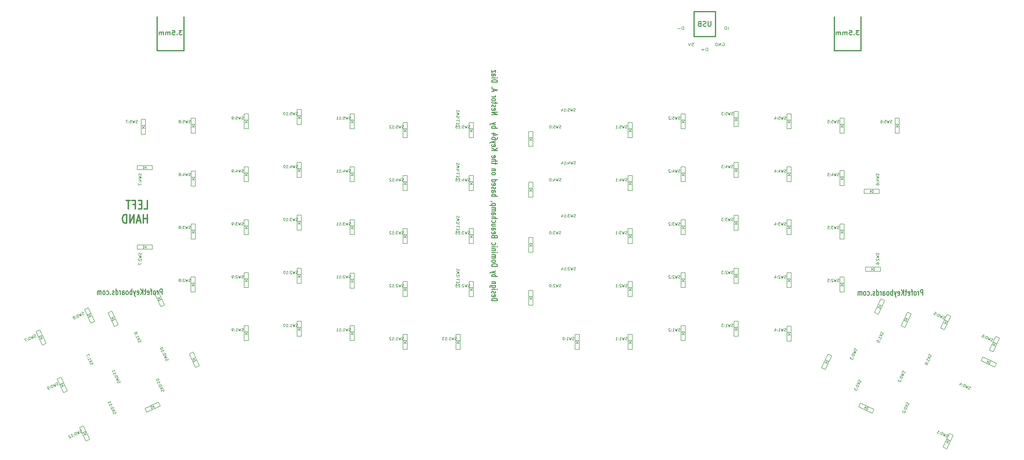
<source format=gbo>
%TF.GenerationSoftware,KiCad,Pcbnew,(5.1.9)-1*%
%TF.CreationDate,2021-02-19T15:09:25+09:00*%
%TF.ProjectId,ErgoDOX,4572676f-444f-4582-9e6b-696361645f70,rev?*%
%TF.SameCoordinates,Original*%
%TF.FileFunction,Legend,Bot*%
%TF.FilePolarity,Positive*%
%FSLAX46Y46*%
G04 Gerber Fmt 4.6, Leading zero omitted, Abs format (unit mm)*
G04 Created by KiCad (PCBNEW (5.1.9)-1) date 2021-02-19 15:09:25*
%MOMM*%
%LPD*%
G01*
G04 APERTURE LIST*
%ADD10C,0.203200*%
%ADD11C,0.304800*%
%ADD12C,0.508000*%
%ADD13C,0.150000*%
%ADD14C,0.381000*%
G04 APERTURE END LIST*
D10*
X273031554Y-40083619D02*
X273636316Y-40083619D01*
X273696792Y-40567428D01*
X273636316Y-40519047D01*
X273515364Y-40470666D01*
X273212983Y-40470666D01*
X273092030Y-40519047D01*
X273031554Y-40567428D01*
X272971078Y-40664190D01*
X272971078Y-40906095D01*
X273031554Y-41002857D01*
X273092030Y-41051238D01*
X273212983Y-41099619D01*
X273515364Y-41099619D01*
X273636316Y-41051238D01*
X273696792Y-41002857D01*
X272608221Y-40083619D02*
X272184888Y-41099619D01*
X271761554Y-40083619D01*
X284044269Y-40132000D02*
X284165221Y-40083619D01*
X284346650Y-40083619D01*
X284528078Y-40132000D01*
X284649030Y-40228761D01*
X284709507Y-40325523D01*
X284769983Y-40519047D01*
X284769983Y-40664190D01*
X284709507Y-40857714D01*
X284649030Y-40954476D01*
X284528078Y-41051238D01*
X284346650Y-41099619D01*
X284225697Y-41099619D01*
X284044269Y-41051238D01*
X283983792Y-41002857D01*
X283983792Y-40664190D01*
X284225697Y-40664190D01*
X283439507Y-41099619D02*
X283439507Y-40083619D01*
X282713792Y-41099619D01*
X282713792Y-40083619D01*
X282109030Y-41099619D02*
X282109030Y-40083619D01*
X281806650Y-40083619D01*
X281625221Y-40132000D01*
X281504269Y-40228761D01*
X281443792Y-40325523D01*
X281383316Y-40519047D01*
X281383316Y-40664190D01*
X281443792Y-40857714D01*
X281504269Y-40954476D01*
X281625221Y-41051238D01*
X281806650Y-41099619D01*
X282109030Y-41099619D01*
D11*
X356071364Y-130873238D02*
X356071364Y-128841238D01*
X355490792Y-128841238D01*
X355345650Y-128938000D01*
X355273078Y-129034761D01*
X355200507Y-129228285D01*
X355200507Y-129518571D01*
X355273078Y-129712095D01*
X355345650Y-129808857D01*
X355490792Y-129905619D01*
X356071364Y-129905619D01*
X354547364Y-130873238D02*
X354547364Y-129518571D01*
X354547364Y-129905619D02*
X354474792Y-129712095D01*
X354402221Y-129615333D01*
X354257078Y-129518571D01*
X354111935Y-129518571D01*
X353386221Y-130873238D02*
X353531364Y-130776476D01*
X353603935Y-130679714D01*
X353676507Y-130486190D01*
X353676507Y-129905619D01*
X353603935Y-129712095D01*
X353531364Y-129615333D01*
X353386221Y-129518571D01*
X353168507Y-129518571D01*
X353023364Y-129615333D01*
X352950792Y-129712095D01*
X352878221Y-129905619D01*
X352878221Y-130486190D01*
X352950792Y-130679714D01*
X353023364Y-130776476D01*
X353168507Y-130873238D01*
X353386221Y-130873238D01*
X352442792Y-129518571D02*
X351862221Y-129518571D01*
X352225078Y-130873238D02*
X352225078Y-129131523D01*
X352152507Y-128938000D01*
X352007364Y-128841238D01*
X351862221Y-128841238D01*
X350773650Y-130776476D02*
X350918792Y-130873238D01*
X351209078Y-130873238D01*
X351354221Y-130776476D01*
X351426792Y-130582952D01*
X351426792Y-129808857D01*
X351354221Y-129615333D01*
X351209078Y-129518571D01*
X350918792Y-129518571D01*
X350773650Y-129615333D01*
X350701078Y-129808857D01*
X350701078Y-130002380D01*
X351426792Y-130195904D01*
X350265650Y-129518571D02*
X349685078Y-129518571D01*
X350047935Y-128841238D02*
X350047935Y-130582952D01*
X349975364Y-130776476D01*
X349830221Y-130873238D01*
X349685078Y-130873238D01*
X349177078Y-130873238D02*
X349177078Y-128841238D01*
X348306221Y-130873238D02*
X348959364Y-129712095D01*
X348306221Y-128841238D02*
X349177078Y-130002380D01*
X347072507Y-130776476D02*
X347217650Y-130873238D01*
X347507935Y-130873238D01*
X347653078Y-130776476D01*
X347725650Y-130582952D01*
X347725650Y-129808857D01*
X347653078Y-129615333D01*
X347507935Y-129518571D01*
X347217650Y-129518571D01*
X347072507Y-129615333D01*
X346999935Y-129808857D01*
X346999935Y-130002380D01*
X347725650Y-130195904D01*
X346491935Y-129518571D02*
X346129078Y-130873238D01*
X345766221Y-129518571D02*
X346129078Y-130873238D01*
X346274221Y-131357047D01*
X346346792Y-131453809D01*
X346491935Y-131550571D01*
X345185650Y-130873238D02*
X345185650Y-128841238D01*
X345185650Y-129615333D02*
X345040507Y-129518571D01*
X344750221Y-129518571D01*
X344605078Y-129615333D01*
X344532507Y-129712095D01*
X344459935Y-129905619D01*
X344459935Y-130486190D01*
X344532507Y-130679714D01*
X344605078Y-130776476D01*
X344750221Y-130873238D01*
X345040507Y-130873238D01*
X345185650Y-130776476D01*
X343589078Y-130873238D02*
X343734221Y-130776476D01*
X343806792Y-130679714D01*
X343879364Y-130486190D01*
X343879364Y-129905619D01*
X343806792Y-129712095D01*
X343734221Y-129615333D01*
X343589078Y-129518571D01*
X343371364Y-129518571D01*
X343226221Y-129615333D01*
X343153650Y-129712095D01*
X343081078Y-129905619D01*
X343081078Y-130486190D01*
X343153650Y-130679714D01*
X343226221Y-130776476D01*
X343371364Y-130873238D01*
X343589078Y-130873238D01*
X341774792Y-130873238D02*
X341774792Y-129808857D01*
X341847364Y-129615333D01*
X341992507Y-129518571D01*
X342282792Y-129518571D01*
X342427935Y-129615333D01*
X341774792Y-130776476D02*
X341919935Y-130873238D01*
X342282792Y-130873238D01*
X342427935Y-130776476D01*
X342500507Y-130582952D01*
X342500507Y-130389428D01*
X342427935Y-130195904D01*
X342282792Y-130099142D01*
X341919935Y-130099142D01*
X341774792Y-130002380D01*
X341049078Y-130873238D02*
X341049078Y-129518571D01*
X341049078Y-129905619D02*
X340976507Y-129712095D01*
X340903935Y-129615333D01*
X340758792Y-129518571D01*
X340613650Y-129518571D01*
X339452507Y-130873238D02*
X339452507Y-128841238D01*
X339452507Y-130776476D02*
X339597650Y-130873238D01*
X339887935Y-130873238D01*
X340033078Y-130776476D01*
X340105650Y-130679714D01*
X340178221Y-130486190D01*
X340178221Y-129905619D01*
X340105650Y-129712095D01*
X340033078Y-129615333D01*
X339887935Y-129518571D01*
X339597650Y-129518571D01*
X339452507Y-129615333D01*
X338799364Y-130776476D02*
X338654221Y-130873238D01*
X338363935Y-130873238D01*
X338218792Y-130776476D01*
X338146221Y-130582952D01*
X338146221Y-130486190D01*
X338218792Y-130292666D01*
X338363935Y-130195904D01*
X338581650Y-130195904D01*
X338726792Y-130099142D01*
X338799364Y-129905619D01*
X338799364Y-129808857D01*
X338726792Y-129615333D01*
X338581650Y-129518571D01*
X338363935Y-129518571D01*
X338218792Y-129615333D01*
X337493078Y-130679714D02*
X337420507Y-130776476D01*
X337493078Y-130873238D01*
X337565650Y-130776476D01*
X337493078Y-130679714D01*
X337493078Y-130873238D01*
X336114221Y-130776476D02*
X336259364Y-130873238D01*
X336549650Y-130873238D01*
X336694792Y-130776476D01*
X336767364Y-130679714D01*
X336839935Y-130486190D01*
X336839935Y-129905619D01*
X336767364Y-129712095D01*
X336694792Y-129615333D01*
X336549650Y-129518571D01*
X336259364Y-129518571D01*
X336114221Y-129615333D01*
X335243364Y-130873238D02*
X335388507Y-130776476D01*
X335461078Y-130679714D01*
X335533650Y-130486190D01*
X335533650Y-129905619D01*
X335461078Y-129712095D01*
X335388507Y-129615333D01*
X335243364Y-129518571D01*
X335025650Y-129518571D01*
X334880507Y-129615333D01*
X334807935Y-129712095D01*
X334735364Y-129905619D01*
X334735364Y-130486190D01*
X334807935Y-130679714D01*
X334880507Y-130776476D01*
X335025650Y-130873238D01*
X335243364Y-130873238D01*
X334082221Y-130873238D02*
X334082221Y-129518571D01*
X334082221Y-129712095D02*
X334009650Y-129615333D01*
X333864507Y-129518571D01*
X333646792Y-129518571D01*
X333501650Y-129615333D01*
X333429078Y-129808857D01*
X333429078Y-130873238D01*
X333429078Y-129808857D02*
X333356507Y-129615333D01*
X333211364Y-129518571D01*
X332993650Y-129518571D01*
X332848507Y-129615333D01*
X332775935Y-129808857D01*
X332775935Y-130873238D01*
D10*
X286124650Y-35257619D02*
X286124650Y-34241619D01*
X285519888Y-35257619D02*
X285519888Y-34241619D01*
X285217507Y-34241619D01*
X285036078Y-34290000D01*
X284915126Y-34386761D01*
X284854650Y-34483523D01*
X284794173Y-34677047D01*
X284794173Y-34822190D01*
X284854650Y-35015714D01*
X284915126Y-35112476D01*
X285036078Y-35209238D01*
X285217507Y-35257619D01*
X285519888Y-35257619D01*
X270100999Y-35257619D02*
X270100999Y-34241619D01*
X269798618Y-34241619D01*
X269617190Y-34290000D01*
X269496237Y-34386761D01*
X269435761Y-34483523D01*
X269375285Y-34677047D01*
X269375285Y-34822190D01*
X269435761Y-35015714D01*
X269496237Y-35112476D01*
X269617190Y-35209238D01*
X269798618Y-35257619D01*
X270100999Y-35257619D01*
X268830999Y-34870571D02*
X267863380Y-34870571D01*
X278734459Y-42877619D02*
X278734459Y-41861619D01*
X278432078Y-41861619D01*
X278250650Y-41910000D01*
X278129697Y-42006761D01*
X278069221Y-42103523D01*
X278008745Y-42297047D01*
X278008745Y-42442190D01*
X278069221Y-42635714D01*
X278129697Y-42732476D01*
X278250650Y-42829238D01*
X278432078Y-42877619D01*
X278734459Y-42877619D01*
X277464459Y-42490571D02*
X276496840Y-42490571D01*
X276980650Y-42877619D02*
X276980650Y-42103523D01*
D11*
X82477714Y-130649238D02*
X82477714Y-128617238D01*
X81897142Y-128617238D01*
X81752000Y-128714000D01*
X81679428Y-128810761D01*
X81606857Y-129004285D01*
X81606857Y-129294571D01*
X81679428Y-129488095D01*
X81752000Y-129584857D01*
X81897142Y-129681619D01*
X82477714Y-129681619D01*
X80953714Y-130649238D02*
X80953714Y-129294571D01*
X80953714Y-129681619D02*
X80881142Y-129488095D01*
X80808571Y-129391333D01*
X80663428Y-129294571D01*
X80518285Y-129294571D01*
X79792571Y-130649238D02*
X79937714Y-130552476D01*
X80010285Y-130455714D01*
X80082857Y-130262190D01*
X80082857Y-129681619D01*
X80010285Y-129488095D01*
X79937714Y-129391333D01*
X79792571Y-129294571D01*
X79574857Y-129294571D01*
X79429714Y-129391333D01*
X79357142Y-129488095D01*
X79284571Y-129681619D01*
X79284571Y-130262190D01*
X79357142Y-130455714D01*
X79429714Y-130552476D01*
X79574857Y-130649238D01*
X79792571Y-130649238D01*
X78849142Y-129294571D02*
X78268571Y-129294571D01*
X78631428Y-130649238D02*
X78631428Y-128907523D01*
X78558857Y-128714000D01*
X78413714Y-128617238D01*
X78268571Y-128617238D01*
X77180000Y-130552476D02*
X77325142Y-130649238D01*
X77615428Y-130649238D01*
X77760571Y-130552476D01*
X77833142Y-130358952D01*
X77833142Y-129584857D01*
X77760571Y-129391333D01*
X77615428Y-129294571D01*
X77325142Y-129294571D01*
X77180000Y-129391333D01*
X77107428Y-129584857D01*
X77107428Y-129778380D01*
X77833142Y-129971904D01*
X76672000Y-129294571D02*
X76091428Y-129294571D01*
X76454285Y-128617238D02*
X76454285Y-130358952D01*
X76381714Y-130552476D01*
X76236571Y-130649238D01*
X76091428Y-130649238D01*
X75583428Y-130649238D02*
X75583428Y-128617238D01*
X74712571Y-130649238D02*
X75365714Y-129488095D01*
X74712571Y-128617238D02*
X75583428Y-129778380D01*
X73478857Y-130552476D02*
X73624000Y-130649238D01*
X73914285Y-130649238D01*
X74059428Y-130552476D01*
X74132000Y-130358952D01*
X74132000Y-129584857D01*
X74059428Y-129391333D01*
X73914285Y-129294571D01*
X73624000Y-129294571D01*
X73478857Y-129391333D01*
X73406285Y-129584857D01*
X73406285Y-129778380D01*
X74132000Y-129971904D01*
X72898285Y-129294571D02*
X72535428Y-130649238D01*
X72172571Y-129294571D02*
X72535428Y-130649238D01*
X72680571Y-131133047D01*
X72753142Y-131229809D01*
X72898285Y-131326571D01*
X71592000Y-130649238D02*
X71592000Y-128617238D01*
X71592000Y-129391333D02*
X71446857Y-129294571D01*
X71156571Y-129294571D01*
X71011428Y-129391333D01*
X70938857Y-129488095D01*
X70866285Y-129681619D01*
X70866285Y-130262190D01*
X70938857Y-130455714D01*
X71011428Y-130552476D01*
X71156571Y-130649238D01*
X71446857Y-130649238D01*
X71592000Y-130552476D01*
X69995428Y-130649238D02*
X70140571Y-130552476D01*
X70213142Y-130455714D01*
X70285714Y-130262190D01*
X70285714Y-129681619D01*
X70213142Y-129488095D01*
X70140571Y-129391333D01*
X69995428Y-129294571D01*
X69777714Y-129294571D01*
X69632571Y-129391333D01*
X69560000Y-129488095D01*
X69487428Y-129681619D01*
X69487428Y-130262190D01*
X69560000Y-130455714D01*
X69632571Y-130552476D01*
X69777714Y-130649238D01*
X69995428Y-130649238D01*
X68181142Y-130649238D02*
X68181142Y-129584857D01*
X68253714Y-129391333D01*
X68398857Y-129294571D01*
X68689142Y-129294571D01*
X68834285Y-129391333D01*
X68181142Y-130552476D02*
X68326285Y-130649238D01*
X68689142Y-130649238D01*
X68834285Y-130552476D01*
X68906857Y-130358952D01*
X68906857Y-130165428D01*
X68834285Y-129971904D01*
X68689142Y-129875142D01*
X68326285Y-129875142D01*
X68181142Y-129778380D01*
X67455428Y-130649238D02*
X67455428Y-129294571D01*
X67455428Y-129681619D02*
X67382857Y-129488095D01*
X67310285Y-129391333D01*
X67165142Y-129294571D01*
X67020000Y-129294571D01*
X65858857Y-130649238D02*
X65858857Y-128617238D01*
X65858857Y-130552476D02*
X66004000Y-130649238D01*
X66294285Y-130649238D01*
X66439428Y-130552476D01*
X66512000Y-130455714D01*
X66584571Y-130262190D01*
X66584571Y-129681619D01*
X66512000Y-129488095D01*
X66439428Y-129391333D01*
X66294285Y-129294571D01*
X66004000Y-129294571D01*
X65858857Y-129391333D01*
X65205714Y-130552476D02*
X65060571Y-130649238D01*
X64770285Y-130649238D01*
X64625142Y-130552476D01*
X64552571Y-130358952D01*
X64552571Y-130262190D01*
X64625142Y-130068666D01*
X64770285Y-129971904D01*
X64988000Y-129971904D01*
X65133142Y-129875142D01*
X65205714Y-129681619D01*
X65205714Y-129584857D01*
X65133142Y-129391333D01*
X64988000Y-129294571D01*
X64770285Y-129294571D01*
X64625142Y-129391333D01*
X63899428Y-130455714D02*
X63826857Y-130552476D01*
X63899428Y-130649238D01*
X63972000Y-130552476D01*
X63899428Y-130455714D01*
X63899428Y-130649238D01*
X62520571Y-130552476D02*
X62665714Y-130649238D01*
X62956000Y-130649238D01*
X63101142Y-130552476D01*
X63173714Y-130455714D01*
X63246285Y-130262190D01*
X63246285Y-129681619D01*
X63173714Y-129488095D01*
X63101142Y-129391333D01*
X62956000Y-129294571D01*
X62665714Y-129294571D01*
X62520571Y-129391333D01*
X61649714Y-130649238D02*
X61794857Y-130552476D01*
X61867428Y-130455714D01*
X61940000Y-130262190D01*
X61940000Y-129681619D01*
X61867428Y-129488095D01*
X61794857Y-129391333D01*
X61649714Y-129294571D01*
X61432000Y-129294571D01*
X61286857Y-129391333D01*
X61214285Y-129488095D01*
X61141714Y-129681619D01*
X61141714Y-130262190D01*
X61214285Y-130455714D01*
X61286857Y-130552476D01*
X61432000Y-130649238D01*
X61649714Y-130649238D01*
X60488571Y-130649238D02*
X60488571Y-129294571D01*
X60488571Y-129488095D02*
X60416000Y-129391333D01*
X60270857Y-129294571D01*
X60053142Y-129294571D01*
X59908000Y-129391333D01*
X59835428Y-129584857D01*
X59835428Y-130649238D01*
X59835428Y-129584857D02*
X59762857Y-129391333D01*
X59617714Y-129294571D01*
X59400000Y-129294571D01*
X59254857Y-129391333D01*
X59182285Y-129584857D01*
X59182285Y-130649238D01*
D12*
X75960514Y-99803857D02*
X77170038Y-99803857D01*
X77170038Y-96755857D01*
X75113847Y-98207285D02*
X74267180Y-98207285D01*
X73904323Y-99803857D02*
X75113847Y-99803857D01*
X75113847Y-96755857D01*
X73904323Y-96755857D01*
X71969085Y-98207285D02*
X72815752Y-98207285D01*
X72815752Y-99803857D02*
X72815752Y-96755857D01*
X71606228Y-96755857D01*
X71001466Y-96755857D02*
X69550038Y-96755857D01*
X70275752Y-99803857D02*
X70275752Y-96755857D01*
X77170038Y-104883857D02*
X77170038Y-101835857D01*
X77170038Y-103287285D02*
X75718609Y-103287285D01*
X75718609Y-104883857D02*
X75718609Y-101835857D01*
X74630038Y-104013000D02*
X73420514Y-104013000D01*
X74871942Y-104883857D02*
X74025276Y-101835857D01*
X73178609Y-104883857D01*
X72331942Y-104883857D02*
X72331942Y-101835857D01*
X70880514Y-104883857D01*
X70880514Y-101835857D01*
X69670990Y-104883857D02*
X69670990Y-101835857D01*
X69066228Y-101835857D01*
X68703371Y-101981000D01*
X68461466Y-102271285D01*
X68340514Y-102561571D01*
X68219561Y-103142142D01*
X68219561Y-103577571D01*
X68340514Y-104158142D01*
X68461466Y-104448428D01*
X68703371Y-104738714D01*
X69066228Y-104883857D01*
X69670990Y-104883857D01*
D11*
X201010761Y-132841999D02*
X203042761Y-132841999D01*
X203042761Y-132479142D01*
X202946000Y-132261428D01*
X202752476Y-132116285D01*
X202558952Y-132043714D01*
X202171904Y-131971142D01*
X201881619Y-131971142D01*
X201494571Y-132043714D01*
X201301047Y-132116285D01*
X201107523Y-132261428D01*
X201010761Y-132479142D01*
X201010761Y-132841999D01*
X201107523Y-130737428D02*
X201010761Y-130882571D01*
X201010761Y-131172857D01*
X201107523Y-131317999D01*
X201301047Y-131390571D01*
X202075142Y-131390571D01*
X202268666Y-131317999D01*
X202365428Y-131172857D01*
X202365428Y-130882571D01*
X202268666Y-130737428D01*
X202075142Y-130664857D01*
X201881619Y-130664857D01*
X201688095Y-131390571D01*
X201107523Y-130084285D02*
X201010761Y-129939142D01*
X201010761Y-129648857D01*
X201107523Y-129503714D01*
X201301047Y-129431142D01*
X201397809Y-129431142D01*
X201591333Y-129503714D01*
X201688095Y-129648857D01*
X201688095Y-129866571D01*
X201784857Y-130011714D01*
X201978380Y-130084285D01*
X202075142Y-130084285D01*
X202268666Y-130011714D01*
X202365428Y-129866571D01*
X202365428Y-129648857D01*
X202268666Y-129503714D01*
X201010761Y-128777999D02*
X202365428Y-128777999D01*
X203042761Y-128777999D02*
X202946000Y-128850571D01*
X202849238Y-128777999D01*
X202946000Y-128705428D01*
X203042761Y-128777999D01*
X202849238Y-128777999D01*
X202365428Y-127399142D02*
X200720476Y-127399142D01*
X200526952Y-127471714D01*
X200430190Y-127544285D01*
X200333428Y-127689428D01*
X200333428Y-127907142D01*
X200430190Y-128052285D01*
X201107523Y-127399142D02*
X201010761Y-127544285D01*
X201010761Y-127834571D01*
X201107523Y-127979714D01*
X201204285Y-128052285D01*
X201397809Y-128124857D01*
X201978380Y-128124857D01*
X202171904Y-128052285D01*
X202268666Y-127979714D01*
X202365428Y-127834571D01*
X202365428Y-127544285D01*
X202268666Y-127399142D01*
X202365428Y-126673428D02*
X201010761Y-126673428D01*
X202171904Y-126673428D02*
X202268666Y-126600857D01*
X202365428Y-126455714D01*
X202365428Y-126237999D01*
X202268666Y-126092857D01*
X202075142Y-126020285D01*
X201010761Y-126020285D01*
X201010761Y-124133428D02*
X203042761Y-124133428D01*
X202268666Y-124133428D02*
X202365428Y-123988285D01*
X202365428Y-123697999D01*
X202268666Y-123552857D01*
X202171904Y-123480285D01*
X201978380Y-123407714D01*
X201397809Y-123407714D01*
X201204285Y-123480285D01*
X201107523Y-123552857D01*
X201010761Y-123697999D01*
X201010761Y-123988285D01*
X201107523Y-124133428D01*
X202365428Y-122899714D02*
X201010761Y-122536857D01*
X202365428Y-122173999D02*
X201010761Y-122536857D01*
X200526952Y-122681999D01*
X200430190Y-122754571D01*
X200333428Y-122899714D01*
X201010761Y-120432285D02*
X203042761Y-120432285D01*
X203042761Y-120069428D01*
X202946000Y-119851714D01*
X202752476Y-119706571D01*
X202558952Y-119634000D01*
X202171904Y-119561428D01*
X201881619Y-119561428D01*
X201494571Y-119634000D01*
X201301047Y-119706571D01*
X201107523Y-119851714D01*
X201010761Y-120069428D01*
X201010761Y-120432285D01*
X201010761Y-118690571D02*
X201107523Y-118835714D01*
X201204285Y-118908285D01*
X201397809Y-118980857D01*
X201978380Y-118980857D01*
X202171904Y-118908285D01*
X202268666Y-118835714D01*
X202365428Y-118690571D01*
X202365428Y-118472857D01*
X202268666Y-118327714D01*
X202171904Y-118255142D01*
X201978380Y-118182571D01*
X201397809Y-118182571D01*
X201204285Y-118255142D01*
X201107523Y-118327714D01*
X201010761Y-118472857D01*
X201010761Y-118690571D01*
X201010761Y-117529428D02*
X202365428Y-117529428D01*
X202171904Y-117529428D02*
X202268666Y-117456857D01*
X202365428Y-117311714D01*
X202365428Y-117093999D01*
X202268666Y-116948857D01*
X202075142Y-116876285D01*
X201010761Y-116876285D01*
X202075142Y-116876285D02*
X202268666Y-116803714D01*
X202365428Y-116658571D01*
X202365428Y-116440857D01*
X202268666Y-116295714D01*
X202075142Y-116223142D01*
X201010761Y-116223142D01*
X201010761Y-115497428D02*
X202365428Y-115497428D01*
X203042761Y-115497428D02*
X202946000Y-115569999D01*
X202849238Y-115497428D01*
X202946000Y-115424857D01*
X203042761Y-115497428D01*
X202849238Y-115497428D01*
X202365428Y-114771714D02*
X201010761Y-114771714D01*
X202171904Y-114771714D02*
X202268666Y-114699142D01*
X202365428Y-114553999D01*
X202365428Y-114336285D01*
X202268666Y-114191142D01*
X202075142Y-114118571D01*
X201010761Y-114118571D01*
X201010761Y-113392857D02*
X202365428Y-113392857D01*
X203042761Y-113392857D02*
X202946000Y-113465428D01*
X202849238Y-113392857D01*
X202946000Y-113320285D01*
X203042761Y-113392857D01*
X202849238Y-113392857D01*
X201107523Y-112013999D02*
X201010761Y-112159142D01*
X201010761Y-112449428D01*
X201107523Y-112594571D01*
X201204285Y-112667142D01*
X201397809Y-112739714D01*
X201978380Y-112739714D01*
X202171904Y-112667142D01*
X202268666Y-112594571D01*
X202365428Y-112449428D01*
X202365428Y-112159142D01*
X202268666Y-112013999D01*
X202075142Y-109691714D02*
X201978380Y-109473999D01*
X201881619Y-109401428D01*
X201688095Y-109328857D01*
X201397809Y-109328857D01*
X201204285Y-109401428D01*
X201107523Y-109473999D01*
X201010761Y-109619142D01*
X201010761Y-110199714D01*
X203042761Y-110199714D01*
X203042761Y-109691714D01*
X202946000Y-109546571D01*
X202849238Y-109473999D01*
X202655714Y-109401428D01*
X202462190Y-109401428D01*
X202268666Y-109473999D01*
X202171904Y-109546571D01*
X202075142Y-109691714D01*
X202075142Y-110199714D01*
X201107523Y-108095142D02*
X201010761Y-108240285D01*
X201010761Y-108530571D01*
X201107523Y-108675714D01*
X201301047Y-108748285D01*
X202075142Y-108748285D01*
X202268666Y-108675714D01*
X202365428Y-108530571D01*
X202365428Y-108240285D01*
X202268666Y-108095142D01*
X202075142Y-108022571D01*
X201881619Y-108022571D01*
X201688095Y-108748285D01*
X201010761Y-106716285D02*
X202075142Y-106716285D01*
X202268666Y-106788857D01*
X202365428Y-106933999D01*
X202365428Y-107224285D01*
X202268666Y-107369428D01*
X201107523Y-106716285D02*
X201010761Y-106861428D01*
X201010761Y-107224285D01*
X201107523Y-107369428D01*
X201301047Y-107441999D01*
X201494571Y-107441999D01*
X201688095Y-107369428D01*
X201784857Y-107224285D01*
X201784857Y-106861428D01*
X201881619Y-106716285D01*
X202365428Y-105337428D02*
X201010761Y-105337428D01*
X202365428Y-105990571D02*
X201301047Y-105990571D01*
X201107523Y-105917999D01*
X201010761Y-105772857D01*
X201010761Y-105555142D01*
X201107523Y-105409999D01*
X201204285Y-105337428D01*
X201107523Y-103958571D02*
X201010761Y-104103714D01*
X201010761Y-104393999D01*
X201107523Y-104539142D01*
X201204285Y-104611714D01*
X201397809Y-104684285D01*
X201978380Y-104684285D01*
X202171904Y-104611714D01*
X202268666Y-104539142D01*
X202365428Y-104393999D01*
X202365428Y-104103714D01*
X202268666Y-103958571D01*
X201010761Y-103305428D02*
X203042761Y-103305428D01*
X201010761Y-102652285D02*
X202075142Y-102652285D01*
X202268666Y-102724857D01*
X202365428Y-102869999D01*
X202365428Y-103087714D01*
X202268666Y-103232857D01*
X202171904Y-103305428D01*
X201010761Y-101273428D02*
X202075142Y-101273428D01*
X202268666Y-101345999D01*
X202365428Y-101491142D01*
X202365428Y-101781428D01*
X202268666Y-101926571D01*
X201107523Y-101273428D02*
X201010761Y-101418571D01*
X201010761Y-101781428D01*
X201107523Y-101926571D01*
X201301047Y-101999142D01*
X201494571Y-101999142D01*
X201688095Y-101926571D01*
X201784857Y-101781428D01*
X201784857Y-101418571D01*
X201881619Y-101273428D01*
X201010761Y-100547714D02*
X202365428Y-100547714D01*
X202171904Y-100547714D02*
X202268666Y-100475142D01*
X202365428Y-100329999D01*
X202365428Y-100112285D01*
X202268666Y-99967142D01*
X202075142Y-99894571D01*
X201010761Y-99894571D01*
X202075142Y-99894571D02*
X202268666Y-99821999D01*
X202365428Y-99676857D01*
X202365428Y-99459142D01*
X202268666Y-99313999D01*
X202075142Y-99241428D01*
X201010761Y-99241428D01*
X202365428Y-98515714D02*
X200333428Y-98515714D01*
X202268666Y-98515714D02*
X202365428Y-98370571D01*
X202365428Y-98080285D01*
X202268666Y-97935142D01*
X202171904Y-97862571D01*
X201978380Y-97789999D01*
X201397809Y-97789999D01*
X201204285Y-97862571D01*
X201107523Y-97935142D01*
X201010761Y-98080285D01*
X201010761Y-98370571D01*
X201107523Y-98515714D01*
X201107523Y-97064285D02*
X201010761Y-97064285D01*
X200817238Y-97136857D01*
X200720476Y-97209428D01*
X201010761Y-95249999D02*
X203042761Y-95249999D01*
X202268666Y-95249999D02*
X202365428Y-95104857D01*
X202365428Y-94814571D01*
X202268666Y-94669428D01*
X202171904Y-94596857D01*
X201978380Y-94524285D01*
X201397809Y-94524285D01*
X201204285Y-94596857D01*
X201107523Y-94669428D01*
X201010761Y-94814571D01*
X201010761Y-95104857D01*
X201107523Y-95249999D01*
X201010761Y-93217999D02*
X202075142Y-93217999D01*
X202268666Y-93290571D01*
X202365428Y-93435714D01*
X202365428Y-93725999D01*
X202268666Y-93871142D01*
X201107523Y-93217999D02*
X201010761Y-93363142D01*
X201010761Y-93725999D01*
X201107523Y-93871142D01*
X201301047Y-93943714D01*
X201494571Y-93943714D01*
X201688095Y-93871142D01*
X201784857Y-93725999D01*
X201784857Y-93363142D01*
X201881619Y-93217999D01*
X201107523Y-92564857D02*
X201010761Y-92419714D01*
X201010761Y-92129428D01*
X201107523Y-91984285D01*
X201301047Y-91911714D01*
X201397809Y-91911714D01*
X201591333Y-91984285D01*
X201688095Y-92129428D01*
X201688095Y-92347142D01*
X201784857Y-92492285D01*
X201978380Y-92564857D01*
X202075142Y-92564857D01*
X202268666Y-92492285D01*
X202365428Y-92347142D01*
X202365428Y-92129428D01*
X202268666Y-91984285D01*
X201107523Y-90677999D02*
X201010761Y-90823142D01*
X201010761Y-91113428D01*
X201107523Y-91258571D01*
X201301047Y-91331142D01*
X202075142Y-91331142D01*
X202268666Y-91258571D01*
X202365428Y-91113428D01*
X202365428Y-90823142D01*
X202268666Y-90677999D01*
X202075142Y-90605428D01*
X201881619Y-90605428D01*
X201688095Y-91331142D01*
X201010761Y-89299142D02*
X203042761Y-89299142D01*
X201107523Y-89299142D02*
X201010761Y-89444285D01*
X201010761Y-89734571D01*
X201107523Y-89879714D01*
X201204285Y-89952285D01*
X201397809Y-90024857D01*
X201978380Y-90024857D01*
X202171904Y-89952285D01*
X202268666Y-89879714D01*
X202365428Y-89734571D01*
X202365428Y-89444285D01*
X202268666Y-89299142D01*
X201010761Y-87194571D02*
X201107523Y-87339714D01*
X201204285Y-87412285D01*
X201397809Y-87484857D01*
X201978380Y-87484857D01*
X202171904Y-87412285D01*
X202268666Y-87339714D01*
X202365428Y-87194571D01*
X202365428Y-86976857D01*
X202268666Y-86831714D01*
X202171904Y-86759142D01*
X201978380Y-86686571D01*
X201397809Y-86686571D01*
X201204285Y-86759142D01*
X201107523Y-86831714D01*
X201010761Y-86976857D01*
X201010761Y-87194571D01*
X202365428Y-86033428D02*
X201010761Y-86033428D01*
X202171904Y-86033428D02*
X202268666Y-85960857D01*
X202365428Y-85815714D01*
X202365428Y-85597999D01*
X202268666Y-85452857D01*
X202075142Y-85380285D01*
X201010761Y-85380285D01*
X202365428Y-83711142D02*
X202365428Y-83130571D01*
X203042761Y-83493428D02*
X201301047Y-83493428D01*
X201107523Y-83420857D01*
X201010761Y-83275714D01*
X201010761Y-83130571D01*
X201010761Y-82622571D02*
X203042761Y-82622571D01*
X201010761Y-81969428D02*
X202075142Y-81969428D01*
X202268666Y-82041999D01*
X202365428Y-82187142D01*
X202365428Y-82404857D01*
X202268666Y-82549999D01*
X202171904Y-82622571D01*
X201107523Y-80663142D02*
X201010761Y-80808285D01*
X201010761Y-81098571D01*
X201107523Y-81243714D01*
X201301047Y-81316285D01*
X202075142Y-81316285D01*
X202268666Y-81243714D01*
X202365428Y-81098571D01*
X202365428Y-80808285D01*
X202268666Y-80663142D01*
X202075142Y-80590571D01*
X201881619Y-80590571D01*
X201688095Y-81316285D01*
X201010761Y-78776285D02*
X203042761Y-78776285D01*
X201010761Y-77905428D02*
X202171904Y-78558571D01*
X203042761Y-77905428D02*
X201881619Y-78776285D01*
X201107523Y-76671714D02*
X201010761Y-76816857D01*
X201010761Y-77107142D01*
X201107523Y-77252285D01*
X201301047Y-77324857D01*
X202075142Y-77324857D01*
X202268666Y-77252285D01*
X202365428Y-77107142D01*
X202365428Y-76816857D01*
X202268666Y-76671714D01*
X202075142Y-76599142D01*
X201881619Y-76599142D01*
X201688095Y-77324857D01*
X202365428Y-76091142D02*
X201010761Y-75728285D01*
X202365428Y-75365428D02*
X201010761Y-75728285D01*
X200526952Y-75873428D01*
X200430190Y-75946000D01*
X200333428Y-76091142D01*
X203042761Y-74131714D02*
X203042761Y-74421999D01*
X202946000Y-74567142D01*
X202849238Y-74639714D01*
X202558952Y-74784857D01*
X202171904Y-74857428D01*
X201397809Y-74857428D01*
X201204285Y-74784857D01*
X201107523Y-74712285D01*
X201010761Y-74567142D01*
X201010761Y-74276857D01*
X201107523Y-74131714D01*
X201204285Y-74059142D01*
X201397809Y-73986571D01*
X201881619Y-73986571D01*
X202075142Y-74059142D01*
X202171904Y-74131714D01*
X202268666Y-74276857D01*
X202268666Y-74567142D01*
X202171904Y-74712285D01*
X202075142Y-74784857D01*
X201881619Y-74857428D01*
X202365428Y-72680285D02*
X201010761Y-72680285D01*
X203139523Y-73043142D02*
X201688095Y-73406000D01*
X201688095Y-72462571D01*
X201010761Y-70720857D02*
X203042761Y-70720857D01*
X202268666Y-70720857D02*
X202365428Y-70575714D01*
X202365428Y-70285428D01*
X202268666Y-70140285D01*
X202171904Y-70067714D01*
X201978380Y-69995142D01*
X201397809Y-69995142D01*
X201204285Y-70067714D01*
X201107523Y-70140285D01*
X201010761Y-70285428D01*
X201010761Y-70575714D01*
X201107523Y-70720857D01*
X202365428Y-69487142D02*
X201010761Y-69124285D01*
X202365428Y-68761428D02*
X201010761Y-69124285D01*
X200526952Y-69269428D01*
X200430190Y-69342000D01*
X200333428Y-69487142D01*
X201010761Y-65858571D02*
X203042761Y-65858571D01*
X201010761Y-64987714D01*
X203042761Y-64987714D01*
X201107523Y-63681428D02*
X201010761Y-63826571D01*
X201010761Y-64116857D01*
X201107523Y-64261999D01*
X201301047Y-64334571D01*
X202075142Y-64334571D01*
X202268666Y-64261999D01*
X202365428Y-64116857D01*
X202365428Y-63826571D01*
X202268666Y-63681428D01*
X202075142Y-63608857D01*
X201881619Y-63608857D01*
X201688095Y-64334571D01*
X201107523Y-63028285D02*
X201010761Y-62883142D01*
X201010761Y-62592857D01*
X201107523Y-62447714D01*
X201301047Y-62375142D01*
X201397809Y-62375142D01*
X201591333Y-62447714D01*
X201688095Y-62592857D01*
X201688095Y-62810571D01*
X201784857Y-62955714D01*
X201978380Y-63028285D01*
X202075142Y-63028285D01*
X202268666Y-62955714D01*
X202365428Y-62810571D01*
X202365428Y-62592857D01*
X202268666Y-62447714D01*
X202365428Y-61939714D02*
X202365428Y-61359142D01*
X203042761Y-61721999D02*
X201301047Y-61721999D01*
X201107523Y-61649428D01*
X201010761Y-61504285D01*
X201010761Y-61359142D01*
X201010761Y-60633428D02*
X201107523Y-60778571D01*
X201204285Y-60851142D01*
X201397809Y-60923714D01*
X201978380Y-60923714D01*
X202171904Y-60851142D01*
X202268666Y-60778571D01*
X202365428Y-60633428D01*
X202365428Y-60415714D01*
X202268666Y-60270571D01*
X202171904Y-60197999D01*
X201978380Y-60125428D01*
X201397809Y-60125428D01*
X201204285Y-60197999D01*
X201107523Y-60270571D01*
X201010761Y-60415714D01*
X201010761Y-60633428D01*
X201010761Y-59472285D02*
X202365428Y-59472285D01*
X201978380Y-59472285D02*
X202171904Y-59399714D01*
X202268666Y-59327142D01*
X202365428Y-59181999D01*
X202365428Y-59036857D01*
X201591333Y-57440285D02*
X201591333Y-56714571D01*
X201010761Y-57585428D02*
X203042761Y-57077428D01*
X201010761Y-56569428D01*
X201204285Y-56061428D02*
X201107523Y-55988857D01*
X201010761Y-56061428D01*
X201107523Y-56133999D01*
X201204285Y-56061428D01*
X201010761Y-56061428D01*
X201010761Y-54174571D02*
X203042761Y-54174571D01*
X203042761Y-53811714D01*
X202946000Y-53593999D01*
X202752476Y-53448857D01*
X202558952Y-53376285D01*
X202171904Y-53303714D01*
X201881619Y-53303714D01*
X201494571Y-53376285D01*
X201301047Y-53448857D01*
X201107523Y-53593999D01*
X201010761Y-53811714D01*
X201010761Y-54174571D01*
X201010761Y-52650571D02*
X202365428Y-52650571D01*
X203042761Y-52650571D02*
X202946000Y-52723142D01*
X202849238Y-52650571D01*
X202946000Y-52577999D01*
X203042761Y-52650571D01*
X202849238Y-52650571D01*
X201010761Y-51271714D02*
X202075142Y-51271714D01*
X202268666Y-51344285D01*
X202365428Y-51489428D01*
X202365428Y-51779714D01*
X202268666Y-51924857D01*
X201107523Y-51271714D02*
X201010761Y-51416857D01*
X201010761Y-51779714D01*
X201107523Y-51924857D01*
X201301047Y-51997428D01*
X201494571Y-51997428D01*
X201688095Y-51924857D01*
X201784857Y-51779714D01*
X201784857Y-51416857D01*
X201881619Y-51271714D01*
X202365428Y-50691142D02*
X202365428Y-49892857D01*
X201010761Y-50691142D01*
X201010761Y-49892857D01*
D13*
%TO.C,D0:9*%
X46994138Y-165882795D02*
X44712000Y-160988733D01*
X46071462Y-160354805D02*
X48353600Y-165248867D01*
X48353600Y-165248867D02*
X46994138Y-165882795D01*
X46071462Y-160354805D02*
X44712000Y-160988733D01*
X46774645Y-162454337D02*
X45868337Y-162876955D01*
X45868337Y-162876955D02*
X46701847Y-163481323D01*
X46701847Y-163481323D02*
X46774645Y-162454337D01*
X47197263Y-163360645D02*
X46290955Y-163783263D01*
D14*
%TO.C,J2*%
X80647540Y-42799000D02*
X80647540Y-30734000D01*
X90248740Y-42799000D02*
X80647540Y-42799000D01*
X90248740Y-30734000D02*
X90248740Y-42799000D01*
%TO.C,J1*%
X281491690Y-28735020D02*
X273790410Y-28735020D01*
X281491690Y-37734240D02*
X281491690Y-28735020D01*
X273790410Y-37734240D02*
X281491690Y-37734240D01*
X273790410Y-28735020D02*
X273790410Y-37734240D01*
%TO.C,J3*%
X324180200Y-42799000D02*
X324180200Y-30734000D01*
X333781400Y-42799000D02*
X324180200Y-42799000D01*
X333781400Y-30734000D02*
X333781400Y-42799000D01*
D13*
%TO.C,D5:0*%
X215606250Y-75112500D02*
X214606250Y-75112500D01*
X215106250Y-75012500D02*
X215606250Y-74112500D01*
X214606250Y-74112500D02*
X215106250Y-75012500D01*
X215606250Y-74112500D02*
X214606250Y-74112500D01*
X215856250Y-71912500D02*
X214356250Y-71912500D01*
X215856250Y-77312500D02*
X214356250Y-77312500D01*
X215856250Y-71912500D02*
X215856250Y-77312500D01*
X214356250Y-77312500D02*
X214356250Y-71912500D01*
%TO.C,D5:13*%
X192925000Y-74137500D02*
X192925000Y-68737500D01*
X194425000Y-68737500D02*
X194425000Y-74137500D01*
X194425000Y-74137500D02*
X192925000Y-74137500D01*
X194425000Y-68737500D02*
X192925000Y-68737500D01*
X194175000Y-70937500D02*
X193175000Y-70937500D01*
X193175000Y-70937500D02*
X193675000Y-71837500D01*
X193675000Y-71837500D02*
X194175000Y-70937500D01*
X194175000Y-71937500D02*
X193175000Y-71937500D01*
%TO.C,D5:12*%
X169112500Y-74137500D02*
X169112500Y-68737500D01*
X170612500Y-68737500D02*
X170612500Y-74137500D01*
X170612500Y-74137500D02*
X169112500Y-74137500D01*
X170612500Y-68737500D02*
X169112500Y-68737500D01*
X170362500Y-70937500D02*
X169362500Y-70937500D01*
X169362500Y-70937500D02*
X169862500Y-71837500D01*
X169862500Y-71837500D02*
X170362500Y-70937500D01*
X170362500Y-71937500D02*
X169362500Y-71937500D01*
%TO.C,D5:11*%
X150062500Y-70962500D02*
X150062500Y-65562500D01*
X151562500Y-65562500D02*
X151562500Y-70962500D01*
X151562500Y-70962500D02*
X150062500Y-70962500D01*
X151562500Y-65562500D02*
X150062500Y-65562500D01*
X151312500Y-67762500D02*
X150312500Y-67762500D01*
X150312500Y-67762500D02*
X150812500Y-68662500D01*
X150812500Y-68662500D02*
X151312500Y-67762500D01*
X151312500Y-68762500D02*
X150312500Y-68762500D01*
%TO.C,D5:10*%
X131012500Y-69375000D02*
X131012500Y-63975000D01*
X132512500Y-63975000D02*
X132512500Y-69375000D01*
X132512500Y-69375000D02*
X131012500Y-69375000D01*
X132512500Y-63975000D02*
X131012500Y-63975000D01*
X132262500Y-66175000D02*
X131262500Y-66175000D01*
X131262500Y-66175000D02*
X131762500Y-67075000D01*
X131762500Y-67075000D02*
X132262500Y-66175000D01*
X132262500Y-67175000D02*
X131262500Y-67175000D01*
%TO.C,D5:9*%
X111962500Y-70962500D02*
X111962500Y-65562500D01*
X113462500Y-65562500D02*
X113462500Y-70962500D01*
X113462500Y-70962500D02*
X111962500Y-70962500D01*
X113462500Y-65562500D02*
X111962500Y-65562500D01*
X113212500Y-67762500D02*
X112212500Y-67762500D01*
X112212500Y-67762500D02*
X112712500Y-68662500D01*
X112712500Y-68662500D02*
X113212500Y-67762500D01*
X113212500Y-68762500D02*
X112212500Y-68762500D01*
%TO.C,D5:8*%
X92912500Y-72550000D02*
X92912500Y-67150000D01*
X94412500Y-67150000D02*
X94412500Y-72550000D01*
X94412500Y-72550000D02*
X92912500Y-72550000D01*
X94412500Y-67150000D02*
X92912500Y-67150000D01*
X94162500Y-69350000D02*
X93162500Y-69350000D01*
X93162500Y-69350000D02*
X93662500Y-70250000D01*
X93662500Y-70250000D02*
X94162500Y-69350000D01*
X94162500Y-70350000D02*
X93162500Y-70350000D01*
%TO.C,D5:7*%
X74992800Y-72956400D02*
X74992800Y-67556400D01*
X76492800Y-67556400D02*
X76492800Y-72956400D01*
X76492800Y-72956400D02*
X74992800Y-72956400D01*
X76492800Y-67556400D02*
X74992800Y-67556400D01*
X76242800Y-69756400D02*
X75242800Y-69756400D01*
X75242800Y-69756400D02*
X75742800Y-70656400D01*
X75742800Y-70656400D02*
X76242800Y-69756400D01*
X76242800Y-70756400D02*
X75242800Y-70756400D01*
%TO.C,D5:1*%
X250075000Y-74137500D02*
X250075000Y-68737500D01*
X251575000Y-68737500D02*
X251575000Y-74137500D01*
X251575000Y-74137500D02*
X250075000Y-74137500D01*
X251575000Y-68737500D02*
X250075000Y-68737500D01*
X251325000Y-70937500D02*
X250325000Y-70937500D01*
X250325000Y-70937500D02*
X250825000Y-71837500D01*
X250825000Y-71837500D02*
X251325000Y-70937500D01*
X251325000Y-71937500D02*
X250325000Y-71937500D01*
%TO.C,D5:2*%
X269125000Y-70962500D02*
X269125000Y-65562500D01*
X270625000Y-65562500D02*
X270625000Y-70962500D01*
X270625000Y-70962500D02*
X269125000Y-70962500D01*
X270625000Y-65562500D02*
X269125000Y-65562500D01*
X270375000Y-67762500D02*
X269375000Y-67762500D01*
X269375000Y-67762500D02*
X269875000Y-68662500D01*
X269875000Y-68662500D02*
X270375000Y-67762500D01*
X270375000Y-68762500D02*
X269375000Y-68762500D01*
%TO.C,D5:3*%
X288175000Y-70168750D02*
X288175000Y-64768750D01*
X289675000Y-64768750D02*
X289675000Y-70168750D01*
X289675000Y-70168750D02*
X288175000Y-70168750D01*
X289675000Y-64768750D02*
X288175000Y-64768750D01*
X289425000Y-66968750D02*
X288425000Y-66968750D01*
X288425000Y-66968750D02*
X288925000Y-67868750D01*
X288925000Y-67868750D02*
X289425000Y-66968750D01*
X289425000Y-67968750D02*
X288425000Y-67968750D01*
%TO.C,D5:4*%
X307225000Y-70962500D02*
X307225000Y-65562500D01*
X308725000Y-65562500D02*
X308725000Y-70962500D01*
X308725000Y-70962500D02*
X307225000Y-70962500D01*
X308725000Y-65562500D02*
X307225000Y-65562500D01*
X308475000Y-67762500D02*
X307475000Y-67762500D01*
X307475000Y-67762500D02*
X307975000Y-68662500D01*
X307975000Y-68662500D02*
X308475000Y-67762500D01*
X308475000Y-68762500D02*
X307475000Y-68762500D01*
%TO.C,D5:5*%
X326275000Y-72550000D02*
X326275000Y-67150000D01*
X327775000Y-67150000D02*
X327775000Y-72550000D01*
X327775000Y-72550000D02*
X326275000Y-72550000D01*
X327775000Y-67150000D02*
X326275000Y-67150000D01*
X327525000Y-69350000D02*
X326525000Y-69350000D01*
X326525000Y-69350000D02*
X327025000Y-70250000D01*
X327025000Y-70250000D02*
X327525000Y-69350000D01*
X327525000Y-70350000D02*
X326525000Y-70350000D01*
%TO.C,D5:6*%
X346118750Y-72550000D02*
X346118750Y-67150000D01*
X347618750Y-67150000D02*
X347618750Y-72550000D01*
X347618750Y-72550000D02*
X346118750Y-72550000D01*
X347618750Y-67150000D02*
X346118750Y-67150000D01*
X347368750Y-69350000D02*
X346368750Y-69350000D01*
X346368750Y-69350000D02*
X346868750Y-70250000D01*
X346868750Y-70250000D02*
X347368750Y-69350000D01*
X347368750Y-70350000D02*
X346368750Y-70350000D01*
%TO.C,D4:0*%
X214356250Y-95568750D02*
X214356250Y-90168750D01*
X215856250Y-90168750D02*
X215856250Y-95568750D01*
X215856250Y-95568750D02*
X214356250Y-95568750D01*
X215856250Y-90168750D02*
X214356250Y-90168750D01*
X215606250Y-92368750D02*
X214606250Y-92368750D01*
X214606250Y-92368750D02*
X215106250Y-93268750D01*
X215106250Y-93268750D02*
X215606250Y-92368750D01*
X215606250Y-93368750D02*
X214606250Y-93368750D01*
%TO.C,D4:13*%
X192925000Y-93187500D02*
X192925000Y-87787500D01*
X194425000Y-87787500D02*
X194425000Y-93187500D01*
X194425000Y-93187500D02*
X192925000Y-93187500D01*
X194425000Y-87787500D02*
X192925000Y-87787500D01*
X194175000Y-89987500D02*
X193175000Y-89987500D01*
X193175000Y-89987500D02*
X193675000Y-90887500D01*
X193675000Y-90887500D02*
X194175000Y-89987500D01*
X194175000Y-90987500D02*
X193175000Y-90987500D01*
%TO.C,D4:12*%
X169112500Y-93187500D02*
X169112500Y-87787500D01*
X170612500Y-87787500D02*
X170612500Y-93187500D01*
X170612500Y-93187500D02*
X169112500Y-93187500D01*
X170612500Y-87787500D02*
X169112500Y-87787500D01*
X170362500Y-89987500D02*
X169362500Y-89987500D01*
X169362500Y-89987500D02*
X169862500Y-90887500D01*
X169862500Y-90887500D02*
X170362500Y-89987500D01*
X170362500Y-90987500D02*
X169362500Y-90987500D01*
%TO.C,D4:11*%
X150062500Y-90012500D02*
X150062500Y-84612500D01*
X151562500Y-84612500D02*
X151562500Y-90012500D01*
X151562500Y-90012500D02*
X150062500Y-90012500D01*
X151562500Y-84612500D02*
X150062500Y-84612500D01*
X151312500Y-86812500D02*
X150312500Y-86812500D01*
X150312500Y-86812500D02*
X150812500Y-87712500D01*
X150812500Y-87712500D02*
X151312500Y-86812500D01*
X151312500Y-87812500D02*
X150312500Y-87812500D01*
%TO.C,D4:10*%
X131012500Y-88425000D02*
X131012500Y-83025000D01*
X132512500Y-83025000D02*
X132512500Y-88425000D01*
X132512500Y-88425000D02*
X131012500Y-88425000D01*
X132512500Y-83025000D02*
X131012500Y-83025000D01*
X132262500Y-85225000D02*
X131262500Y-85225000D01*
X131262500Y-85225000D02*
X131762500Y-86125000D01*
X131762500Y-86125000D02*
X132262500Y-85225000D01*
X132262500Y-86225000D02*
X131262500Y-86225000D01*
%TO.C,D4:9*%
X111962500Y-90012500D02*
X111962500Y-84612500D01*
X113462500Y-84612500D02*
X113462500Y-90012500D01*
X113462500Y-90012500D02*
X111962500Y-90012500D01*
X113462500Y-84612500D02*
X111962500Y-84612500D01*
X113212500Y-86812500D02*
X112212500Y-86812500D01*
X112212500Y-86812500D02*
X112712500Y-87712500D01*
X112712500Y-87712500D02*
X113212500Y-86812500D01*
X113212500Y-87812500D02*
X112212500Y-87812500D01*
%TO.C,D4:8*%
X92912500Y-91600000D02*
X92912500Y-86200000D01*
X94412500Y-86200000D02*
X94412500Y-91600000D01*
X94412500Y-91600000D02*
X92912500Y-91600000D01*
X94412500Y-86200000D02*
X92912500Y-86200000D01*
X94162500Y-88400000D02*
X93162500Y-88400000D01*
X93162500Y-88400000D02*
X93662500Y-89300000D01*
X93662500Y-89300000D02*
X94162500Y-88400000D01*
X94162500Y-89400000D02*
X93162500Y-89400000D01*
%TO.C,D4:7*%
X78900000Y-85681250D02*
X73500000Y-85681250D01*
X73500000Y-84181250D02*
X78900000Y-84181250D01*
X78900000Y-84181250D02*
X78900000Y-85681250D01*
X73500000Y-84181250D02*
X73500000Y-85681250D01*
X75700000Y-84431250D02*
X75700000Y-85431250D01*
X75700000Y-85431250D02*
X76600000Y-84931250D01*
X76600000Y-84931250D02*
X75700000Y-84431250D01*
X76700000Y-84431250D02*
X76700000Y-85431250D01*
%TO.C,D4:1*%
X250075000Y-93187500D02*
X250075000Y-87787500D01*
X251575000Y-87787500D02*
X251575000Y-93187500D01*
X251575000Y-93187500D02*
X250075000Y-93187500D01*
X251575000Y-87787500D02*
X250075000Y-87787500D01*
X251325000Y-89987500D02*
X250325000Y-89987500D01*
X250325000Y-89987500D02*
X250825000Y-90887500D01*
X250825000Y-90887500D02*
X251325000Y-89987500D01*
X251325000Y-90987500D02*
X250325000Y-90987500D01*
%TO.C,D4:2*%
X269125000Y-90012500D02*
X269125000Y-84612500D01*
X270625000Y-84612500D02*
X270625000Y-90012500D01*
X270625000Y-90012500D02*
X269125000Y-90012500D01*
X270625000Y-84612500D02*
X269125000Y-84612500D01*
X270375000Y-86812500D02*
X269375000Y-86812500D01*
X269375000Y-86812500D02*
X269875000Y-87712500D01*
X269875000Y-87712500D02*
X270375000Y-86812500D01*
X270375000Y-87812500D02*
X269375000Y-87812500D01*
%TO.C,D4:3*%
X288175000Y-88425000D02*
X288175000Y-83025000D01*
X289675000Y-83025000D02*
X289675000Y-88425000D01*
X289675000Y-88425000D02*
X288175000Y-88425000D01*
X289675000Y-83025000D02*
X288175000Y-83025000D01*
X289425000Y-85225000D02*
X288425000Y-85225000D01*
X288425000Y-85225000D02*
X288925000Y-86125000D01*
X288925000Y-86125000D02*
X289425000Y-85225000D01*
X289425000Y-86225000D02*
X288425000Y-86225000D01*
%TO.C,D4:4*%
X307225000Y-90012500D02*
X307225000Y-84612500D01*
X308725000Y-84612500D02*
X308725000Y-90012500D01*
X308725000Y-90012500D02*
X307225000Y-90012500D01*
X308725000Y-84612500D02*
X307225000Y-84612500D01*
X308475000Y-86812500D02*
X307475000Y-86812500D01*
X307475000Y-86812500D02*
X307975000Y-87712500D01*
X307975000Y-87712500D02*
X308475000Y-86812500D01*
X308475000Y-87812500D02*
X307475000Y-87812500D01*
%TO.C,D4:5*%
X326275000Y-91409500D02*
X326275000Y-86009500D01*
X327775000Y-86009500D02*
X327775000Y-91409500D01*
X327775000Y-91409500D02*
X326275000Y-91409500D01*
X327775000Y-86009500D02*
X326275000Y-86009500D01*
X327525000Y-88209500D02*
X326525000Y-88209500D01*
X326525000Y-88209500D02*
X327025000Y-89109500D01*
X327025000Y-89109500D02*
X327525000Y-88209500D01*
X327525000Y-89209500D02*
X326525000Y-89209500D01*
%TO.C,D4:6*%
X334967600Y-92671200D02*
X340367600Y-92671200D01*
X340367600Y-94171200D02*
X334967600Y-94171200D01*
X334967600Y-94171200D02*
X334967600Y-92671200D01*
X340367600Y-94171200D02*
X340367600Y-92671200D01*
X338167600Y-93921200D02*
X338167600Y-92921200D01*
X338167600Y-92921200D02*
X337267600Y-93421200D01*
X337267600Y-93421200D02*
X338167600Y-93921200D01*
X337167600Y-93921200D02*
X337167600Y-92921200D01*
%TO.C,D3:13*%
X192925000Y-112237500D02*
X192925000Y-106837500D01*
X194425000Y-106837500D02*
X194425000Y-112237500D01*
X194425000Y-112237500D02*
X192925000Y-112237500D01*
X194425000Y-106837500D02*
X192925000Y-106837500D01*
X194175000Y-109037500D02*
X193175000Y-109037500D01*
X193175000Y-109037500D02*
X193675000Y-109937500D01*
X193675000Y-109937500D02*
X194175000Y-109037500D01*
X194175000Y-110037500D02*
X193175000Y-110037500D01*
%TO.C,D3:12*%
X169112500Y-112237500D02*
X169112500Y-106837500D01*
X170612500Y-106837500D02*
X170612500Y-112237500D01*
X170612500Y-112237500D02*
X169112500Y-112237500D01*
X170612500Y-106837500D02*
X169112500Y-106837500D01*
X170362500Y-109037500D02*
X169362500Y-109037500D01*
X169362500Y-109037500D02*
X169862500Y-109937500D01*
X169862500Y-109937500D02*
X170362500Y-109037500D01*
X170362500Y-110037500D02*
X169362500Y-110037500D01*
%TO.C,D3:11*%
X150062500Y-109062500D02*
X150062500Y-103662500D01*
X151562500Y-103662500D02*
X151562500Y-109062500D01*
X151562500Y-109062500D02*
X150062500Y-109062500D01*
X151562500Y-103662500D02*
X150062500Y-103662500D01*
X151312500Y-105862500D02*
X150312500Y-105862500D01*
X150312500Y-105862500D02*
X150812500Y-106762500D01*
X150812500Y-106762500D02*
X151312500Y-105862500D01*
X151312500Y-106862500D02*
X150312500Y-106862500D01*
%TO.C,D3:10*%
X131012500Y-107398800D02*
X131012500Y-101998800D01*
X132512500Y-101998800D02*
X132512500Y-107398800D01*
X132512500Y-107398800D02*
X131012500Y-107398800D01*
X132512500Y-101998800D02*
X131012500Y-101998800D01*
X132262500Y-104198800D02*
X131262500Y-104198800D01*
X131262500Y-104198800D02*
X131762500Y-105098800D01*
X131762500Y-105098800D02*
X132262500Y-104198800D01*
X132262500Y-105198800D02*
X131262500Y-105198800D01*
%TO.C,D3:9*%
X111962500Y-109062500D02*
X111962500Y-103662500D01*
X113462500Y-103662500D02*
X113462500Y-109062500D01*
X113462500Y-109062500D02*
X111962500Y-109062500D01*
X113462500Y-103662500D02*
X111962500Y-103662500D01*
X113212500Y-105862500D02*
X112212500Y-105862500D01*
X112212500Y-105862500D02*
X112712500Y-106762500D01*
X112712500Y-106762500D02*
X113212500Y-105862500D01*
X113212500Y-106862500D02*
X112212500Y-106862500D01*
%TO.C,D3:8*%
X92912500Y-110650000D02*
X92912500Y-105250000D01*
X94412500Y-105250000D02*
X94412500Y-110650000D01*
X94412500Y-110650000D02*
X92912500Y-110650000D01*
X94412500Y-105250000D02*
X92912500Y-105250000D01*
X94162500Y-107450000D02*
X93162500Y-107450000D01*
X93162500Y-107450000D02*
X93662500Y-108350000D01*
X93662500Y-108350000D02*
X94162500Y-107450000D01*
X94162500Y-108450000D02*
X93162500Y-108450000D01*
%TO.C,D3:0*%
X214356250Y-115412500D02*
X214356250Y-110012500D01*
X215856250Y-110012500D02*
X215856250Y-115412500D01*
X215856250Y-115412500D02*
X214356250Y-115412500D01*
X215856250Y-110012500D02*
X214356250Y-110012500D01*
X215606250Y-112212500D02*
X214606250Y-112212500D01*
X214606250Y-112212500D02*
X215106250Y-113112500D01*
X215106250Y-113112500D02*
X215606250Y-112212500D01*
X215606250Y-113212500D02*
X214606250Y-113212500D01*
%TO.C,D3:1*%
X250075000Y-112237500D02*
X250075000Y-106837500D01*
X251575000Y-106837500D02*
X251575000Y-112237500D01*
X251575000Y-112237500D02*
X250075000Y-112237500D01*
X251575000Y-106837500D02*
X250075000Y-106837500D01*
X251325000Y-109037500D02*
X250325000Y-109037500D01*
X250325000Y-109037500D02*
X250825000Y-109937500D01*
X250825000Y-109937500D02*
X251325000Y-109037500D01*
X251325000Y-110037500D02*
X250325000Y-110037500D01*
%TO.C,D3:2*%
X269125000Y-109062500D02*
X269125000Y-103662500D01*
X270625000Y-103662500D02*
X270625000Y-109062500D01*
X270625000Y-109062500D02*
X269125000Y-109062500D01*
X270625000Y-103662500D02*
X269125000Y-103662500D01*
X270375000Y-105862500D02*
X269375000Y-105862500D01*
X269375000Y-105862500D02*
X269875000Y-106762500D01*
X269875000Y-106762500D02*
X270375000Y-105862500D01*
X270375000Y-106862500D02*
X269375000Y-106862500D01*
%TO.C,D3:3*%
X288175000Y-107475000D02*
X288175000Y-102075000D01*
X289675000Y-102075000D02*
X289675000Y-107475000D01*
X289675000Y-107475000D02*
X288175000Y-107475000D01*
X289675000Y-102075000D02*
X288175000Y-102075000D01*
X289425000Y-104275000D02*
X288425000Y-104275000D01*
X288425000Y-104275000D02*
X288925000Y-105175000D01*
X288925000Y-105175000D02*
X289425000Y-104275000D01*
X289425000Y-105275000D02*
X288425000Y-105275000D01*
%TO.C,D3:4*%
X307225000Y-109062500D02*
X307225000Y-103662500D01*
X308725000Y-103662500D02*
X308725000Y-109062500D01*
X308725000Y-109062500D02*
X307225000Y-109062500D01*
X308725000Y-103662500D02*
X307225000Y-103662500D01*
X308475000Y-105862500D02*
X307475000Y-105862500D01*
X307475000Y-105862500D02*
X307975000Y-106762500D01*
X307975000Y-106762500D02*
X308475000Y-105862500D01*
X308475000Y-106862500D02*
X307475000Y-106862500D01*
%TO.C,D3:5*%
X326275000Y-110650000D02*
X326275000Y-105250000D01*
X327775000Y-105250000D02*
X327775000Y-110650000D01*
X327775000Y-110650000D02*
X326275000Y-110650000D01*
X327775000Y-105250000D02*
X326275000Y-105250000D01*
X327525000Y-107450000D02*
X326525000Y-107450000D01*
X326525000Y-107450000D02*
X327025000Y-108350000D01*
X327025000Y-108350000D02*
X327525000Y-107450000D01*
X327525000Y-108450000D02*
X326525000Y-108450000D01*
%TO.C,D2:0*%
X214356250Y-134462500D02*
X214356250Y-129062500D01*
X215856250Y-129062500D02*
X215856250Y-134462500D01*
X215856250Y-134462500D02*
X214356250Y-134462500D01*
X215856250Y-129062500D02*
X214356250Y-129062500D01*
X215606250Y-131262500D02*
X214606250Y-131262500D01*
X214606250Y-131262500D02*
X215106250Y-132162500D01*
X215106250Y-132162500D02*
X215606250Y-131262500D01*
X215606250Y-132262500D02*
X214606250Y-132262500D01*
%TO.C,D2:13*%
X192925000Y-131287500D02*
X192925000Y-125887500D01*
X194425000Y-125887500D02*
X194425000Y-131287500D01*
X194425000Y-131287500D02*
X192925000Y-131287500D01*
X194425000Y-125887500D02*
X192925000Y-125887500D01*
X194175000Y-128087500D02*
X193175000Y-128087500D01*
X193175000Y-128087500D02*
X193675000Y-128987500D01*
X193675000Y-128987500D02*
X194175000Y-128087500D01*
X194175000Y-129087500D02*
X193175000Y-129087500D01*
%TO.C,D2:12*%
X169112500Y-131287500D02*
X169112500Y-125887500D01*
X170612500Y-125887500D02*
X170612500Y-131287500D01*
X170612500Y-131287500D02*
X169112500Y-131287500D01*
X170612500Y-125887500D02*
X169112500Y-125887500D01*
X170362500Y-128087500D02*
X169362500Y-128087500D01*
X169362500Y-128087500D02*
X169862500Y-128987500D01*
X169862500Y-128987500D02*
X170362500Y-128087500D01*
X170362500Y-129087500D02*
X169362500Y-129087500D01*
%TO.C,D2:11*%
X150065040Y-128297920D02*
X150065040Y-122897920D01*
X151565040Y-122897920D02*
X151565040Y-128297920D01*
X151565040Y-128297920D02*
X150065040Y-128297920D01*
X151565040Y-122897920D02*
X150065040Y-122897920D01*
X151315040Y-125097920D02*
X150315040Y-125097920D01*
X150315040Y-125097920D02*
X150815040Y-125997920D01*
X150815040Y-125997920D02*
X151315040Y-125097920D01*
X151315040Y-126097920D02*
X150315040Y-126097920D01*
%TO.C,D2:10*%
X131012500Y-126525000D02*
X131012500Y-121125000D01*
X132512500Y-121125000D02*
X132512500Y-126525000D01*
X132512500Y-126525000D02*
X131012500Y-126525000D01*
X132512500Y-121125000D02*
X131012500Y-121125000D01*
X132262500Y-123325000D02*
X131262500Y-123325000D01*
X131262500Y-123325000D02*
X131762500Y-124225000D01*
X131762500Y-124225000D02*
X132262500Y-123325000D01*
X132262500Y-124325000D02*
X131262500Y-124325000D01*
%TO.C,D2:9*%
X111962500Y-128112500D02*
X111962500Y-122712500D01*
X113462500Y-122712500D02*
X113462500Y-128112500D01*
X113462500Y-128112500D02*
X111962500Y-128112500D01*
X113462500Y-122712500D02*
X111962500Y-122712500D01*
X113212500Y-124912500D02*
X112212500Y-124912500D01*
X112212500Y-124912500D02*
X112712500Y-125812500D01*
X112712500Y-125812500D02*
X113212500Y-124912500D01*
X113212500Y-125912500D02*
X112212500Y-125912500D01*
%TO.C,D2:8*%
X92823600Y-129700000D02*
X92823600Y-124300000D01*
X94323600Y-124300000D02*
X94323600Y-129700000D01*
X94323600Y-129700000D02*
X92823600Y-129700000D01*
X94323600Y-124300000D02*
X92823600Y-124300000D01*
X94073600Y-126500000D02*
X93073600Y-126500000D01*
X93073600Y-126500000D02*
X93573600Y-127400000D01*
X93573600Y-127400000D02*
X94073600Y-126500000D01*
X94073600Y-127500000D02*
X93073600Y-127500000D01*
%TO.C,D2:7*%
X78900000Y-114256250D02*
X73500000Y-114256250D01*
X73500000Y-112756250D02*
X78900000Y-112756250D01*
X78900000Y-112756250D02*
X78900000Y-114256250D01*
X73500000Y-112756250D02*
X73500000Y-114256250D01*
X75700000Y-113006250D02*
X75700000Y-114006250D01*
X75700000Y-114006250D02*
X76600000Y-113506250D01*
X76600000Y-113506250D02*
X75700000Y-113006250D01*
X76700000Y-113006250D02*
X76700000Y-114006250D01*
%TO.C,D2:1*%
X250075000Y-131287500D02*
X250075000Y-125887500D01*
X251575000Y-125887500D02*
X251575000Y-131287500D01*
X251575000Y-131287500D02*
X250075000Y-131287500D01*
X251575000Y-125887500D02*
X250075000Y-125887500D01*
X251325000Y-128087500D02*
X250325000Y-128087500D01*
X250325000Y-128087500D02*
X250825000Y-128987500D01*
X250825000Y-128987500D02*
X251325000Y-128087500D01*
X251325000Y-129087500D02*
X250325000Y-129087500D01*
%TO.C,D2:2*%
X269125000Y-128112500D02*
X269125000Y-122712500D01*
X270625000Y-122712500D02*
X270625000Y-128112500D01*
X270625000Y-128112500D02*
X269125000Y-128112500D01*
X270625000Y-122712500D02*
X269125000Y-122712500D01*
X270375000Y-124912500D02*
X269375000Y-124912500D01*
X269375000Y-124912500D02*
X269875000Y-125812500D01*
X269875000Y-125812500D02*
X270375000Y-124912500D01*
X270375000Y-125912500D02*
X269375000Y-125912500D01*
%TO.C,D2:3*%
X288175000Y-126525000D02*
X288175000Y-121125000D01*
X289675000Y-121125000D02*
X289675000Y-126525000D01*
X289675000Y-126525000D02*
X288175000Y-126525000D01*
X289675000Y-121125000D02*
X288175000Y-121125000D01*
X289425000Y-123325000D02*
X288425000Y-123325000D01*
X288425000Y-123325000D02*
X288925000Y-124225000D01*
X288925000Y-124225000D02*
X289425000Y-123325000D01*
X289425000Y-124325000D02*
X288425000Y-124325000D01*
%TO.C,D2:4*%
X307225000Y-128112500D02*
X307225000Y-122712500D01*
X308725000Y-122712500D02*
X308725000Y-128112500D01*
X308725000Y-128112500D02*
X307225000Y-128112500D01*
X308725000Y-122712500D02*
X307225000Y-122712500D01*
X308475000Y-124912500D02*
X307475000Y-124912500D01*
X307475000Y-124912500D02*
X307975000Y-125812500D01*
X307975000Y-125812500D02*
X308475000Y-124912500D01*
X308475000Y-125912500D02*
X307475000Y-125912500D01*
%TO.C,D2:5*%
X326275000Y-129700000D02*
X326275000Y-124300000D01*
X327775000Y-124300000D02*
X327775000Y-129700000D01*
X327775000Y-129700000D02*
X326275000Y-129700000D01*
X327775000Y-124300000D02*
X326275000Y-124300000D01*
X327525000Y-126500000D02*
X326525000Y-126500000D01*
X326525000Y-126500000D02*
X327025000Y-127400000D01*
X327025000Y-127400000D02*
X327525000Y-126500000D01*
X327525000Y-127500000D02*
X326525000Y-127500000D01*
%TO.C,D2:6*%
X335437500Y-120693750D02*
X340837500Y-120693750D01*
X340837500Y-122193750D02*
X335437500Y-122193750D01*
X335437500Y-122193750D02*
X335437500Y-120693750D01*
X340837500Y-122193750D02*
X340837500Y-120693750D01*
X338637500Y-121943750D02*
X338637500Y-120943750D01*
X338637500Y-120943750D02*
X337737500Y-121443750D01*
X337737500Y-121443750D02*
X338637500Y-121943750D01*
X337637500Y-121943750D02*
X337637500Y-120943750D01*
%TO.C,D1:0*%
X231025000Y-150337500D02*
X231025000Y-144937500D01*
X232525000Y-144937500D02*
X232525000Y-150337500D01*
X232525000Y-150337500D02*
X231025000Y-150337500D01*
X232525000Y-144937500D02*
X231025000Y-144937500D01*
X232275000Y-147137500D02*
X231275000Y-147137500D01*
X231275000Y-147137500D02*
X231775000Y-148037500D01*
X231775000Y-148037500D02*
X232275000Y-147137500D01*
X232275000Y-148137500D02*
X231275000Y-148137500D01*
%TO.C,D1:13*%
X188162500Y-150337500D02*
X188162500Y-144937500D01*
X189662500Y-144937500D02*
X189662500Y-150337500D01*
X189662500Y-150337500D02*
X188162500Y-150337500D01*
X189662500Y-144937500D02*
X188162500Y-144937500D01*
X189412500Y-147137500D02*
X188412500Y-147137500D01*
X188412500Y-147137500D02*
X188912500Y-148037500D01*
X188912500Y-148037500D02*
X189412500Y-147137500D01*
X189412500Y-148137500D02*
X188412500Y-148137500D01*
%TO.C,D1:12*%
X169112500Y-150337500D02*
X169112500Y-144937500D01*
X170612500Y-144937500D02*
X170612500Y-150337500D01*
X170612500Y-150337500D02*
X169112500Y-150337500D01*
X170612500Y-144937500D02*
X169112500Y-144937500D01*
X170362500Y-147137500D02*
X169362500Y-147137500D01*
X169362500Y-147137500D02*
X169862500Y-148037500D01*
X169862500Y-148037500D02*
X170362500Y-147137500D01*
X170362500Y-148137500D02*
X169362500Y-148137500D01*
%TO.C,D1:11*%
X150062500Y-147162500D02*
X150062500Y-141762500D01*
X151562500Y-141762500D02*
X151562500Y-147162500D01*
X151562500Y-147162500D02*
X150062500Y-147162500D01*
X151562500Y-141762500D02*
X150062500Y-141762500D01*
X151312500Y-143962500D02*
X150312500Y-143962500D01*
X150312500Y-143962500D02*
X150812500Y-144862500D01*
X150812500Y-144862500D02*
X151312500Y-143962500D01*
X151312500Y-144962500D02*
X150312500Y-144962500D01*
%TO.C,D1:10*%
X131012500Y-145575000D02*
X131012500Y-140175000D01*
X132512500Y-140175000D02*
X132512500Y-145575000D01*
X132512500Y-145575000D02*
X131012500Y-145575000D01*
X132512500Y-140175000D02*
X131012500Y-140175000D01*
X132262500Y-142375000D02*
X131262500Y-142375000D01*
X131262500Y-142375000D02*
X131762500Y-143275000D01*
X131762500Y-143275000D02*
X132262500Y-142375000D01*
X132262500Y-143375000D02*
X131262500Y-143375000D01*
%TO.C,D1:9*%
X111962500Y-147162500D02*
X111962500Y-141762500D01*
X113462500Y-141762500D02*
X113462500Y-147162500D01*
X113462500Y-147162500D02*
X111962500Y-147162500D01*
X113462500Y-141762500D02*
X111962500Y-141762500D01*
X113212500Y-143962500D02*
X112212500Y-143962500D01*
X112212500Y-143962500D02*
X112712500Y-144862500D01*
X112712500Y-144862500D02*
X113212500Y-143962500D01*
X113212500Y-144962500D02*
X112212500Y-144962500D01*
%TO.C,D1:8*%
X81021862Y-129417605D02*
X83304000Y-134311667D01*
X81944538Y-134945595D02*
X79662400Y-130051533D01*
X79662400Y-130051533D02*
X81021862Y-129417605D01*
X81944538Y-134945595D02*
X83304000Y-134311667D01*
X81241355Y-132846063D02*
X82147663Y-132423445D01*
X82147663Y-132423445D02*
X81314153Y-131819077D01*
X81314153Y-131819077D02*
X81241355Y-132846063D01*
X80818737Y-131939755D02*
X81725045Y-131517137D01*
%TO.C,D1:7*%
X64359462Y-136580405D02*
X66641600Y-141474467D01*
X65282138Y-142108395D02*
X63000000Y-137214333D01*
X63000000Y-137214333D02*
X64359462Y-136580405D01*
X65282138Y-142108395D02*
X66641600Y-141474467D01*
X64578955Y-140008863D02*
X65485263Y-139586245D01*
X65485263Y-139586245D02*
X64651753Y-138981877D01*
X64651753Y-138981877D02*
X64578955Y-140008863D01*
X64156337Y-139102555D02*
X65062645Y-138679937D01*
%TO.C,D1:1*%
X250075000Y-150337500D02*
X250075000Y-144937500D01*
X251575000Y-144937500D02*
X251575000Y-150337500D01*
X251575000Y-150337500D02*
X250075000Y-150337500D01*
X251575000Y-144937500D02*
X250075000Y-144937500D01*
X251325000Y-147137500D02*
X250325000Y-147137500D01*
X250325000Y-147137500D02*
X250825000Y-148037500D01*
X250825000Y-148037500D02*
X251325000Y-147137500D01*
X251325000Y-148137500D02*
X250325000Y-148137500D01*
%TO.C,D1:2*%
X269125000Y-147162500D02*
X269125000Y-141762500D01*
X270625000Y-141762500D02*
X270625000Y-147162500D01*
X270625000Y-147162500D02*
X269125000Y-147162500D01*
X270625000Y-141762500D02*
X269125000Y-141762500D01*
X270375000Y-143962500D02*
X269375000Y-143962500D01*
X269375000Y-143962500D02*
X269875000Y-144862500D01*
X269875000Y-144862500D02*
X270375000Y-143962500D01*
X270375000Y-144962500D02*
X269375000Y-144962500D01*
%TO.C,D1:3*%
X288175000Y-145575000D02*
X288175000Y-140175000D01*
X289675000Y-140175000D02*
X289675000Y-145575000D01*
X289675000Y-145575000D02*
X288175000Y-145575000D01*
X289675000Y-140175000D02*
X288175000Y-140175000D01*
X289425000Y-142375000D02*
X288425000Y-142375000D01*
X288425000Y-142375000D02*
X288925000Y-143275000D01*
X288925000Y-143275000D02*
X289425000Y-142375000D01*
X289425000Y-143375000D02*
X288425000Y-143375000D01*
%TO.C,D1:4*%
X307227540Y-147347920D02*
X307227540Y-141947920D01*
X308727540Y-141947920D02*
X308727540Y-147347920D01*
X308727540Y-147347920D02*
X307227540Y-147347920D01*
X308727540Y-141947920D02*
X307227540Y-141947920D01*
X308477540Y-144147920D02*
X307477540Y-144147920D01*
X307477540Y-144147920D02*
X307977540Y-145047920D01*
X307977540Y-145047920D02*
X308477540Y-144147920D01*
X308477540Y-145147920D02*
X307477540Y-145147920D01*
%TO.C,D1:5*%
X342339550Y-132807433D02*
X340057412Y-137701495D01*
X338697950Y-137067567D02*
X340980088Y-132173505D01*
X340980088Y-132173505D02*
X342339550Y-132807433D01*
X338697950Y-137067567D02*
X340057412Y-137701495D01*
X339854287Y-135179345D02*
X340760595Y-135601963D01*
X340760595Y-135601963D02*
X340687797Y-134574977D01*
X340687797Y-134574977D02*
X339854287Y-135179345D01*
X340276905Y-134273037D02*
X341183213Y-134695655D01*
%TO.C,D1:6*%
X351864550Y-137569933D02*
X349582412Y-142463995D01*
X348222950Y-141830067D02*
X350505088Y-136936005D01*
X350505088Y-136936005D02*
X351864550Y-137569933D01*
X348222950Y-141830067D02*
X349582412Y-142463995D01*
X349379287Y-139941845D02*
X350285595Y-140364463D01*
X350285595Y-140364463D02*
X350212797Y-139337477D01*
X350212797Y-139337477D02*
X349379287Y-139941845D01*
X349801905Y-139035537D02*
X350708213Y-139458155D01*
%TO.C,D0:12*%
X55071338Y-183357995D02*
X52789200Y-178463933D01*
X54148662Y-177830005D02*
X56430800Y-182724067D01*
X56430800Y-182724067D02*
X55071338Y-183357995D01*
X54148662Y-177830005D02*
X52789200Y-178463933D01*
X54851845Y-179929537D02*
X53945537Y-180352155D01*
X53945537Y-180352155D02*
X54779047Y-180956523D01*
X54779047Y-180956523D02*
X54851845Y-179929537D01*
X55274463Y-180835845D02*
X54368155Y-181258463D01*
%TO.C,D0:11*%
X81808795Y-170633062D02*
X76914733Y-172915200D01*
X76280805Y-171555738D02*
X81174867Y-169273600D01*
X81174867Y-169273600D02*
X81808795Y-170633062D01*
X76280805Y-171555738D02*
X76914733Y-172915200D01*
X78380337Y-170852555D02*
X78802955Y-171758863D01*
X78802955Y-171758863D02*
X79407323Y-170925353D01*
X79407323Y-170925353D02*
X78380337Y-170852555D01*
X79286645Y-170429937D02*
X79709263Y-171336245D01*
%TO.C,D0:10*%
X93569462Y-151312405D02*
X95851600Y-156206467D01*
X94492138Y-156840395D02*
X92210000Y-151946333D01*
X92210000Y-151946333D02*
X93569462Y-151312405D01*
X94492138Y-156840395D02*
X95851600Y-156206467D01*
X93788955Y-154740863D02*
X94695263Y-154318245D01*
X94695263Y-154318245D02*
X93861753Y-153713877D01*
X93861753Y-153713877D02*
X93788955Y-154740863D01*
X93366337Y-153834555D02*
X94272645Y-153411937D01*
%TO.C,D0:8*%
X56817588Y-140876495D02*
X54535450Y-135982433D01*
X55894912Y-135348505D02*
X58177050Y-140242567D01*
X58177050Y-140242567D02*
X56817588Y-140876495D01*
X55894912Y-135348505D02*
X54535450Y-135982433D01*
X56598095Y-137448037D02*
X55691787Y-137870655D01*
X55691787Y-137870655D02*
X56525297Y-138475023D01*
X56525297Y-138475023D02*
X56598095Y-137448037D01*
X57020713Y-138354345D02*
X56114405Y-138776963D01*
%TO.C,D0:7*%
X39355088Y-148813995D02*
X37072950Y-143919933D01*
X38432412Y-143286005D02*
X40714550Y-148180067D01*
X40714550Y-148180067D02*
X39355088Y-148813995D01*
X38432412Y-143286005D02*
X37072950Y-143919933D01*
X39135595Y-145385537D02*
X38229287Y-145808155D01*
X38229287Y-145808155D02*
X39062797Y-146412523D01*
X39062797Y-146412523D02*
X39135595Y-145385537D01*
X39558213Y-146291845D02*
X38651905Y-146714463D01*
%TO.C,D0:1*%
X363304200Y-185486317D02*
X365586338Y-180592255D01*
X366945800Y-181226183D02*
X364663662Y-186120245D01*
X364663662Y-186120245D02*
X363304200Y-185486317D01*
X366945800Y-181226183D02*
X365586338Y-180592255D01*
X365789463Y-183114405D02*
X364883155Y-182691787D01*
X364883155Y-182691787D02*
X364955953Y-183718773D01*
X364955953Y-183718773D02*
X365789463Y-183114405D01*
X365366845Y-184020713D02*
X364460537Y-183598095D01*
%TO.C,D0:2*%
X333626183Y-169629200D02*
X338520245Y-171911338D01*
X337886317Y-173270800D02*
X332992255Y-170988662D01*
X332992255Y-170988662D02*
X333626183Y-169629200D01*
X337886317Y-173270800D02*
X338520245Y-171911338D01*
X335998095Y-172114463D02*
X336420713Y-171208155D01*
X336420713Y-171208155D02*
X335393727Y-171280953D01*
X335393727Y-171280953D02*
X335998095Y-172114463D01*
X335091787Y-171691845D02*
X335514405Y-170785537D01*
%TO.C,D0:3*%
X319647950Y-156911317D02*
X321930088Y-152017255D01*
X323289550Y-152651183D02*
X321007412Y-157545245D01*
X321007412Y-157545245D02*
X319647950Y-156911317D01*
X323289550Y-152651183D02*
X321930088Y-152017255D01*
X322133213Y-154539405D02*
X321226905Y-154116787D01*
X321226905Y-154116787D02*
X321299703Y-155143773D01*
X321299703Y-155143773D02*
X322133213Y-154539405D01*
X321710595Y-155445713D02*
X320804287Y-155023095D01*
%TO.C,D0:4*%
X377650733Y-153068400D02*
X382544795Y-155350538D01*
X381910867Y-156710000D02*
X377016805Y-154427862D01*
X377016805Y-154427862D02*
X377650733Y-153068400D01*
X381910867Y-156710000D02*
X382544795Y-155350538D01*
X380022645Y-155553663D02*
X380445263Y-154647355D01*
X380445263Y-154647355D02*
X379418277Y-154720153D01*
X379418277Y-154720153D02*
X380022645Y-155553663D01*
X379116337Y-155131045D02*
X379538955Y-154224737D01*
%TO.C,D0:5*%
X362510450Y-142623817D02*
X364792588Y-137729755D01*
X366152050Y-138363683D02*
X363869912Y-143257745D01*
X363869912Y-143257745D02*
X362510450Y-142623817D01*
X366152050Y-138363683D02*
X364792588Y-137729755D01*
X364995713Y-140251905D02*
X364089405Y-139829287D01*
X364089405Y-139829287D02*
X364162203Y-140856273D01*
X364162203Y-140856273D02*
X364995713Y-140251905D01*
X364573095Y-141158213D02*
X363666787Y-140735595D01*
%TO.C,D0:6*%
X379972950Y-150561317D02*
X382255088Y-145667255D01*
X383614550Y-146301183D02*
X381332412Y-151195245D01*
X381332412Y-151195245D02*
X379972950Y-150561317D01*
X383614550Y-146301183D02*
X382255088Y-145667255D01*
X382458213Y-148189405D02*
X381551905Y-147766787D01*
X381551905Y-147766787D02*
X381624703Y-148793773D01*
X381624703Y-148793773D02*
X382458213Y-148189405D01*
X382035595Y-149095713D02*
X381129287Y-148673095D01*
%TO.C,SW2:11*%
X150256559Y-124684421D02*
X150113702Y-124732040D01*
X149875607Y-124732040D01*
X149780369Y-124684421D01*
X149732750Y-124636802D01*
X149685130Y-124541564D01*
X149685130Y-124446326D01*
X149732750Y-124351088D01*
X149780369Y-124303469D01*
X149875607Y-124255850D01*
X150066083Y-124208231D01*
X150161321Y-124160612D01*
X150208940Y-124112993D01*
X150256559Y-124017755D01*
X150256559Y-123922517D01*
X150208940Y-123827279D01*
X150161321Y-123779660D01*
X150066083Y-123732040D01*
X149827988Y-123732040D01*
X149685130Y-123779660D01*
X149351797Y-123732040D02*
X149113702Y-124732040D01*
X148923226Y-124017755D01*
X148732750Y-124732040D01*
X148494654Y-123732040D01*
X148161321Y-123827279D02*
X148113702Y-123779660D01*
X148018464Y-123732040D01*
X147780369Y-123732040D01*
X147685130Y-123779660D01*
X147637511Y-123827279D01*
X147589892Y-123922517D01*
X147589892Y-124017755D01*
X147637511Y-124160612D01*
X148208940Y-124732040D01*
X147589892Y-124732040D01*
X147161321Y-124636802D02*
X147113702Y-124684421D01*
X147161321Y-124732040D01*
X147208940Y-124684421D01*
X147161321Y-124636802D01*
X147161321Y-124732040D01*
X147161321Y-124112993D02*
X147113702Y-124160612D01*
X147161321Y-124208231D01*
X147208940Y-124160612D01*
X147161321Y-124112993D01*
X147161321Y-124208231D01*
X146161321Y-124732040D02*
X146732750Y-124732040D01*
X146447035Y-124732040D02*
X146447035Y-123732040D01*
X146542273Y-123874898D01*
X146637511Y-123970136D01*
X146732750Y-124017755D01*
X145208940Y-124732040D02*
X145780369Y-124732040D01*
X145494654Y-124732040D02*
X145494654Y-123732040D01*
X145589892Y-123874898D01*
X145685130Y-123970136D01*
X145780369Y-124017755D01*
%TO.C,SW5:7*%
X73580369Y-68806961D02*
X73437511Y-68854580D01*
X73199416Y-68854580D01*
X73104178Y-68806961D01*
X73056559Y-68759342D01*
X73008940Y-68664104D01*
X73008940Y-68568866D01*
X73056559Y-68473628D01*
X73104178Y-68426009D01*
X73199416Y-68378390D01*
X73389892Y-68330771D01*
X73485130Y-68283152D01*
X73532750Y-68235533D01*
X73580369Y-68140295D01*
X73580369Y-68045057D01*
X73532750Y-67949819D01*
X73485130Y-67902200D01*
X73389892Y-67854580D01*
X73151797Y-67854580D01*
X73008940Y-67902200D01*
X72675607Y-67854580D02*
X72437511Y-68854580D01*
X72247035Y-68140295D01*
X72056559Y-68854580D01*
X71818464Y-67854580D01*
X70961321Y-67854580D02*
X71437511Y-67854580D01*
X71485130Y-68330771D01*
X71437511Y-68283152D01*
X71342273Y-68235533D01*
X71104178Y-68235533D01*
X71008940Y-68283152D01*
X70961321Y-68330771D01*
X70913702Y-68426009D01*
X70913702Y-68664104D01*
X70961321Y-68759342D01*
X71008940Y-68806961D01*
X71104178Y-68854580D01*
X71342273Y-68854580D01*
X71437511Y-68806961D01*
X71485130Y-68759342D01*
X70485130Y-68759342D02*
X70437511Y-68806961D01*
X70485130Y-68854580D01*
X70532750Y-68806961D01*
X70485130Y-68759342D01*
X70485130Y-68854580D01*
X70485130Y-68235533D02*
X70437511Y-68283152D01*
X70485130Y-68330771D01*
X70532750Y-68283152D01*
X70485130Y-68235533D01*
X70485130Y-68330771D01*
X70104178Y-67854580D02*
X69437511Y-67854580D01*
X69866083Y-68854580D01*
%TO.C,SW1:13*%
X188356559Y-146909421D02*
X188213702Y-146957040D01*
X187975607Y-146957040D01*
X187880369Y-146909421D01*
X187832750Y-146861802D01*
X187785130Y-146766564D01*
X187785130Y-146671326D01*
X187832750Y-146576088D01*
X187880369Y-146528469D01*
X187975607Y-146480850D01*
X188166083Y-146433231D01*
X188261321Y-146385612D01*
X188308940Y-146337993D01*
X188356559Y-146242755D01*
X188356559Y-146147517D01*
X188308940Y-146052279D01*
X188261321Y-146004660D01*
X188166083Y-145957040D01*
X187927988Y-145957040D01*
X187785130Y-146004660D01*
X187451797Y-145957040D02*
X187213702Y-146957040D01*
X187023226Y-146242755D01*
X186832750Y-146957040D01*
X186594654Y-145957040D01*
X185689892Y-146957040D02*
X186261321Y-146957040D01*
X185975607Y-146957040D02*
X185975607Y-145957040D01*
X186070845Y-146099898D01*
X186166083Y-146195136D01*
X186261321Y-146242755D01*
X185261321Y-146861802D02*
X185213702Y-146909421D01*
X185261321Y-146957040D01*
X185308940Y-146909421D01*
X185261321Y-146861802D01*
X185261321Y-146957040D01*
X185261321Y-146337993D02*
X185213702Y-146385612D01*
X185261321Y-146433231D01*
X185308940Y-146385612D01*
X185261321Y-146337993D01*
X185261321Y-146433231D01*
X184261321Y-146957040D02*
X184832750Y-146957040D01*
X184547035Y-146957040D02*
X184547035Y-145957040D01*
X184642273Y-146099898D01*
X184737511Y-146195136D01*
X184832750Y-146242755D01*
X183927988Y-145957040D02*
X183308940Y-145957040D01*
X183642273Y-146337993D01*
X183499416Y-146337993D01*
X183404178Y-146385612D01*
X183356559Y-146433231D01*
X183308940Y-146528469D01*
X183308940Y-146766564D01*
X183356559Y-146861802D01*
X183404178Y-146909421D01*
X183499416Y-146957040D01*
X183785130Y-146957040D01*
X183880369Y-146909421D01*
X183927988Y-146861802D01*
%TO.C,SW3:132*%
X189279161Y-102359200D02*
X189326780Y-102502057D01*
X189326780Y-102740152D01*
X189279161Y-102835390D01*
X189231542Y-102883009D01*
X189136304Y-102930628D01*
X189041066Y-102930628D01*
X188945828Y-102883009D01*
X188898209Y-102835390D01*
X188850590Y-102740152D01*
X188802971Y-102549676D01*
X188755352Y-102454438D01*
X188707733Y-102406819D01*
X188612495Y-102359200D01*
X188517257Y-102359200D01*
X188422019Y-102406819D01*
X188374400Y-102454438D01*
X188326780Y-102549676D01*
X188326780Y-102787771D01*
X188374400Y-102930628D01*
X188326780Y-103263961D02*
X189326780Y-103502057D01*
X188612495Y-103692533D01*
X189326780Y-103883009D01*
X188326780Y-104121104D01*
X188326780Y-104406819D02*
X188326780Y-105025866D01*
X188707733Y-104692533D01*
X188707733Y-104835390D01*
X188755352Y-104930628D01*
X188802971Y-104978247D01*
X188898209Y-105025866D01*
X189136304Y-105025866D01*
X189231542Y-104978247D01*
X189279161Y-104930628D01*
X189326780Y-104835390D01*
X189326780Y-104549676D01*
X189279161Y-104454438D01*
X189231542Y-104406819D01*
X189231542Y-105454438D02*
X189279161Y-105502057D01*
X189326780Y-105454438D01*
X189279161Y-105406819D01*
X189231542Y-105454438D01*
X189326780Y-105454438D01*
X188707733Y-105454438D02*
X188755352Y-105502057D01*
X188802971Y-105454438D01*
X188755352Y-105406819D01*
X188707733Y-105454438D01*
X188802971Y-105454438D01*
X189326780Y-106454438D02*
X189326780Y-105883009D01*
X189326780Y-106168723D02*
X188326780Y-106168723D01*
X188469638Y-106073485D01*
X188564876Y-105978247D01*
X188612495Y-105883009D01*
X188326780Y-106787771D02*
X188326780Y-107406819D01*
X188707733Y-107073485D01*
X188707733Y-107216342D01*
X188755352Y-107311580D01*
X188802971Y-107359200D01*
X188898209Y-107406819D01*
X189136304Y-107406819D01*
X189231542Y-107359200D01*
X189279161Y-107311580D01*
X189326780Y-107216342D01*
X189326780Y-106930628D01*
X189279161Y-106835390D01*
X189231542Y-106787771D01*
X188422019Y-107787771D02*
X188374400Y-107835390D01*
X188326780Y-107930628D01*
X188326780Y-108168723D01*
X188374400Y-108263961D01*
X188422019Y-108311580D01*
X188517257Y-108359200D01*
X188612495Y-108359200D01*
X188755352Y-108311580D01*
X189326780Y-107740152D01*
X189326780Y-108359200D01*
%TO.C,SW3:10*%
X131206559Y-104036761D02*
X131063702Y-104084380D01*
X130825607Y-104084380D01*
X130730369Y-104036761D01*
X130682750Y-103989142D01*
X130635130Y-103893904D01*
X130635130Y-103798666D01*
X130682750Y-103703428D01*
X130730369Y-103655809D01*
X130825607Y-103608190D01*
X131016083Y-103560571D01*
X131111321Y-103512952D01*
X131158940Y-103465333D01*
X131206559Y-103370095D01*
X131206559Y-103274857D01*
X131158940Y-103179619D01*
X131111321Y-103132000D01*
X131016083Y-103084380D01*
X130777988Y-103084380D01*
X130635130Y-103132000D01*
X130301797Y-103084380D02*
X130063702Y-104084380D01*
X129873226Y-103370095D01*
X129682750Y-104084380D01*
X129444654Y-103084380D01*
X129158940Y-103084380D02*
X128539892Y-103084380D01*
X128873226Y-103465333D01*
X128730369Y-103465333D01*
X128635130Y-103512952D01*
X128587511Y-103560571D01*
X128539892Y-103655809D01*
X128539892Y-103893904D01*
X128587511Y-103989142D01*
X128635130Y-104036761D01*
X128730369Y-104084380D01*
X129016083Y-104084380D01*
X129111321Y-104036761D01*
X129158940Y-103989142D01*
X128111321Y-103989142D02*
X128063702Y-104036761D01*
X128111321Y-104084380D01*
X128158940Y-104036761D01*
X128111321Y-103989142D01*
X128111321Y-104084380D01*
X128111321Y-103465333D02*
X128063702Y-103512952D01*
X128111321Y-103560571D01*
X128158940Y-103512952D01*
X128111321Y-103465333D01*
X128111321Y-103560571D01*
X127111321Y-104084380D02*
X127682750Y-104084380D01*
X127397035Y-104084380D02*
X127397035Y-103084380D01*
X127492273Y-103227238D01*
X127587511Y-103322476D01*
X127682750Y-103370095D01*
X126492273Y-103084380D02*
X126397035Y-103084380D01*
X126301797Y-103132000D01*
X126254178Y-103179619D01*
X126206559Y-103274857D01*
X126158940Y-103465333D01*
X126158940Y-103703428D01*
X126206559Y-103893904D01*
X126254178Y-103989142D01*
X126301797Y-104036761D01*
X126397035Y-104084380D01*
X126492273Y-104084380D01*
X126587511Y-104036761D01*
X126635130Y-103989142D01*
X126682750Y-103893904D01*
X126730369Y-103703428D01*
X126730369Y-103465333D01*
X126682750Y-103274857D01*
X126635130Y-103179619D01*
X126587511Y-103132000D01*
X126492273Y-103084380D01*
%TO.C,SW3:8*%
X92630369Y-106904421D02*
X92487511Y-106952040D01*
X92249416Y-106952040D01*
X92154178Y-106904421D01*
X92106559Y-106856802D01*
X92058940Y-106761564D01*
X92058940Y-106666326D01*
X92106559Y-106571088D01*
X92154178Y-106523469D01*
X92249416Y-106475850D01*
X92439892Y-106428231D01*
X92535130Y-106380612D01*
X92582750Y-106332993D01*
X92630369Y-106237755D01*
X92630369Y-106142517D01*
X92582750Y-106047279D01*
X92535130Y-105999660D01*
X92439892Y-105952040D01*
X92201797Y-105952040D01*
X92058940Y-105999660D01*
X91725607Y-105952040D02*
X91487511Y-106952040D01*
X91297035Y-106237755D01*
X91106559Y-106952040D01*
X90868464Y-105952040D01*
X90582750Y-105952040D02*
X89963702Y-105952040D01*
X90297035Y-106332993D01*
X90154178Y-106332993D01*
X90058940Y-106380612D01*
X90011321Y-106428231D01*
X89963702Y-106523469D01*
X89963702Y-106761564D01*
X90011321Y-106856802D01*
X90058940Y-106904421D01*
X90154178Y-106952040D01*
X90439892Y-106952040D01*
X90535130Y-106904421D01*
X90582750Y-106856802D01*
X89535130Y-106856802D02*
X89487511Y-106904421D01*
X89535130Y-106952040D01*
X89582750Y-106904421D01*
X89535130Y-106856802D01*
X89535130Y-106952040D01*
X89535130Y-106332993D02*
X89487511Y-106380612D01*
X89535130Y-106428231D01*
X89582750Y-106380612D01*
X89535130Y-106332993D01*
X89535130Y-106428231D01*
X88916083Y-106380612D02*
X89011321Y-106332993D01*
X89058940Y-106285374D01*
X89106559Y-106190136D01*
X89106559Y-106142517D01*
X89058940Y-106047279D01*
X89011321Y-105999660D01*
X88916083Y-105952040D01*
X88725607Y-105952040D01*
X88630369Y-105999660D01*
X88582750Y-106047279D01*
X88535130Y-106142517D01*
X88535130Y-106190136D01*
X88582750Y-106285374D01*
X88630369Y-106332993D01*
X88725607Y-106380612D01*
X88916083Y-106380612D01*
X89011321Y-106428231D01*
X89058940Y-106475850D01*
X89106559Y-106571088D01*
X89106559Y-106761564D01*
X89058940Y-106856802D01*
X89011321Y-106904421D01*
X88916083Y-106952040D01*
X88725607Y-106952040D01*
X88630369Y-106904421D01*
X88582750Y-106856802D01*
X88535130Y-106761564D01*
X88535130Y-106571088D01*
X88582750Y-106475850D01*
X88630369Y-106428231D01*
X88725607Y-106380612D01*
%TO.C,SW4:12*%
X169306559Y-89759421D02*
X169163702Y-89807040D01*
X168925607Y-89807040D01*
X168830369Y-89759421D01*
X168782750Y-89711802D01*
X168735130Y-89616564D01*
X168735130Y-89521326D01*
X168782750Y-89426088D01*
X168830369Y-89378469D01*
X168925607Y-89330850D01*
X169116083Y-89283231D01*
X169211321Y-89235612D01*
X169258940Y-89187993D01*
X169306559Y-89092755D01*
X169306559Y-88997517D01*
X169258940Y-88902279D01*
X169211321Y-88854660D01*
X169116083Y-88807040D01*
X168877988Y-88807040D01*
X168735130Y-88854660D01*
X168401797Y-88807040D02*
X168163702Y-89807040D01*
X167973226Y-89092755D01*
X167782750Y-89807040D01*
X167544654Y-88807040D01*
X166735130Y-89140374D02*
X166735130Y-89807040D01*
X166973226Y-88759421D02*
X167211321Y-89473707D01*
X166592273Y-89473707D01*
X166211321Y-89711802D02*
X166163702Y-89759421D01*
X166211321Y-89807040D01*
X166258940Y-89759421D01*
X166211321Y-89711802D01*
X166211321Y-89807040D01*
X166211321Y-89187993D02*
X166163702Y-89235612D01*
X166211321Y-89283231D01*
X166258940Y-89235612D01*
X166211321Y-89187993D01*
X166211321Y-89283231D01*
X165211321Y-89807040D02*
X165782750Y-89807040D01*
X165497035Y-89807040D02*
X165497035Y-88807040D01*
X165592273Y-88949898D01*
X165687511Y-89045136D01*
X165782750Y-89092755D01*
X164830369Y-88902279D02*
X164782750Y-88854660D01*
X164687511Y-88807040D01*
X164449416Y-88807040D01*
X164354178Y-88854660D01*
X164306559Y-88902279D01*
X164258940Y-88997517D01*
X164258940Y-89092755D01*
X164306559Y-89235612D01*
X164877988Y-89807040D01*
X164258940Y-89807040D01*
%TO.C,J2*%
D11*
X89681473Y-35614428D02*
X88580806Y-35614428D01*
X89173473Y-36195000D01*
X88919473Y-36195000D01*
X88750140Y-36267571D01*
X88665473Y-36340142D01*
X88580806Y-36485285D01*
X88580806Y-36848142D01*
X88665473Y-36993285D01*
X88750140Y-37065857D01*
X88919473Y-37138428D01*
X89427473Y-37138428D01*
X89596806Y-37065857D01*
X89681473Y-36993285D01*
X87818806Y-36993285D02*
X87734140Y-37065857D01*
X87818806Y-37138428D01*
X87903473Y-37065857D01*
X87818806Y-36993285D01*
X87818806Y-37138428D01*
X86125473Y-35614428D02*
X86972140Y-35614428D01*
X87056806Y-36340142D01*
X86972140Y-36267571D01*
X86802806Y-36195000D01*
X86379473Y-36195000D01*
X86210140Y-36267571D01*
X86125473Y-36340142D01*
X86040806Y-36485285D01*
X86040806Y-36848142D01*
X86125473Y-36993285D01*
X86210140Y-37065857D01*
X86379473Y-37138428D01*
X86802806Y-37138428D01*
X86972140Y-37065857D01*
X87056806Y-36993285D01*
X85278806Y-37138428D02*
X85278806Y-36122428D01*
X85278806Y-36267571D02*
X85194140Y-36195000D01*
X85024806Y-36122428D01*
X84770806Y-36122428D01*
X84601473Y-36195000D01*
X84516806Y-36340142D01*
X84516806Y-37138428D01*
X84516806Y-36340142D02*
X84432140Y-36195000D01*
X84262806Y-36122428D01*
X84008806Y-36122428D01*
X83839473Y-36195000D01*
X83754806Y-36340142D01*
X83754806Y-37138428D01*
X82908140Y-37138428D02*
X82908140Y-36122428D01*
X82908140Y-36267571D02*
X82823473Y-36195000D01*
X82654140Y-36122428D01*
X82400140Y-36122428D01*
X82230806Y-36195000D01*
X82146140Y-36340142D01*
X82146140Y-37138428D01*
X82146140Y-36340142D02*
X82061473Y-36195000D01*
X81892140Y-36122428D01*
X81638140Y-36122428D01*
X81468806Y-36195000D01*
X81384140Y-36340142D01*
X81384140Y-37138428D01*
%TO.C,J1*%
X279884716Y-32300333D02*
X279884716Y-33739666D01*
X279800050Y-33909000D01*
X279715383Y-33993666D01*
X279546050Y-34078333D01*
X279207383Y-34078333D01*
X279038050Y-33993666D01*
X278953383Y-33909000D01*
X278868716Y-33739666D01*
X278868716Y-32300333D01*
X278106716Y-33993666D02*
X277852716Y-34078333D01*
X277429383Y-34078333D01*
X277260050Y-33993666D01*
X277175383Y-33909000D01*
X277090716Y-33739666D01*
X277090716Y-33570333D01*
X277175383Y-33401000D01*
X277260050Y-33316333D01*
X277429383Y-33231666D01*
X277768050Y-33147000D01*
X277937383Y-33062333D01*
X278022050Y-32977666D01*
X278106716Y-32808333D01*
X278106716Y-32639000D01*
X278022050Y-32469666D01*
X277937383Y-32385000D01*
X277768050Y-32300333D01*
X277344716Y-32300333D01*
X277090716Y-32385000D01*
X275736050Y-33147000D02*
X275482050Y-33231666D01*
X275397383Y-33316333D01*
X275312716Y-33485666D01*
X275312716Y-33739666D01*
X275397383Y-33909000D01*
X275482050Y-33993666D01*
X275651383Y-34078333D01*
X276328716Y-34078333D01*
X276328716Y-32300333D01*
X275736050Y-32300333D01*
X275566716Y-32385000D01*
X275482050Y-32469666D01*
X275397383Y-32639000D01*
X275397383Y-32808333D01*
X275482050Y-32977666D01*
X275566716Y-33062333D01*
X275736050Y-33147000D01*
X276328716Y-33147000D01*
%TO.C,J3*%
X333214133Y-35614428D02*
X332113466Y-35614428D01*
X332706133Y-36195000D01*
X332452133Y-36195000D01*
X332282800Y-36267571D01*
X332198133Y-36340142D01*
X332113466Y-36485285D01*
X332113466Y-36848142D01*
X332198133Y-36993285D01*
X332282800Y-37065857D01*
X332452133Y-37138428D01*
X332960133Y-37138428D01*
X333129466Y-37065857D01*
X333214133Y-36993285D01*
X331351466Y-36993285D02*
X331266800Y-37065857D01*
X331351466Y-37138428D01*
X331436133Y-37065857D01*
X331351466Y-36993285D01*
X331351466Y-37138428D01*
X329658133Y-35614428D02*
X330504800Y-35614428D01*
X330589466Y-36340142D01*
X330504800Y-36267571D01*
X330335466Y-36195000D01*
X329912133Y-36195000D01*
X329742800Y-36267571D01*
X329658133Y-36340142D01*
X329573466Y-36485285D01*
X329573466Y-36848142D01*
X329658133Y-36993285D01*
X329742800Y-37065857D01*
X329912133Y-37138428D01*
X330335466Y-37138428D01*
X330504800Y-37065857D01*
X330589466Y-36993285D01*
X328811466Y-37138428D02*
X328811466Y-36122428D01*
X328811466Y-36267571D02*
X328726800Y-36195000D01*
X328557466Y-36122428D01*
X328303466Y-36122428D01*
X328134133Y-36195000D01*
X328049466Y-36340142D01*
X328049466Y-37138428D01*
X328049466Y-36340142D02*
X327964800Y-36195000D01*
X327795466Y-36122428D01*
X327541466Y-36122428D01*
X327372133Y-36195000D01*
X327287466Y-36340142D01*
X327287466Y-37138428D01*
X326440800Y-37138428D02*
X326440800Y-36122428D01*
X326440800Y-36267571D02*
X326356133Y-36195000D01*
X326186800Y-36122428D01*
X325932800Y-36122428D01*
X325763466Y-36195000D01*
X325678800Y-36340142D01*
X325678800Y-37138428D01*
X325678800Y-36340142D02*
X325594133Y-36195000D01*
X325424800Y-36122428D01*
X325170800Y-36122428D01*
X325001466Y-36195000D01*
X324916800Y-36340142D01*
X324916800Y-37138428D01*
%TO.C,SX0:2*%
D13*
X351172376Y-169691941D02*
X351155160Y-169841538D01*
X351054536Y-170057326D01*
X350971129Y-170123516D01*
X350907847Y-170146549D01*
X350801408Y-170149457D01*
X350715092Y-170109208D01*
X350648902Y-170025801D01*
X350625869Y-169962519D01*
X350622961Y-169856079D01*
X350660302Y-169663324D01*
X350657394Y-169556885D01*
X350634361Y-169493603D01*
X350568171Y-169410196D01*
X350481856Y-169369946D01*
X350375416Y-169372855D01*
X350312134Y-169395887D01*
X350228727Y-169462078D01*
X350128104Y-169677865D01*
X350110887Y-169827462D01*
X349926857Y-170109440D02*
X350551419Y-171136264D01*
X349645112Y-170713646D02*
X350833165Y-170532059D01*
X349403615Y-171231536D02*
X349363366Y-171317851D01*
X349366274Y-171424290D01*
X349389307Y-171487573D01*
X349455497Y-171570980D01*
X349608003Y-171694636D01*
X349823790Y-171795259D01*
X350016545Y-171832600D01*
X350122985Y-171829692D01*
X350186267Y-171806659D01*
X350269674Y-171740469D01*
X350309923Y-171654154D01*
X350307015Y-171547714D01*
X350283982Y-171484432D01*
X350217792Y-171401025D01*
X350065286Y-171277369D01*
X349849499Y-171176746D01*
X349656744Y-171139404D01*
X349550304Y-171142313D01*
X349487022Y-171165345D01*
X349403615Y-171231536D01*
X349901613Y-172304425D02*
X349924646Y-172367707D01*
X349987928Y-172344674D01*
X349964895Y-172281392D01*
X349901613Y-172304425D01*
X349987928Y-172344674D01*
X349426881Y-172083053D02*
X349449913Y-172146336D01*
X349513196Y-172123303D01*
X349490163Y-172060021D01*
X349426881Y-172083053D01*
X349513196Y-172123303D01*
X348986813Y-172350723D02*
X348923531Y-172373756D01*
X348840124Y-172439946D01*
X348739501Y-172655734D01*
X348742409Y-172762173D01*
X348765442Y-172825456D01*
X348831632Y-172908862D01*
X348917947Y-172949112D01*
X349067545Y-172966328D01*
X349826931Y-172689934D01*
X349565310Y-173250982D01*
%TO.C,SW4:6*%
X340256761Y-87131780D02*
X340304380Y-87274638D01*
X340304380Y-87512733D01*
X340256761Y-87607971D01*
X340209142Y-87655590D01*
X340113904Y-87703209D01*
X340018666Y-87703209D01*
X339923428Y-87655590D01*
X339875809Y-87607971D01*
X339828190Y-87512733D01*
X339780571Y-87322257D01*
X339732952Y-87227019D01*
X339685333Y-87179400D01*
X339590095Y-87131780D01*
X339494857Y-87131780D01*
X339399619Y-87179400D01*
X339352000Y-87227019D01*
X339304380Y-87322257D01*
X339304380Y-87560352D01*
X339352000Y-87703209D01*
X339304380Y-88036542D02*
X340304380Y-88274638D01*
X339590095Y-88465114D01*
X340304380Y-88655590D01*
X339304380Y-88893685D01*
X339637714Y-89703209D02*
X340304380Y-89703209D01*
X339256761Y-89465114D02*
X339971047Y-89227019D01*
X339971047Y-89846066D01*
X340209142Y-90227019D02*
X340256761Y-90274638D01*
X340304380Y-90227019D01*
X340256761Y-90179400D01*
X340209142Y-90227019D01*
X340304380Y-90227019D01*
X339685333Y-90227019D02*
X339732952Y-90274638D01*
X339780571Y-90227019D01*
X339732952Y-90179400D01*
X339685333Y-90227019D01*
X339780571Y-90227019D01*
X339304380Y-91131780D02*
X339304380Y-90941304D01*
X339352000Y-90846066D01*
X339399619Y-90798447D01*
X339542476Y-90703209D01*
X339732952Y-90655590D01*
X340113904Y-90655590D01*
X340209142Y-90703209D01*
X340256761Y-90750828D01*
X340304380Y-90846066D01*
X340304380Y-91036542D01*
X340256761Y-91131780D01*
X340209142Y-91179400D01*
X340113904Y-91227019D01*
X339875809Y-91227019D01*
X339780571Y-91179400D01*
X339732952Y-91131780D01*
X339685333Y-91036542D01*
X339685333Y-90846066D01*
X339732952Y-90750828D01*
X339780571Y-90703209D01*
X339875809Y-90655590D01*
%TO.C,SW5:4*%
X306847619Y-67536961D02*
X306704761Y-67584580D01*
X306466666Y-67584580D01*
X306371428Y-67536961D01*
X306323809Y-67489342D01*
X306276190Y-67394104D01*
X306276190Y-67298866D01*
X306323809Y-67203628D01*
X306371428Y-67156009D01*
X306466666Y-67108390D01*
X306657142Y-67060771D01*
X306752380Y-67013152D01*
X306800000Y-66965533D01*
X306847619Y-66870295D01*
X306847619Y-66775057D01*
X306800000Y-66679819D01*
X306752380Y-66632200D01*
X306657142Y-66584580D01*
X306419047Y-66584580D01*
X306276190Y-66632200D01*
X305942857Y-66584580D02*
X305704761Y-67584580D01*
X305514285Y-66870295D01*
X305323809Y-67584580D01*
X305085714Y-66584580D01*
X304228571Y-66584580D02*
X304704761Y-66584580D01*
X304752380Y-67060771D01*
X304704761Y-67013152D01*
X304609523Y-66965533D01*
X304371428Y-66965533D01*
X304276190Y-67013152D01*
X304228571Y-67060771D01*
X304180952Y-67156009D01*
X304180952Y-67394104D01*
X304228571Y-67489342D01*
X304276190Y-67536961D01*
X304371428Y-67584580D01*
X304609523Y-67584580D01*
X304704761Y-67536961D01*
X304752380Y-67489342D01*
X303752380Y-67489342D02*
X303704761Y-67536961D01*
X303752380Y-67584580D01*
X303800000Y-67536961D01*
X303752380Y-67489342D01*
X303752380Y-67584580D01*
X303752380Y-66965533D02*
X303704761Y-67013152D01*
X303752380Y-67060771D01*
X303800000Y-67013152D01*
X303752380Y-66965533D01*
X303752380Y-67060771D01*
X302847619Y-66917914D02*
X302847619Y-67584580D01*
X303085714Y-66536961D02*
X303323809Y-67251247D01*
X302704761Y-67251247D01*
%TO.C,SW2:2*%
X268747619Y-124686961D02*
X268604761Y-124734580D01*
X268366666Y-124734580D01*
X268271428Y-124686961D01*
X268223809Y-124639342D01*
X268176190Y-124544104D01*
X268176190Y-124448866D01*
X268223809Y-124353628D01*
X268271428Y-124306009D01*
X268366666Y-124258390D01*
X268557142Y-124210771D01*
X268652380Y-124163152D01*
X268700000Y-124115533D01*
X268747619Y-124020295D01*
X268747619Y-123925057D01*
X268700000Y-123829819D01*
X268652380Y-123782200D01*
X268557142Y-123734580D01*
X268319047Y-123734580D01*
X268176190Y-123782200D01*
X267842857Y-123734580D02*
X267604761Y-124734580D01*
X267414285Y-124020295D01*
X267223809Y-124734580D01*
X266985714Y-123734580D01*
X266652380Y-123829819D02*
X266604761Y-123782200D01*
X266509523Y-123734580D01*
X266271428Y-123734580D01*
X266176190Y-123782200D01*
X266128571Y-123829819D01*
X266080952Y-123925057D01*
X266080952Y-124020295D01*
X266128571Y-124163152D01*
X266700000Y-124734580D01*
X266080952Y-124734580D01*
X265652380Y-124639342D02*
X265604761Y-124686961D01*
X265652380Y-124734580D01*
X265700000Y-124686961D01*
X265652380Y-124639342D01*
X265652380Y-124734580D01*
X265652380Y-124115533D02*
X265604761Y-124163152D01*
X265652380Y-124210771D01*
X265700000Y-124163152D01*
X265652380Y-124115533D01*
X265652380Y-124210771D01*
X265223809Y-123829819D02*
X265176190Y-123782200D01*
X265080952Y-123734580D01*
X264842857Y-123734580D01*
X264747619Y-123782200D01*
X264700000Y-123829819D01*
X264652380Y-123925057D01*
X264652380Y-124020295D01*
X264700000Y-124163152D01*
X265271428Y-124734580D01*
X264652380Y-124734580D01*
%TO.C,SW5:2*%
X268747619Y-67536961D02*
X268604761Y-67584580D01*
X268366666Y-67584580D01*
X268271428Y-67536961D01*
X268223809Y-67489342D01*
X268176190Y-67394104D01*
X268176190Y-67298866D01*
X268223809Y-67203628D01*
X268271428Y-67156009D01*
X268366666Y-67108390D01*
X268557142Y-67060771D01*
X268652380Y-67013152D01*
X268700000Y-66965533D01*
X268747619Y-66870295D01*
X268747619Y-66775057D01*
X268700000Y-66679819D01*
X268652380Y-66632200D01*
X268557142Y-66584580D01*
X268319047Y-66584580D01*
X268176190Y-66632200D01*
X267842857Y-66584580D02*
X267604761Y-67584580D01*
X267414285Y-66870295D01*
X267223809Y-67584580D01*
X266985714Y-66584580D01*
X266128571Y-66584580D02*
X266604761Y-66584580D01*
X266652380Y-67060771D01*
X266604761Y-67013152D01*
X266509523Y-66965533D01*
X266271428Y-66965533D01*
X266176190Y-67013152D01*
X266128571Y-67060771D01*
X266080952Y-67156009D01*
X266080952Y-67394104D01*
X266128571Y-67489342D01*
X266176190Y-67536961D01*
X266271428Y-67584580D01*
X266509523Y-67584580D01*
X266604761Y-67536961D01*
X266652380Y-67489342D01*
X265652380Y-67489342D02*
X265604761Y-67536961D01*
X265652380Y-67584580D01*
X265700000Y-67536961D01*
X265652380Y-67489342D01*
X265652380Y-67584580D01*
X265652380Y-66965533D02*
X265604761Y-67013152D01*
X265652380Y-67060771D01*
X265700000Y-67013152D01*
X265652380Y-66965533D01*
X265652380Y-67060771D01*
X265223809Y-66679819D02*
X265176190Y-66632200D01*
X265080952Y-66584580D01*
X264842857Y-66584580D01*
X264747619Y-66632200D01*
X264700000Y-66679819D01*
X264652380Y-66775057D01*
X264652380Y-66870295D01*
X264700000Y-67013152D01*
X265271428Y-67584580D01*
X264652380Y-67584580D01*
%TO.C,SW1:1*%
X249697619Y-146911961D02*
X249554761Y-146959580D01*
X249316666Y-146959580D01*
X249221428Y-146911961D01*
X249173809Y-146864342D01*
X249126190Y-146769104D01*
X249126190Y-146673866D01*
X249173809Y-146578628D01*
X249221428Y-146531009D01*
X249316666Y-146483390D01*
X249507142Y-146435771D01*
X249602380Y-146388152D01*
X249650000Y-146340533D01*
X249697619Y-146245295D01*
X249697619Y-146150057D01*
X249650000Y-146054819D01*
X249602380Y-146007200D01*
X249507142Y-145959580D01*
X249269047Y-145959580D01*
X249126190Y-146007200D01*
X248792857Y-145959580D02*
X248554761Y-146959580D01*
X248364285Y-146245295D01*
X248173809Y-146959580D01*
X247935714Y-145959580D01*
X247030952Y-146959580D02*
X247602380Y-146959580D01*
X247316666Y-146959580D02*
X247316666Y-145959580D01*
X247411904Y-146102438D01*
X247507142Y-146197676D01*
X247602380Y-146245295D01*
X246602380Y-146864342D02*
X246554761Y-146911961D01*
X246602380Y-146959580D01*
X246650000Y-146911961D01*
X246602380Y-146864342D01*
X246602380Y-146959580D01*
X246602380Y-146340533D02*
X246554761Y-146388152D01*
X246602380Y-146435771D01*
X246650000Y-146388152D01*
X246602380Y-146340533D01*
X246602380Y-146435771D01*
X245602380Y-146959580D02*
X246173809Y-146959580D01*
X245888095Y-146959580D02*
X245888095Y-145959580D01*
X245983333Y-146102438D01*
X246078571Y-146197676D01*
X246173809Y-146245295D01*
%TO.C,SX0:3*%
X333900376Y-161640141D02*
X333883160Y-161789738D01*
X333782536Y-162005526D01*
X333699129Y-162071716D01*
X333635847Y-162094749D01*
X333529408Y-162097657D01*
X333443092Y-162057408D01*
X333376902Y-161974001D01*
X333353869Y-161910719D01*
X333350961Y-161804279D01*
X333388302Y-161611524D01*
X333385394Y-161505085D01*
X333362361Y-161441803D01*
X333296171Y-161358396D01*
X333209856Y-161318146D01*
X333103416Y-161321055D01*
X333040134Y-161344087D01*
X332956727Y-161410278D01*
X332856104Y-161626065D01*
X332838887Y-161775662D01*
X332654857Y-162057640D02*
X333279419Y-163084464D01*
X332373112Y-162661846D02*
X333561165Y-162480259D01*
X332131615Y-163179736D02*
X332091366Y-163266051D01*
X332094274Y-163372490D01*
X332117307Y-163435773D01*
X332183497Y-163519180D01*
X332336003Y-163642836D01*
X332551790Y-163743459D01*
X332744545Y-163780800D01*
X332850985Y-163777892D01*
X332914267Y-163754859D01*
X332997674Y-163688669D01*
X333037923Y-163602354D01*
X333035015Y-163495914D01*
X333011982Y-163432632D01*
X332945792Y-163349225D01*
X332793286Y-163225569D01*
X332577499Y-163124946D01*
X332384744Y-163087604D01*
X332278304Y-163090513D01*
X332215022Y-163113545D01*
X332131615Y-163179736D01*
X332629613Y-164252625D02*
X332652646Y-164315907D01*
X332715928Y-164292874D01*
X332692895Y-164229592D01*
X332629613Y-164252625D01*
X332715928Y-164292874D01*
X332154881Y-164031253D02*
X332177913Y-164094536D01*
X332241196Y-164071503D01*
X332218163Y-164008221D01*
X332154881Y-164031253D01*
X332241196Y-164071503D01*
X331648623Y-164215516D02*
X331387002Y-164776564D01*
X331873135Y-164635459D01*
X331812761Y-164764931D01*
X331815669Y-164871371D01*
X331838702Y-164934653D01*
X331904892Y-165018060D01*
X332120680Y-165118683D01*
X332227120Y-165115775D01*
X332290402Y-165092742D01*
X332373809Y-165026552D01*
X332494557Y-164767607D01*
X332491649Y-164661167D01*
X332468616Y-164597885D01*
%TO.C,SX1:5*%
X341952176Y-144368141D02*
X341934960Y-144517738D01*
X341834336Y-144733526D01*
X341750929Y-144799716D01*
X341687647Y-144822749D01*
X341581208Y-144825657D01*
X341494892Y-144785408D01*
X341428702Y-144702001D01*
X341405669Y-144638719D01*
X341402761Y-144532279D01*
X341440102Y-144339524D01*
X341437194Y-144233085D01*
X341414161Y-144169803D01*
X341347971Y-144086396D01*
X341261656Y-144046146D01*
X341155216Y-144049055D01*
X341091934Y-144072087D01*
X341008527Y-144138278D01*
X340907904Y-144354065D01*
X340890687Y-144503662D01*
X340706657Y-144785640D02*
X341331219Y-145812464D01*
X340424912Y-145389846D02*
X341612965Y-145208259D01*
X340948850Y-146632457D02*
X341190347Y-146114566D01*
X341069598Y-146373512D02*
X340163291Y-145950893D01*
X340333013Y-145924952D01*
X340459577Y-145878887D01*
X340542984Y-145812696D01*
X340681413Y-146980625D02*
X340704446Y-147043907D01*
X340767728Y-147020874D01*
X340744695Y-146957592D01*
X340681413Y-146980625D01*
X340767728Y-147020874D01*
X340206681Y-146759253D02*
X340229713Y-146822536D01*
X340292996Y-146799503D01*
X340269963Y-146736221D01*
X340206681Y-146759253D01*
X340292996Y-146799503D01*
X339458927Y-147461406D02*
X339660174Y-147029831D01*
X340111874Y-147187920D01*
X340048591Y-147210953D01*
X339965184Y-147277144D01*
X339864561Y-147492931D01*
X339867469Y-147599371D01*
X339890502Y-147662653D01*
X339956692Y-147746060D01*
X340172480Y-147846683D01*
X340278920Y-147843775D01*
X340342202Y-147820742D01*
X340425609Y-147754552D01*
X340526232Y-147538764D01*
X340523324Y-147432325D01*
X340500291Y-147369042D01*
%TO.C,SW0:3*%
X332454374Y-150341546D02*
X332437157Y-150491143D01*
X332336534Y-150706931D01*
X332253127Y-150773121D01*
X332189845Y-150796154D01*
X332083405Y-150799062D01*
X331997090Y-150758813D01*
X331930900Y-150675406D01*
X331907867Y-150612124D01*
X331904959Y-150505684D01*
X331942300Y-150312929D01*
X331939392Y-150206490D01*
X331916359Y-150143208D01*
X331850168Y-150059801D01*
X331763853Y-150019551D01*
X331657414Y-150022459D01*
X331594131Y-150045492D01*
X331510725Y-150111683D01*
X331410101Y-150327470D01*
X331392885Y-150477067D01*
X331208854Y-150759045D02*
X332014539Y-151397451D01*
X331286677Y-151268211D01*
X331853541Y-151742711D01*
X330846610Y-151535881D01*
X330605114Y-152053771D02*
X330564865Y-152140086D01*
X330567773Y-152246526D01*
X330590806Y-152309808D01*
X330656996Y-152393215D01*
X330809501Y-152516871D01*
X331025289Y-152617494D01*
X331218044Y-152654835D01*
X331324483Y-152651927D01*
X331387766Y-152628894D01*
X331471172Y-152562704D01*
X331511422Y-152476389D01*
X331508514Y-152369949D01*
X331485481Y-152306667D01*
X331419290Y-152223260D01*
X331266785Y-152099604D01*
X331050998Y-151998981D01*
X330858243Y-151961639D01*
X330751803Y-151964548D01*
X330688521Y-151987580D01*
X330605114Y-152053771D01*
X331103112Y-153126660D02*
X331126145Y-153189942D01*
X331189427Y-153166909D01*
X331166394Y-153103627D01*
X331103112Y-153126660D01*
X331189427Y-153166909D01*
X330628379Y-152905288D02*
X330651412Y-152968571D01*
X330714694Y-152945538D01*
X330691661Y-152882256D01*
X330628379Y-152905288D01*
X330714694Y-152945538D01*
X330122122Y-153089551D02*
X329860501Y-153650599D01*
X330346634Y-153509494D01*
X330286260Y-153638966D01*
X330289168Y-153745406D01*
X330312201Y-153808688D01*
X330378391Y-153892095D01*
X330594179Y-153992718D01*
X330700618Y-153989810D01*
X330763901Y-153966777D01*
X330847307Y-153900587D01*
X330968055Y-153641642D01*
X330965147Y-153535202D01*
X330942114Y-153471920D01*
%TO.C,SX1:6*%
X359224176Y-152419941D02*
X359206960Y-152569538D01*
X359106336Y-152785326D01*
X359022929Y-152851516D01*
X358959647Y-152874549D01*
X358853208Y-152877457D01*
X358766892Y-152837208D01*
X358700702Y-152753801D01*
X358677669Y-152690519D01*
X358674761Y-152584079D01*
X358712102Y-152391324D01*
X358709194Y-152284885D01*
X358686161Y-152221603D01*
X358619971Y-152138196D01*
X358533656Y-152097946D01*
X358427216Y-152100855D01*
X358363934Y-152123887D01*
X358280527Y-152190078D01*
X358179904Y-152405865D01*
X358162687Y-152555462D01*
X357978657Y-152837440D02*
X358603219Y-153864264D01*
X357696912Y-153441646D02*
X358884965Y-153260059D01*
X358220850Y-154684257D02*
X358462347Y-154166366D01*
X358341598Y-154425312D02*
X357435291Y-154002693D01*
X357605013Y-153976752D01*
X357731577Y-153930687D01*
X357814984Y-153864496D01*
X357953413Y-155032425D02*
X357976446Y-155095707D01*
X358039728Y-155072674D01*
X358016695Y-155009392D01*
X357953413Y-155032425D01*
X358039728Y-155072674D01*
X357478681Y-154811053D02*
X357501713Y-154874336D01*
X357564996Y-154851303D01*
X357541963Y-154788021D01*
X357478681Y-154811053D01*
X357564996Y-154851303D01*
X356751052Y-155470049D02*
X356831550Y-155297419D01*
X356914957Y-155231228D01*
X356978239Y-155208195D01*
X357147961Y-155182254D01*
X357340716Y-155219596D01*
X357685976Y-155380593D01*
X357752166Y-155464000D01*
X357775199Y-155527282D01*
X357778107Y-155633722D01*
X357697609Y-155806352D01*
X357614202Y-155872542D01*
X357550920Y-155895575D01*
X357444480Y-155898483D01*
X357228692Y-155797860D01*
X357162502Y-155714453D01*
X357139469Y-155651171D01*
X357136561Y-155544731D01*
X357217060Y-155372101D01*
X357300467Y-155305911D01*
X357363749Y-155282878D01*
X357470189Y-155279970D01*
%TO.C,SW0:2*%
X349700974Y-158393346D02*
X349683757Y-158542943D01*
X349583134Y-158758731D01*
X349499727Y-158824921D01*
X349436445Y-158847954D01*
X349330005Y-158850862D01*
X349243690Y-158810613D01*
X349177500Y-158727206D01*
X349154467Y-158663924D01*
X349151559Y-158557484D01*
X349188900Y-158364729D01*
X349185992Y-158258290D01*
X349162959Y-158195008D01*
X349096768Y-158111601D01*
X349010453Y-158071351D01*
X348904014Y-158074259D01*
X348840731Y-158097292D01*
X348757325Y-158163483D01*
X348656701Y-158379270D01*
X348639485Y-158528867D01*
X348455454Y-158810845D02*
X349261139Y-159449251D01*
X348533277Y-159320011D01*
X349100141Y-159794511D01*
X348093210Y-159587681D01*
X347851714Y-160105571D02*
X347811465Y-160191886D01*
X347814373Y-160298326D01*
X347837406Y-160361608D01*
X347903596Y-160445015D01*
X348056101Y-160568671D01*
X348271889Y-160669294D01*
X348464644Y-160706635D01*
X348571083Y-160703727D01*
X348634366Y-160680694D01*
X348717772Y-160614504D01*
X348758022Y-160528189D01*
X348755114Y-160421749D01*
X348732081Y-160358467D01*
X348665890Y-160275060D01*
X348513385Y-160151404D01*
X348297598Y-160050781D01*
X348104843Y-160013439D01*
X347998403Y-160016348D01*
X347935121Y-160039380D01*
X347851714Y-160105571D01*
X348349712Y-161178460D02*
X348372745Y-161241742D01*
X348436027Y-161218709D01*
X348412994Y-161155427D01*
X348349712Y-161178460D01*
X348436027Y-161218709D01*
X347874979Y-160957088D02*
X347898012Y-161020371D01*
X347961294Y-160997338D01*
X347938261Y-160934056D01*
X347874979Y-160957088D01*
X347961294Y-160997338D01*
X347434912Y-161224758D02*
X347371630Y-161247791D01*
X347288223Y-161313981D01*
X347187600Y-161529769D01*
X347190508Y-161636208D01*
X347213541Y-161699491D01*
X347279731Y-161782897D01*
X347366046Y-161823147D01*
X347515643Y-161840363D01*
X348275030Y-161563969D01*
X348013409Y-162125017D01*
%TO.C,SW0:1*%
X364861173Y-182048626D02*
X364711576Y-182031409D01*
X364495788Y-181930786D01*
X364429598Y-181847379D01*
X364406565Y-181784097D01*
X364403657Y-181677657D01*
X364443906Y-181591342D01*
X364527313Y-181525152D01*
X364590595Y-181502119D01*
X364697035Y-181499211D01*
X364889790Y-181536552D01*
X364996229Y-181533644D01*
X365059511Y-181510611D01*
X365142918Y-181444420D01*
X365183168Y-181358105D01*
X365180260Y-181251666D01*
X365157227Y-181188383D01*
X365091036Y-181104977D01*
X364875249Y-181004353D01*
X364725652Y-180987137D01*
X364443674Y-180803106D02*
X363805268Y-181608791D01*
X363934508Y-180880929D01*
X363460008Y-181447793D01*
X363666838Y-180440862D01*
X363148948Y-180199366D02*
X363062633Y-180159117D01*
X362956193Y-180162025D01*
X362892911Y-180185058D01*
X362809504Y-180251248D01*
X362685848Y-180403753D01*
X362585225Y-180619541D01*
X362547884Y-180812296D01*
X362550792Y-180918735D01*
X362573825Y-180982018D01*
X362640015Y-181065424D01*
X362726330Y-181105674D01*
X362832770Y-181102766D01*
X362896052Y-181079733D01*
X362979459Y-181013542D01*
X363103115Y-180861037D01*
X363203738Y-180645250D01*
X363241080Y-180452495D01*
X363238171Y-180346055D01*
X363215139Y-180282773D01*
X363148948Y-180199366D01*
X362076059Y-180697364D02*
X362012777Y-180720397D01*
X362035810Y-180783679D01*
X362099092Y-180760646D01*
X362076059Y-180697364D01*
X362035810Y-180783679D01*
X362297431Y-180222631D02*
X362234148Y-180245664D01*
X362257181Y-180308946D01*
X362320463Y-180285913D01*
X362297431Y-180222631D01*
X362257181Y-180308946D01*
X361129502Y-180361061D02*
X361647392Y-180602557D01*
X361388447Y-180481809D02*
X361811065Y-179575501D01*
X361837006Y-179745223D01*
X361883072Y-179871787D01*
X361949262Y-179955194D01*
%TO.C,SW0:4*%
X372938373Y-164776626D02*
X372788776Y-164759409D01*
X372572988Y-164658786D01*
X372506798Y-164575379D01*
X372483765Y-164512097D01*
X372480857Y-164405657D01*
X372521106Y-164319342D01*
X372604513Y-164253152D01*
X372667795Y-164230119D01*
X372774235Y-164227211D01*
X372966990Y-164264552D01*
X373073429Y-164261644D01*
X373136711Y-164238611D01*
X373220118Y-164172420D01*
X373260368Y-164086105D01*
X373257460Y-163979666D01*
X373234427Y-163916383D01*
X373168236Y-163832977D01*
X372952449Y-163732353D01*
X372802852Y-163715137D01*
X372520874Y-163531106D02*
X371882468Y-164336791D01*
X372011708Y-163608929D01*
X371537208Y-164175793D01*
X371744038Y-163168862D01*
X371226148Y-162927366D02*
X371139833Y-162887117D01*
X371033393Y-162890025D01*
X370970111Y-162913058D01*
X370886704Y-162979248D01*
X370763048Y-163131753D01*
X370662425Y-163347541D01*
X370625084Y-163540296D01*
X370627992Y-163646735D01*
X370651025Y-163710018D01*
X370717215Y-163793424D01*
X370803530Y-163833674D01*
X370909970Y-163830766D01*
X370973252Y-163807733D01*
X371056659Y-163741542D01*
X371180315Y-163589037D01*
X371280938Y-163373250D01*
X371318280Y-163180495D01*
X371315371Y-163074055D01*
X371292339Y-163010773D01*
X371226148Y-162927366D01*
X370153259Y-163425364D02*
X370089977Y-163448397D01*
X370113010Y-163511679D01*
X370176292Y-163488646D01*
X370153259Y-163425364D01*
X370113010Y-163511679D01*
X370374631Y-162950631D02*
X370311348Y-162973664D01*
X370334381Y-163036946D01*
X370397663Y-163013913D01*
X370374631Y-162950631D01*
X370334381Y-163036946D01*
X369574762Y-162525105D02*
X369293017Y-163129310D01*
X369951547Y-162280468D02*
X369865465Y-163028454D01*
X369304417Y-162766833D01*
%TO.C,SW0:6*%
X380990173Y-147504626D02*
X380840576Y-147487409D01*
X380624788Y-147386786D01*
X380558598Y-147303379D01*
X380535565Y-147240097D01*
X380532657Y-147133657D01*
X380572906Y-147047342D01*
X380656313Y-146981152D01*
X380719595Y-146958119D01*
X380826035Y-146955211D01*
X381018790Y-146992552D01*
X381125229Y-146989644D01*
X381188511Y-146966611D01*
X381271918Y-146900420D01*
X381312168Y-146814105D01*
X381309260Y-146707666D01*
X381286227Y-146644383D01*
X381220036Y-146560977D01*
X381004249Y-146460353D01*
X380854652Y-146443137D01*
X380572674Y-146259106D02*
X379934268Y-147064791D01*
X380063508Y-146336929D01*
X379589008Y-146903793D01*
X379795838Y-145896862D01*
X379277948Y-145655366D02*
X379191633Y-145615117D01*
X379085193Y-145618025D01*
X379021911Y-145641058D01*
X378938504Y-145707248D01*
X378814848Y-145859753D01*
X378714225Y-146075541D01*
X378676884Y-146268296D01*
X378679792Y-146374735D01*
X378702825Y-146438018D01*
X378769015Y-146521424D01*
X378855330Y-146561674D01*
X378961770Y-146558766D01*
X379025052Y-146535733D01*
X379108459Y-146469542D01*
X379232115Y-146317037D01*
X379332738Y-146101250D01*
X379370080Y-145908495D01*
X379367171Y-145802055D01*
X379344139Y-145738773D01*
X379277948Y-145655366D01*
X378205059Y-146153364D02*
X378141777Y-146176397D01*
X378164810Y-146239679D01*
X378228092Y-146216646D01*
X378205059Y-146153364D01*
X378164810Y-146239679D01*
X378426431Y-145678631D02*
X378363148Y-145701664D01*
X378386181Y-145764946D01*
X378449463Y-145741913D01*
X378426431Y-145678631D01*
X378386181Y-145764946D01*
X377767435Y-144951002D02*
X377940065Y-145031501D01*
X378006256Y-145114908D01*
X378029288Y-145178190D01*
X378055229Y-145347912D01*
X378017888Y-145540667D01*
X377856891Y-145885927D01*
X377773484Y-145952117D01*
X377710202Y-145975150D01*
X377603762Y-145978058D01*
X377431132Y-145897559D01*
X377364942Y-145814153D01*
X377341909Y-145750870D01*
X377339001Y-145644431D01*
X377439624Y-145428643D01*
X377523031Y-145362453D01*
X377586313Y-145339420D01*
X377692753Y-145336512D01*
X377865383Y-145417010D01*
X377931573Y-145500417D01*
X377954606Y-145563699D01*
X377957514Y-145670139D01*
%TO.C,SW0:5*%
X363718173Y-139452826D02*
X363568576Y-139435609D01*
X363352788Y-139334986D01*
X363286598Y-139251579D01*
X363263565Y-139188297D01*
X363260657Y-139081857D01*
X363300906Y-138995542D01*
X363384313Y-138929352D01*
X363447595Y-138906319D01*
X363554035Y-138903411D01*
X363746790Y-138940752D01*
X363853229Y-138937844D01*
X363916511Y-138914811D01*
X363999918Y-138848620D01*
X364040168Y-138762305D01*
X364037260Y-138655866D01*
X364014227Y-138592583D01*
X363948036Y-138509177D01*
X363732249Y-138408553D01*
X363582652Y-138391337D01*
X363300674Y-138207306D02*
X362662268Y-139012991D01*
X362791508Y-138285129D01*
X362317008Y-138851993D01*
X362523838Y-137845062D01*
X362005948Y-137603566D02*
X361919633Y-137563317D01*
X361813193Y-137566225D01*
X361749911Y-137589258D01*
X361666504Y-137655448D01*
X361542848Y-137807953D01*
X361442225Y-138023741D01*
X361404884Y-138216496D01*
X361407792Y-138322935D01*
X361430825Y-138386218D01*
X361497015Y-138469624D01*
X361583330Y-138509874D01*
X361689770Y-138506966D01*
X361753052Y-138483933D01*
X361836459Y-138417742D01*
X361960115Y-138265237D01*
X362060738Y-138049450D01*
X362098080Y-137856695D01*
X362095171Y-137750255D01*
X362072139Y-137686973D01*
X362005948Y-137603566D01*
X360933059Y-138101564D02*
X360869777Y-138124597D01*
X360892810Y-138187879D01*
X360956092Y-138164846D01*
X360933059Y-138101564D01*
X360892810Y-138187879D01*
X361154431Y-137626831D02*
X361091148Y-137649864D01*
X361114181Y-137713146D01*
X361177463Y-137690113D01*
X361154431Y-137626831D01*
X361114181Y-137713146D01*
X360452278Y-136879078D02*
X360883853Y-137080324D01*
X360725764Y-137532024D01*
X360702731Y-137468742D01*
X360636540Y-137385335D01*
X360420753Y-137284712D01*
X360314313Y-137287620D01*
X360251031Y-137310653D01*
X360167624Y-137376843D01*
X360067001Y-137592631D01*
X360069909Y-137699070D01*
X360092942Y-137762353D01*
X360159132Y-137845759D01*
X360374920Y-137946383D01*
X360481359Y-137943475D01*
X360544641Y-137920442D01*
%TO.C,SW1:0*%
X230647619Y-146911961D02*
X230504761Y-146959580D01*
X230266666Y-146959580D01*
X230171428Y-146911961D01*
X230123809Y-146864342D01*
X230076190Y-146769104D01*
X230076190Y-146673866D01*
X230123809Y-146578628D01*
X230171428Y-146531009D01*
X230266666Y-146483390D01*
X230457142Y-146435771D01*
X230552380Y-146388152D01*
X230600000Y-146340533D01*
X230647619Y-146245295D01*
X230647619Y-146150057D01*
X230600000Y-146054819D01*
X230552380Y-146007200D01*
X230457142Y-145959580D01*
X230219047Y-145959580D01*
X230076190Y-146007200D01*
X229742857Y-145959580D02*
X229504761Y-146959580D01*
X229314285Y-146245295D01*
X229123809Y-146959580D01*
X228885714Y-145959580D01*
X227980952Y-146959580D02*
X228552380Y-146959580D01*
X228266666Y-146959580D02*
X228266666Y-145959580D01*
X228361904Y-146102438D01*
X228457142Y-146197676D01*
X228552380Y-146245295D01*
X227552380Y-146864342D02*
X227504761Y-146911961D01*
X227552380Y-146959580D01*
X227600000Y-146911961D01*
X227552380Y-146864342D01*
X227552380Y-146959580D01*
X227552380Y-146340533D02*
X227504761Y-146388152D01*
X227552380Y-146435771D01*
X227600000Y-146388152D01*
X227552380Y-146340533D01*
X227552380Y-146435771D01*
X226885714Y-145959580D02*
X226790476Y-145959580D01*
X226695238Y-146007200D01*
X226647619Y-146054819D01*
X226600000Y-146150057D01*
X226552380Y-146340533D01*
X226552380Y-146578628D01*
X226600000Y-146769104D01*
X226647619Y-146864342D01*
X226695238Y-146911961D01*
X226790476Y-146959580D01*
X226885714Y-146959580D01*
X226980952Y-146911961D01*
X227028571Y-146864342D01*
X227076190Y-146769104D01*
X227123809Y-146578628D01*
X227123809Y-146340533D01*
X227076190Y-146150057D01*
X227028571Y-146054819D01*
X226980952Y-146007200D01*
X226885714Y-145959580D01*
%TO.C,SW3:5*%
X325897619Y-106906961D02*
X325754761Y-106954580D01*
X325516666Y-106954580D01*
X325421428Y-106906961D01*
X325373809Y-106859342D01*
X325326190Y-106764104D01*
X325326190Y-106668866D01*
X325373809Y-106573628D01*
X325421428Y-106526009D01*
X325516666Y-106478390D01*
X325707142Y-106430771D01*
X325802380Y-106383152D01*
X325850000Y-106335533D01*
X325897619Y-106240295D01*
X325897619Y-106145057D01*
X325850000Y-106049819D01*
X325802380Y-106002200D01*
X325707142Y-105954580D01*
X325469047Y-105954580D01*
X325326190Y-106002200D01*
X324992857Y-105954580D02*
X324754761Y-106954580D01*
X324564285Y-106240295D01*
X324373809Y-106954580D01*
X324135714Y-105954580D01*
X323850000Y-105954580D02*
X323230952Y-105954580D01*
X323564285Y-106335533D01*
X323421428Y-106335533D01*
X323326190Y-106383152D01*
X323278571Y-106430771D01*
X323230952Y-106526009D01*
X323230952Y-106764104D01*
X323278571Y-106859342D01*
X323326190Y-106906961D01*
X323421428Y-106954580D01*
X323707142Y-106954580D01*
X323802380Y-106906961D01*
X323850000Y-106859342D01*
X322802380Y-106859342D02*
X322754761Y-106906961D01*
X322802380Y-106954580D01*
X322850000Y-106906961D01*
X322802380Y-106859342D01*
X322802380Y-106954580D01*
X322802380Y-106335533D02*
X322754761Y-106383152D01*
X322802380Y-106430771D01*
X322850000Y-106383152D01*
X322802380Y-106335533D01*
X322802380Y-106430771D01*
X321850000Y-105954580D02*
X322326190Y-105954580D01*
X322373809Y-106430771D01*
X322326190Y-106383152D01*
X322230952Y-106335533D01*
X321992857Y-106335533D01*
X321897619Y-106383152D01*
X321850000Y-106430771D01*
X321802380Y-106526009D01*
X321802380Y-106764104D01*
X321850000Y-106859342D01*
X321897619Y-106906961D01*
X321992857Y-106954580D01*
X322230952Y-106954580D01*
X322326190Y-106906961D01*
X322373809Y-106859342D01*
%TO.C,SW3:4*%
X306847619Y-105636961D02*
X306704761Y-105684580D01*
X306466666Y-105684580D01*
X306371428Y-105636961D01*
X306323809Y-105589342D01*
X306276190Y-105494104D01*
X306276190Y-105398866D01*
X306323809Y-105303628D01*
X306371428Y-105256009D01*
X306466666Y-105208390D01*
X306657142Y-105160771D01*
X306752380Y-105113152D01*
X306800000Y-105065533D01*
X306847619Y-104970295D01*
X306847619Y-104875057D01*
X306800000Y-104779819D01*
X306752380Y-104732200D01*
X306657142Y-104684580D01*
X306419047Y-104684580D01*
X306276190Y-104732200D01*
X305942857Y-104684580D02*
X305704761Y-105684580D01*
X305514285Y-104970295D01*
X305323809Y-105684580D01*
X305085714Y-104684580D01*
X304800000Y-104684580D02*
X304180952Y-104684580D01*
X304514285Y-105065533D01*
X304371428Y-105065533D01*
X304276190Y-105113152D01*
X304228571Y-105160771D01*
X304180952Y-105256009D01*
X304180952Y-105494104D01*
X304228571Y-105589342D01*
X304276190Y-105636961D01*
X304371428Y-105684580D01*
X304657142Y-105684580D01*
X304752380Y-105636961D01*
X304800000Y-105589342D01*
X303752380Y-105589342D02*
X303704761Y-105636961D01*
X303752380Y-105684580D01*
X303800000Y-105636961D01*
X303752380Y-105589342D01*
X303752380Y-105684580D01*
X303752380Y-105065533D02*
X303704761Y-105113152D01*
X303752380Y-105160771D01*
X303800000Y-105113152D01*
X303752380Y-105065533D01*
X303752380Y-105160771D01*
X302847619Y-105017914D02*
X302847619Y-105684580D01*
X303085714Y-104636961D02*
X303323809Y-105351247D01*
X302704761Y-105351247D01*
%TO.C,SW3:3*%
X287797619Y-104036761D02*
X287654761Y-104084380D01*
X287416666Y-104084380D01*
X287321428Y-104036761D01*
X287273809Y-103989142D01*
X287226190Y-103893904D01*
X287226190Y-103798666D01*
X287273809Y-103703428D01*
X287321428Y-103655809D01*
X287416666Y-103608190D01*
X287607142Y-103560571D01*
X287702380Y-103512952D01*
X287750000Y-103465333D01*
X287797619Y-103370095D01*
X287797619Y-103274857D01*
X287750000Y-103179619D01*
X287702380Y-103132000D01*
X287607142Y-103084380D01*
X287369047Y-103084380D01*
X287226190Y-103132000D01*
X286892857Y-103084380D02*
X286654761Y-104084380D01*
X286464285Y-103370095D01*
X286273809Y-104084380D01*
X286035714Y-103084380D01*
X285750000Y-103084380D02*
X285130952Y-103084380D01*
X285464285Y-103465333D01*
X285321428Y-103465333D01*
X285226190Y-103512952D01*
X285178571Y-103560571D01*
X285130952Y-103655809D01*
X285130952Y-103893904D01*
X285178571Y-103989142D01*
X285226190Y-104036761D01*
X285321428Y-104084380D01*
X285607142Y-104084380D01*
X285702380Y-104036761D01*
X285750000Y-103989142D01*
X284702380Y-103989142D02*
X284654761Y-104036761D01*
X284702380Y-104084380D01*
X284750000Y-104036761D01*
X284702380Y-103989142D01*
X284702380Y-104084380D01*
X284702380Y-103465333D02*
X284654761Y-103512952D01*
X284702380Y-103560571D01*
X284750000Y-103512952D01*
X284702380Y-103465333D01*
X284702380Y-103560571D01*
X284321428Y-103084380D02*
X283702380Y-103084380D01*
X284035714Y-103465333D01*
X283892857Y-103465333D01*
X283797619Y-103512952D01*
X283750000Y-103560571D01*
X283702380Y-103655809D01*
X283702380Y-103893904D01*
X283750000Y-103989142D01*
X283797619Y-104036761D01*
X283892857Y-104084380D01*
X284178571Y-104084380D01*
X284273809Y-104036761D01*
X284321428Y-103989142D01*
%TO.C,SW3:14*%
X231123809Y-102715961D02*
X230980952Y-102763580D01*
X230742857Y-102763580D01*
X230647619Y-102715961D01*
X230600000Y-102668342D01*
X230552380Y-102573104D01*
X230552380Y-102477866D01*
X230600000Y-102382628D01*
X230647619Y-102335009D01*
X230742857Y-102287390D01*
X230933333Y-102239771D01*
X231028571Y-102192152D01*
X231076190Y-102144533D01*
X231123809Y-102049295D01*
X231123809Y-101954057D01*
X231076190Y-101858819D01*
X231028571Y-101811200D01*
X230933333Y-101763580D01*
X230695238Y-101763580D01*
X230552380Y-101811200D01*
X230219047Y-101763580D02*
X229980952Y-102763580D01*
X229790476Y-102049295D01*
X229600000Y-102763580D01*
X229361904Y-101763580D01*
X229076190Y-101763580D02*
X228457142Y-101763580D01*
X228790476Y-102144533D01*
X228647619Y-102144533D01*
X228552380Y-102192152D01*
X228504761Y-102239771D01*
X228457142Y-102335009D01*
X228457142Y-102573104D01*
X228504761Y-102668342D01*
X228552380Y-102715961D01*
X228647619Y-102763580D01*
X228933333Y-102763580D01*
X229028571Y-102715961D01*
X229076190Y-102668342D01*
X228028571Y-102668342D02*
X227980952Y-102715961D01*
X228028571Y-102763580D01*
X228076190Y-102715961D01*
X228028571Y-102668342D01*
X228028571Y-102763580D01*
X228028571Y-102144533D02*
X227980952Y-102192152D01*
X228028571Y-102239771D01*
X228076190Y-102192152D01*
X228028571Y-102144533D01*
X228028571Y-102239771D01*
X227028571Y-102763580D02*
X227600000Y-102763580D01*
X227314285Y-102763580D02*
X227314285Y-101763580D01*
X227409523Y-101906438D01*
X227504761Y-102001676D01*
X227600000Y-102049295D01*
X226171428Y-102096914D02*
X226171428Y-102763580D01*
X226409523Y-101715961D02*
X226647619Y-102430247D01*
X226028571Y-102430247D01*
%TO.C,SW3:2*%
X268747619Y-105636961D02*
X268604761Y-105684580D01*
X268366666Y-105684580D01*
X268271428Y-105636961D01*
X268223809Y-105589342D01*
X268176190Y-105494104D01*
X268176190Y-105398866D01*
X268223809Y-105303628D01*
X268271428Y-105256009D01*
X268366666Y-105208390D01*
X268557142Y-105160771D01*
X268652380Y-105113152D01*
X268700000Y-105065533D01*
X268747619Y-104970295D01*
X268747619Y-104875057D01*
X268700000Y-104779819D01*
X268652380Y-104732200D01*
X268557142Y-104684580D01*
X268319047Y-104684580D01*
X268176190Y-104732200D01*
X267842857Y-104684580D02*
X267604761Y-105684580D01*
X267414285Y-104970295D01*
X267223809Y-105684580D01*
X266985714Y-104684580D01*
X266700000Y-104684580D02*
X266080952Y-104684580D01*
X266414285Y-105065533D01*
X266271428Y-105065533D01*
X266176190Y-105113152D01*
X266128571Y-105160771D01*
X266080952Y-105256009D01*
X266080952Y-105494104D01*
X266128571Y-105589342D01*
X266176190Y-105636961D01*
X266271428Y-105684580D01*
X266557142Y-105684580D01*
X266652380Y-105636961D01*
X266700000Y-105589342D01*
X265652380Y-105589342D02*
X265604761Y-105636961D01*
X265652380Y-105684580D01*
X265700000Y-105636961D01*
X265652380Y-105589342D01*
X265652380Y-105684580D01*
X265652380Y-105065533D02*
X265604761Y-105113152D01*
X265652380Y-105160771D01*
X265700000Y-105113152D01*
X265652380Y-105065533D01*
X265652380Y-105160771D01*
X265223809Y-104779819D02*
X265176190Y-104732200D01*
X265080952Y-104684580D01*
X264842857Y-104684580D01*
X264747619Y-104732200D01*
X264700000Y-104779819D01*
X264652380Y-104875057D01*
X264652380Y-104970295D01*
X264700000Y-105113152D01*
X265271428Y-105684580D01*
X264652380Y-105684580D01*
%TO.C,SW3:1*%
X249697619Y-108811961D02*
X249554761Y-108859580D01*
X249316666Y-108859580D01*
X249221428Y-108811961D01*
X249173809Y-108764342D01*
X249126190Y-108669104D01*
X249126190Y-108573866D01*
X249173809Y-108478628D01*
X249221428Y-108431009D01*
X249316666Y-108383390D01*
X249507142Y-108335771D01*
X249602380Y-108288152D01*
X249650000Y-108240533D01*
X249697619Y-108145295D01*
X249697619Y-108050057D01*
X249650000Y-107954819D01*
X249602380Y-107907200D01*
X249507142Y-107859580D01*
X249269047Y-107859580D01*
X249126190Y-107907200D01*
X248792857Y-107859580D02*
X248554761Y-108859580D01*
X248364285Y-108145295D01*
X248173809Y-108859580D01*
X247935714Y-107859580D01*
X247650000Y-107859580D02*
X247030952Y-107859580D01*
X247364285Y-108240533D01*
X247221428Y-108240533D01*
X247126190Y-108288152D01*
X247078571Y-108335771D01*
X247030952Y-108431009D01*
X247030952Y-108669104D01*
X247078571Y-108764342D01*
X247126190Y-108811961D01*
X247221428Y-108859580D01*
X247507142Y-108859580D01*
X247602380Y-108811961D01*
X247650000Y-108764342D01*
X246602380Y-108764342D02*
X246554761Y-108811961D01*
X246602380Y-108859580D01*
X246650000Y-108811961D01*
X246602380Y-108764342D01*
X246602380Y-108859580D01*
X246602380Y-108240533D02*
X246554761Y-108288152D01*
X246602380Y-108335771D01*
X246650000Y-108288152D01*
X246602380Y-108240533D01*
X246602380Y-108335771D01*
X245602380Y-108859580D02*
X246173809Y-108859580D01*
X245888095Y-108859580D02*
X245888095Y-107859580D01*
X245983333Y-108002438D01*
X246078571Y-108097676D01*
X246173809Y-108145295D01*
%TO.C,SW3:0*%
X225872419Y-108811961D02*
X225729561Y-108859580D01*
X225491466Y-108859580D01*
X225396228Y-108811961D01*
X225348609Y-108764342D01*
X225300990Y-108669104D01*
X225300990Y-108573866D01*
X225348609Y-108478628D01*
X225396228Y-108431009D01*
X225491466Y-108383390D01*
X225681942Y-108335771D01*
X225777180Y-108288152D01*
X225824800Y-108240533D01*
X225872419Y-108145295D01*
X225872419Y-108050057D01*
X225824800Y-107954819D01*
X225777180Y-107907200D01*
X225681942Y-107859580D01*
X225443847Y-107859580D01*
X225300990Y-107907200D01*
X224967657Y-107859580D02*
X224729561Y-108859580D01*
X224539085Y-108145295D01*
X224348609Y-108859580D01*
X224110514Y-107859580D01*
X223824800Y-107859580D02*
X223205752Y-107859580D01*
X223539085Y-108240533D01*
X223396228Y-108240533D01*
X223300990Y-108288152D01*
X223253371Y-108335771D01*
X223205752Y-108431009D01*
X223205752Y-108669104D01*
X223253371Y-108764342D01*
X223300990Y-108811961D01*
X223396228Y-108859580D01*
X223681942Y-108859580D01*
X223777180Y-108811961D01*
X223824800Y-108764342D01*
X222777180Y-108764342D02*
X222729561Y-108811961D01*
X222777180Y-108859580D01*
X222824800Y-108811961D01*
X222777180Y-108764342D01*
X222777180Y-108859580D01*
X222777180Y-108240533D02*
X222729561Y-108288152D01*
X222777180Y-108335771D01*
X222824800Y-108288152D01*
X222777180Y-108240533D01*
X222777180Y-108335771D01*
X222110514Y-107859580D02*
X222015276Y-107859580D01*
X221920038Y-107907200D01*
X221872419Y-107954819D01*
X221824800Y-108050057D01*
X221777180Y-108240533D01*
X221777180Y-108478628D01*
X221824800Y-108669104D01*
X221872419Y-108764342D01*
X221920038Y-108811961D01*
X222015276Y-108859580D01*
X222110514Y-108859580D01*
X222205752Y-108811961D01*
X222253371Y-108764342D01*
X222300990Y-108669104D01*
X222348609Y-108478628D01*
X222348609Y-108240533D01*
X222300990Y-108050057D01*
X222253371Y-107954819D01*
X222205752Y-107907200D01*
X222110514Y-107859580D01*
%TO.C,SW1:4*%
X306847619Y-143736961D02*
X306704761Y-143784580D01*
X306466666Y-143784580D01*
X306371428Y-143736961D01*
X306323809Y-143689342D01*
X306276190Y-143594104D01*
X306276190Y-143498866D01*
X306323809Y-143403628D01*
X306371428Y-143356009D01*
X306466666Y-143308390D01*
X306657142Y-143260771D01*
X306752380Y-143213152D01*
X306800000Y-143165533D01*
X306847619Y-143070295D01*
X306847619Y-142975057D01*
X306800000Y-142879819D01*
X306752380Y-142832200D01*
X306657142Y-142784580D01*
X306419047Y-142784580D01*
X306276190Y-142832200D01*
X305942857Y-142784580D02*
X305704761Y-143784580D01*
X305514285Y-143070295D01*
X305323809Y-143784580D01*
X305085714Y-142784580D01*
X304180952Y-143784580D02*
X304752380Y-143784580D01*
X304466666Y-143784580D02*
X304466666Y-142784580D01*
X304561904Y-142927438D01*
X304657142Y-143022676D01*
X304752380Y-143070295D01*
X303752380Y-143689342D02*
X303704761Y-143736961D01*
X303752380Y-143784580D01*
X303800000Y-143736961D01*
X303752380Y-143689342D01*
X303752380Y-143784580D01*
X303752380Y-143165533D02*
X303704761Y-143213152D01*
X303752380Y-143260771D01*
X303800000Y-143213152D01*
X303752380Y-143165533D01*
X303752380Y-143260771D01*
X302847619Y-143117914D02*
X302847619Y-143784580D01*
X303085714Y-142736961D02*
X303323809Y-143451247D01*
X302704761Y-143451247D01*
%TO.C,SW1:3*%
X287797619Y-142136761D02*
X287654761Y-142184380D01*
X287416666Y-142184380D01*
X287321428Y-142136761D01*
X287273809Y-142089142D01*
X287226190Y-141993904D01*
X287226190Y-141898666D01*
X287273809Y-141803428D01*
X287321428Y-141755809D01*
X287416666Y-141708190D01*
X287607142Y-141660571D01*
X287702380Y-141612952D01*
X287750000Y-141565333D01*
X287797619Y-141470095D01*
X287797619Y-141374857D01*
X287750000Y-141279619D01*
X287702380Y-141232000D01*
X287607142Y-141184380D01*
X287369047Y-141184380D01*
X287226190Y-141232000D01*
X286892857Y-141184380D02*
X286654761Y-142184380D01*
X286464285Y-141470095D01*
X286273809Y-142184380D01*
X286035714Y-141184380D01*
X285130952Y-142184380D02*
X285702380Y-142184380D01*
X285416666Y-142184380D02*
X285416666Y-141184380D01*
X285511904Y-141327238D01*
X285607142Y-141422476D01*
X285702380Y-141470095D01*
X284702380Y-142089142D02*
X284654761Y-142136761D01*
X284702380Y-142184380D01*
X284750000Y-142136761D01*
X284702380Y-142089142D01*
X284702380Y-142184380D01*
X284702380Y-141565333D02*
X284654761Y-141612952D01*
X284702380Y-141660571D01*
X284750000Y-141612952D01*
X284702380Y-141565333D01*
X284702380Y-141660571D01*
X284321428Y-141184380D02*
X283702380Y-141184380D01*
X284035714Y-141565333D01*
X283892857Y-141565333D01*
X283797619Y-141612952D01*
X283750000Y-141660571D01*
X283702380Y-141755809D01*
X283702380Y-141993904D01*
X283750000Y-142089142D01*
X283797619Y-142136761D01*
X283892857Y-142184380D01*
X284178571Y-142184380D01*
X284273809Y-142136761D01*
X284321428Y-142089142D01*
%TO.C,SW1:2*%
X268747619Y-143736961D02*
X268604761Y-143784580D01*
X268366666Y-143784580D01*
X268271428Y-143736961D01*
X268223809Y-143689342D01*
X268176190Y-143594104D01*
X268176190Y-143498866D01*
X268223809Y-143403628D01*
X268271428Y-143356009D01*
X268366666Y-143308390D01*
X268557142Y-143260771D01*
X268652380Y-143213152D01*
X268700000Y-143165533D01*
X268747619Y-143070295D01*
X268747619Y-142975057D01*
X268700000Y-142879819D01*
X268652380Y-142832200D01*
X268557142Y-142784580D01*
X268319047Y-142784580D01*
X268176190Y-142832200D01*
X267842857Y-142784580D02*
X267604761Y-143784580D01*
X267414285Y-143070295D01*
X267223809Y-143784580D01*
X266985714Y-142784580D01*
X266080952Y-143784580D02*
X266652380Y-143784580D01*
X266366666Y-143784580D02*
X266366666Y-142784580D01*
X266461904Y-142927438D01*
X266557142Y-143022676D01*
X266652380Y-143070295D01*
X265652380Y-143689342D02*
X265604761Y-143736961D01*
X265652380Y-143784580D01*
X265700000Y-143736961D01*
X265652380Y-143689342D01*
X265652380Y-143784580D01*
X265652380Y-143165533D02*
X265604761Y-143213152D01*
X265652380Y-143260771D01*
X265700000Y-143213152D01*
X265652380Y-143165533D01*
X265652380Y-143260771D01*
X265223809Y-142879819D02*
X265176190Y-142832200D01*
X265080952Y-142784580D01*
X264842857Y-142784580D01*
X264747619Y-142832200D01*
X264700000Y-142879819D01*
X264652380Y-142975057D01*
X264652380Y-143070295D01*
X264700000Y-143213152D01*
X265271428Y-143784580D01*
X264652380Y-143784580D01*
%TO.C,SW2:14*%
X231123809Y-121765961D02*
X230980952Y-121813580D01*
X230742857Y-121813580D01*
X230647619Y-121765961D01*
X230600000Y-121718342D01*
X230552380Y-121623104D01*
X230552380Y-121527866D01*
X230600000Y-121432628D01*
X230647619Y-121385009D01*
X230742857Y-121337390D01*
X230933333Y-121289771D01*
X231028571Y-121242152D01*
X231076190Y-121194533D01*
X231123809Y-121099295D01*
X231123809Y-121004057D01*
X231076190Y-120908819D01*
X231028571Y-120861200D01*
X230933333Y-120813580D01*
X230695238Y-120813580D01*
X230552380Y-120861200D01*
X230219047Y-120813580D02*
X229980952Y-121813580D01*
X229790476Y-121099295D01*
X229600000Y-121813580D01*
X229361904Y-120813580D01*
X229028571Y-120908819D02*
X228980952Y-120861200D01*
X228885714Y-120813580D01*
X228647619Y-120813580D01*
X228552380Y-120861200D01*
X228504761Y-120908819D01*
X228457142Y-121004057D01*
X228457142Y-121099295D01*
X228504761Y-121242152D01*
X229076190Y-121813580D01*
X228457142Y-121813580D01*
X228028571Y-121718342D02*
X227980952Y-121765961D01*
X228028571Y-121813580D01*
X228076190Y-121765961D01*
X228028571Y-121718342D01*
X228028571Y-121813580D01*
X228028571Y-121194533D02*
X227980952Y-121242152D01*
X228028571Y-121289771D01*
X228076190Y-121242152D01*
X228028571Y-121194533D01*
X228028571Y-121289771D01*
X227028571Y-121813580D02*
X227600000Y-121813580D01*
X227314285Y-121813580D02*
X227314285Y-120813580D01*
X227409523Y-120956438D01*
X227504761Y-121051676D01*
X227600000Y-121099295D01*
X226171428Y-121146914D02*
X226171428Y-121813580D01*
X226409523Y-120765961D02*
X226647619Y-121480247D01*
X226028571Y-121480247D01*
%TO.C,SW2:6*%
X340256761Y-115681380D02*
X340304380Y-115824238D01*
X340304380Y-116062333D01*
X340256761Y-116157571D01*
X340209142Y-116205190D01*
X340113904Y-116252809D01*
X340018666Y-116252809D01*
X339923428Y-116205190D01*
X339875809Y-116157571D01*
X339828190Y-116062333D01*
X339780571Y-115871857D01*
X339732952Y-115776619D01*
X339685333Y-115729000D01*
X339590095Y-115681380D01*
X339494857Y-115681380D01*
X339399619Y-115729000D01*
X339352000Y-115776619D01*
X339304380Y-115871857D01*
X339304380Y-116109952D01*
X339352000Y-116252809D01*
X339304380Y-116586142D02*
X340304380Y-116824238D01*
X339590095Y-117014714D01*
X340304380Y-117205190D01*
X339304380Y-117443285D01*
X339399619Y-117776619D02*
X339352000Y-117824238D01*
X339304380Y-117919476D01*
X339304380Y-118157571D01*
X339352000Y-118252809D01*
X339399619Y-118300428D01*
X339494857Y-118348047D01*
X339590095Y-118348047D01*
X339732952Y-118300428D01*
X340304380Y-117729000D01*
X340304380Y-118348047D01*
X340209142Y-118776619D02*
X340256761Y-118824238D01*
X340304380Y-118776619D01*
X340256761Y-118729000D01*
X340209142Y-118776619D01*
X340304380Y-118776619D01*
X339685333Y-118776619D02*
X339732952Y-118824238D01*
X339780571Y-118776619D01*
X339732952Y-118729000D01*
X339685333Y-118776619D01*
X339780571Y-118776619D01*
X339304380Y-119681380D02*
X339304380Y-119490904D01*
X339352000Y-119395666D01*
X339399619Y-119348047D01*
X339542476Y-119252809D01*
X339732952Y-119205190D01*
X340113904Y-119205190D01*
X340209142Y-119252809D01*
X340256761Y-119300428D01*
X340304380Y-119395666D01*
X340304380Y-119586142D01*
X340256761Y-119681380D01*
X340209142Y-119729000D01*
X340113904Y-119776619D01*
X339875809Y-119776619D01*
X339780571Y-119729000D01*
X339732952Y-119681380D01*
X339685333Y-119586142D01*
X339685333Y-119395666D01*
X339732952Y-119300428D01*
X339780571Y-119252809D01*
X339875809Y-119205190D01*
%TO.C,SW2:5*%
X325897619Y-125956961D02*
X325754761Y-126004580D01*
X325516666Y-126004580D01*
X325421428Y-125956961D01*
X325373809Y-125909342D01*
X325326190Y-125814104D01*
X325326190Y-125718866D01*
X325373809Y-125623628D01*
X325421428Y-125576009D01*
X325516666Y-125528390D01*
X325707142Y-125480771D01*
X325802380Y-125433152D01*
X325850000Y-125385533D01*
X325897619Y-125290295D01*
X325897619Y-125195057D01*
X325850000Y-125099819D01*
X325802380Y-125052200D01*
X325707142Y-125004580D01*
X325469047Y-125004580D01*
X325326190Y-125052200D01*
X324992857Y-125004580D02*
X324754761Y-126004580D01*
X324564285Y-125290295D01*
X324373809Y-126004580D01*
X324135714Y-125004580D01*
X323802380Y-125099819D02*
X323754761Y-125052200D01*
X323659523Y-125004580D01*
X323421428Y-125004580D01*
X323326190Y-125052200D01*
X323278571Y-125099819D01*
X323230952Y-125195057D01*
X323230952Y-125290295D01*
X323278571Y-125433152D01*
X323850000Y-126004580D01*
X323230952Y-126004580D01*
X322802380Y-125909342D02*
X322754761Y-125956961D01*
X322802380Y-126004580D01*
X322850000Y-125956961D01*
X322802380Y-125909342D01*
X322802380Y-126004580D01*
X322802380Y-125385533D02*
X322754761Y-125433152D01*
X322802380Y-125480771D01*
X322850000Y-125433152D01*
X322802380Y-125385533D01*
X322802380Y-125480771D01*
X321850000Y-125004580D02*
X322326190Y-125004580D01*
X322373809Y-125480771D01*
X322326190Y-125433152D01*
X322230952Y-125385533D01*
X321992857Y-125385533D01*
X321897619Y-125433152D01*
X321850000Y-125480771D01*
X321802380Y-125576009D01*
X321802380Y-125814104D01*
X321850000Y-125909342D01*
X321897619Y-125956961D01*
X321992857Y-126004580D01*
X322230952Y-126004580D01*
X322326190Y-125956961D01*
X322373809Y-125909342D01*
%TO.C,SW2:4*%
X306847619Y-124686961D02*
X306704761Y-124734580D01*
X306466666Y-124734580D01*
X306371428Y-124686961D01*
X306323809Y-124639342D01*
X306276190Y-124544104D01*
X306276190Y-124448866D01*
X306323809Y-124353628D01*
X306371428Y-124306009D01*
X306466666Y-124258390D01*
X306657142Y-124210771D01*
X306752380Y-124163152D01*
X306800000Y-124115533D01*
X306847619Y-124020295D01*
X306847619Y-123925057D01*
X306800000Y-123829819D01*
X306752380Y-123782200D01*
X306657142Y-123734580D01*
X306419047Y-123734580D01*
X306276190Y-123782200D01*
X305942857Y-123734580D02*
X305704761Y-124734580D01*
X305514285Y-124020295D01*
X305323809Y-124734580D01*
X305085714Y-123734580D01*
X304752380Y-123829819D02*
X304704761Y-123782200D01*
X304609523Y-123734580D01*
X304371428Y-123734580D01*
X304276190Y-123782200D01*
X304228571Y-123829819D01*
X304180952Y-123925057D01*
X304180952Y-124020295D01*
X304228571Y-124163152D01*
X304800000Y-124734580D01*
X304180952Y-124734580D01*
X303752380Y-124639342D02*
X303704761Y-124686961D01*
X303752380Y-124734580D01*
X303800000Y-124686961D01*
X303752380Y-124639342D01*
X303752380Y-124734580D01*
X303752380Y-124115533D02*
X303704761Y-124163152D01*
X303752380Y-124210771D01*
X303800000Y-124163152D01*
X303752380Y-124115533D01*
X303752380Y-124210771D01*
X302847619Y-124067914D02*
X302847619Y-124734580D01*
X303085714Y-123686961D02*
X303323809Y-124401247D01*
X302704761Y-124401247D01*
%TO.C,SW2:3*%
X287797619Y-123086761D02*
X287654761Y-123134380D01*
X287416666Y-123134380D01*
X287321428Y-123086761D01*
X287273809Y-123039142D01*
X287226190Y-122943904D01*
X287226190Y-122848666D01*
X287273809Y-122753428D01*
X287321428Y-122705809D01*
X287416666Y-122658190D01*
X287607142Y-122610571D01*
X287702380Y-122562952D01*
X287750000Y-122515333D01*
X287797619Y-122420095D01*
X287797619Y-122324857D01*
X287750000Y-122229619D01*
X287702380Y-122182000D01*
X287607142Y-122134380D01*
X287369047Y-122134380D01*
X287226190Y-122182000D01*
X286892857Y-122134380D02*
X286654761Y-123134380D01*
X286464285Y-122420095D01*
X286273809Y-123134380D01*
X286035714Y-122134380D01*
X285702380Y-122229619D02*
X285654761Y-122182000D01*
X285559523Y-122134380D01*
X285321428Y-122134380D01*
X285226190Y-122182000D01*
X285178571Y-122229619D01*
X285130952Y-122324857D01*
X285130952Y-122420095D01*
X285178571Y-122562952D01*
X285750000Y-123134380D01*
X285130952Y-123134380D01*
X284702380Y-123039142D02*
X284654761Y-123086761D01*
X284702380Y-123134380D01*
X284750000Y-123086761D01*
X284702380Y-123039142D01*
X284702380Y-123134380D01*
X284702380Y-122515333D02*
X284654761Y-122562952D01*
X284702380Y-122610571D01*
X284750000Y-122562952D01*
X284702380Y-122515333D01*
X284702380Y-122610571D01*
X284321428Y-122134380D02*
X283702380Y-122134380D01*
X284035714Y-122515333D01*
X283892857Y-122515333D01*
X283797619Y-122562952D01*
X283750000Y-122610571D01*
X283702380Y-122705809D01*
X283702380Y-122943904D01*
X283750000Y-123039142D01*
X283797619Y-123086761D01*
X283892857Y-123134380D01*
X284178571Y-123134380D01*
X284273809Y-123086761D01*
X284321428Y-123039142D01*
%TO.C,SW2:1*%
X249697619Y-127861961D02*
X249554761Y-127909580D01*
X249316666Y-127909580D01*
X249221428Y-127861961D01*
X249173809Y-127814342D01*
X249126190Y-127719104D01*
X249126190Y-127623866D01*
X249173809Y-127528628D01*
X249221428Y-127481009D01*
X249316666Y-127433390D01*
X249507142Y-127385771D01*
X249602380Y-127338152D01*
X249650000Y-127290533D01*
X249697619Y-127195295D01*
X249697619Y-127100057D01*
X249650000Y-127004819D01*
X249602380Y-126957200D01*
X249507142Y-126909580D01*
X249269047Y-126909580D01*
X249126190Y-126957200D01*
X248792857Y-126909580D02*
X248554761Y-127909580D01*
X248364285Y-127195295D01*
X248173809Y-127909580D01*
X247935714Y-126909580D01*
X247602380Y-127004819D02*
X247554761Y-126957200D01*
X247459523Y-126909580D01*
X247221428Y-126909580D01*
X247126190Y-126957200D01*
X247078571Y-127004819D01*
X247030952Y-127100057D01*
X247030952Y-127195295D01*
X247078571Y-127338152D01*
X247650000Y-127909580D01*
X247030952Y-127909580D01*
X246602380Y-127814342D02*
X246554761Y-127861961D01*
X246602380Y-127909580D01*
X246650000Y-127861961D01*
X246602380Y-127814342D01*
X246602380Y-127909580D01*
X246602380Y-127290533D02*
X246554761Y-127338152D01*
X246602380Y-127385771D01*
X246650000Y-127338152D01*
X246602380Y-127290533D01*
X246602380Y-127385771D01*
X245602380Y-127909580D02*
X246173809Y-127909580D01*
X245888095Y-127909580D02*
X245888095Y-126909580D01*
X245983333Y-127052438D01*
X246078571Y-127147676D01*
X246173809Y-127195295D01*
%TO.C,SW2:0*%
X225872419Y-127861961D02*
X225729561Y-127909580D01*
X225491466Y-127909580D01*
X225396228Y-127861961D01*
X225348609Y-127814342D01*
X225300990Y-127719104D01*
X225300990Y-127623866D01*
X225348609Y-127528628D01*
X225396228Y-127481009D01*
X225491466Y-127433390D01*
X225681942Y-127385771D01*
X225777180Y-127338152D01*
X225824800Y-127290533D01*
X225872419Y-127195295D01*
X225872419Y-127100057D01*
X225824800Y-127004819D01*
X225777180Y-126957200D01*
X225681942Y-126909580D01*
X225443847Y-126909580D01*
X225300990Y-126957200D01*
X224967657Y-126909580D02*
X224729561Y-127909580D01*
X224539085Y-127195295D01*
X224348609Y-127909580D01*
X224110514Y-126909580D01*
X223777180Y-127004819D02*
X223729561Y-126957200D01*
X223634323Y-126909580D01*
X223396228Y-126909580D01*
X223300990Y-126957200D01*
X223253371Y-127004819D01*
X223205752Y-127100057D01*
X223205752Y-127195295D01*
X223253371Y-127338152D01*
X223824800Y-127909580D01*
X223205752Y-127909580D01*
X222777180Y-127814342D02*
X222729561Y-127861961D01*
X222777180Y-127909580D01*
X222824800Y-127861961D01*
X222777180Y-127814342D01*
X222777180Y-127909580D01*
X222777180Y-127290533D02*
X222729561Y-127338152D01*
X222777180Y-127385771D01*
X222824800Y-127338152D01*
X222777180Y-127290533D01*
X222777180Y-127385771D01*
X222110514Y-126909580D02*
X222015276Y-126909580D01*
X221920038Y-126957200D01*
X221872419Y-127004819D01*
X221824800Y-127100057D01*
X221777180Y-127290533D01*
X221777180Y-127528628D01*
X221824800Y-127719104D01*
X221872419Y-127814342D01*
X221920038Y-127861961D01*
X222015276Y-127909580D01*
X222110514Y-127909580D01*
X222205752Y-127861961D01*
X222253371Y-127814342D01*
X222300990Y-127719104D01*
X222348609Y-127528628D01*
X222348609Y-127290533D01*
X222300990Y-127100057D01*
X222253371Y-127004819D01*
X222205752Y-126957200D01*
X222110514Y-126909580D01*
%TO.C,SW4:14*%
X231123809Y-83665961D02*
X230980952Y-83713580D01*
X230742857Y-83713580D01*
X230647619Y-83665961D01*
X230600000Y-83618342D01*
X230552380Y-83523104D01*
X230552380Y-83427866D01*
X230600000Y-83332628D01*
X230647619Y-83285009D01*
X230742857Y-83237390D01*
X230933333Y-83189771D01*
X231028571Y-83142152D01*
X231076190Y-83094533D01*
X231123809Y-82999295D01*
X231123809Y-82904057D01*
X231076190Y-82808819D01*
X231028571Y-82761200D01*
X230933333Y-82713580D01*
X230695238Y-82713580D01*
X230552380Y-82761200D01*
X230219047Y-82713580D02*
X229980952Y-83713580D01*
X229790476Y-82999295D01*
X229600000Y-83713580D01*
X229361904Y-82713580D01*
X228552380Y-83046914D02*
X228552380Y-83713580D01*
X228790476Y-82665961D02*
X229028571Y-83380247D01*
X228409523Y-83380247D01*
X228028571Y-83618342D02*
X227980952Y-83665961D01*
X228028571Y-83713580D01*
X228076190Y-83665961D01*
X228028571Y-83618342D01*
X228028571Y-83713580D01*
X228028571Y-83094533D02*
X227980952Y-83142152D01*
X228028571Y-83189771D01*
X228076190Y-83142152D01*
X228028571Y-83094533D01*
X228028571Y-83189771D01*
X227028571Y-83713580D02*
X227600000Y-83713580D01*
X227314285Y-83713580D02*
X227314285Y-82713580D01*
X227409523Y-82856438D01*
X227504761Y-82951676D01*
X227600000Y-82999295D01*
X226171428Y-83046914D02*
X226171428Y-83713580D01*
X226409523Y-82665961D02*
X226647619Y-83380247D01*
X226028571Y-83380247D01*
%TO.C,SW4:0*%
X225897819Y-89761961D02*
X225754961Y-89809580D01*
X225516866Y-89809580D01*
X225421628Y-89761961D01*
X225374009Y-89714342D01*
X225326390Y-89619104D01*
X225326390Y-89523866D01*
X225374009Y-89428628D01*
X225421628Y-89381009D01*
X225516866Y-89333390D01*
X225707342Y-89285771D01*
X225802580Y-89238152D01*
X225850200Y-89190533D01*
X225897819Y-89095295D01*
X225897819Y-89000057D01*
X225850200Y-88904819D01*
X225802580Y-88857200D01*
X225707342Y-88809580D01*
X225469247Y-88809580D01*
X225326390Y-88857200D01*
X224993057Y-88809580D02*
X224754961Y-89809580D01*
X224564485Y-89095295D01*
X224374009Y-89809580D01*
X224135914Y-88809580D01*
X223326390Y-89142914D02*
X223326390Y-89809580D01*
X223564485Y-88761961D02*
X223802580Y-89476247D01*
X223183533Y-89476247D01*
X222802580Y-89714342D02*
X222754961Y-89761961D01*
X222802580Y-89809580D01*
X222850200Y-89761961D01*
X222802580Y-89714342D01*
X222802580Y-89809580D01*
X222802580Y-89190533D02*
X222754961Y-89238152D01*
X222802580Y-89285771D01*
X222850200Y-89238152D01*
X222802580Y-89190533D01*
X222802580Y-89285771D01*
X222135914Y-88809580D02*
X222040676Y-88809580D01*
X221945438Y-88857200D01*
X221897819Y-88904819D01*
X221850200Y-89000057D01*
X221802580Y-89190533D01*
X221802580Y-89428628D01*
X221850200Y-89619104D01*
X221897819Y-89714342D01*
X221945438Y-89761961D01*
X222040676Y-89809580D01*
X222135914Y-89809580D01*
X222231152Y-89761961D01*
X222278771Y-89714342D01*
X222326390Y-89619104D01*
X222374009Y-89428628D01*
X222374009Y-89190533D01*
X222326390Y-89000057D01*
X222278771Y-88904819D01*
X222231152Y-88857200D01*
X222135914Y-88809580D01*
%TO.C,SW4:3*%
X287797619Y-84986761D02*
X287654761Y-85034380D01*
X287416666Y-85034380D01*
X287321428Y-84986761D01*
X287273809Y-84939142D01*
X287226190Y-84843904D01*
X287226190Y-84748666D01*
X287273809Y-84653428D01*
X287321428Y-84605809D01*
X287416666Y-84558190D01*
X287607142Y-84510571D01*
X287702380Y-84462952D01*
X287750000Y-84415333D01*
X287797619Y-84320095D01*
X287797619Y-84224857D01*
X287750000Y-84129619D01*
X287702380Y-84082000D01*
X287607142Y-84034380D01*
X287369047Y-84034380D01*
X287226190Y-84082000D01*
X286892857Y-84034380D02*
X286654761Y-85034380D01*
X286464285Y-84320095D01*
X286273809Y-85034380D01*
X286035714Y-84034380D01*
X285226190Y-84367714D02*
X285226190Y-85034380D01*
X285464285Y-83986761D02*
X285702380Y-84701047D01*
X285083333Y-84701047D01*
X284702380Y-84939142D02*
X284654761Y-84986761D01*
X284702380Y-85034380D01*
X284750000Y-84986761D01*
X284702380Y-84939142D01*
X284702380Y-85034380D01*
X284702380Y-84415333D02*
X284654761Y-84462952D01*
X284702380Y-84510571D01*
X284750000Y-84462952D01*
X284702380Y-84415333D01*
X284702380Y-84510571D01*
X284321428Y-84034380D02*
X283702380Y-84034380D01*
X284035714Y-84415333D01*
X283892857Y-84415333D01*
X283797619Y-84462952D01*
X283750000Y-84510571D01*
X283702380Y-84605809D01*
X283702380Y-84843904D01*
X283750000Y-84939142D01*
X283797619Y-84986761D01*
X283892857Y-85034380D01*
X284178571Y-85034380D01*
X284273809Y-84986761D01*
X284321428Y-84939142D01*
%TO.C,SW4:5*%
X325897619Y-87856961D02*
X325754761Y-87904580D01*
X325516666Y-87904580D01*
X325421428Y-87856961D01*
X325373809Y-87809342D01*
X325326190Y-87714104D01*
X325326190Y-87618866D01*
X325373809Y-87523628D01*
X325421428Y-87476009D01*
X325516666Y-87428390D01*
X325707142Y-87380771D01*
X325802380Y-87333152D01*
X325850000Y-87285533D01*
X325897619Y-87190295D01*
X325897619Y-87095057D01*
X325850000Y-86999819D01*
X325802380Y-86952200D01*
X325707142Y-86904580D01*
X325469047Y-86904580D01*
X325326190Y-86952200D01*
X324992857Y-86904580D02*
X324754761Y-87904580D01*
X324564285Y-87190295D01*
X324373809Y-87904580D01*
X324135714Y-86904580D01*
X323326190Y-87237914D02*
X323326190Y-87904580D01*
X323564285Y-86856961D02*
X323802380Y-87571247D01*
X323183333Y-87571247D01*
X322802380Y-87809342D02*
X322754761Y-87856961D01*
X322802380Y-87904580D01*
X322850000Y-87856961D01*
X322802380Y-87809342D01*
X322802380Y-87904580D01*
X322802380Y-87285533D02*
X322754761Y-87333152D01*
X322802380Y-87380771D01*
X322850000Y-87333152D01*
X322802380Y-87285533D01*
X322802380Y-87380771D01*
X321850000Y-86904580D02*
X322326190Y-86904580D01*
X322373809Y-87380771D01*
X322326190Y-87333152D01*
X322230952Y-87285533D01*
X321992857Y-87285533D01*
X321897619Y-87333152D01*
X321850000Y-87380771D01*
X321802380Y-87476009D01*
X321802380Y-87714104D01*
X321850000Y-87809342D01*
X321897619Y-87856961D01*
X321992857Y-87904580D01*
X322230952Y-87904580D01*
X322326190Y-87856961D01*
X322373809Y-87809342D01*
%TO.C,SW4:4*%
X306847619Y-86586961D02*
X306704761Y-86634580D01*
X306466666Y-86634580D01*
X306371428Y-86586961D01*
X306323809Y-86539342D01*
X306276190Y-86444104D01*
X306276190Y-86348866D01*
X306323809Y-86253628D01*
X306371428Y-86206009D01*
X306466666Y-86158390D01*
X306657142Y-86110771D01*
X306752380Y-86063152D01*
X306800000Y-86015533D01*
X306847619Y-85920295D01*
X306847619Y-85825057D01*
X306800000Y-85729819D01*
X306752380Y-85682200D01*
X306657142Y-85634580D01*
X306419047Y-85634580D01*
X306276190Y-85682200D01*
X305942857Y-85634580D02*
X305704761Y-86634580D01*
X305514285Y-85920295D01*
X305323809Y-86634580D01*
X305085714Y-85634580D01*
X304276190Y-85967914D02*
X304276190Y-86634580D01*
X304514285Y-85586961D02*
X304752380Y-86301247D01*
X304133333Y-86301247D01*
X303752380Y-86539342D02*
X303704761Y-86586961D01*
X303752380Y-86634580D01*
X303800000Y-86586961D01*
X303752380Y-86539342D01*
X303752380Y-86634580D01*
X303752380Y-86015533D02*
X303704761Y-86063152D01*
X303752380Y-86110771D01*
X303800000Y-86063152D01*
X303752380Y-86015533D01*
X303752380Y-86110771D01*
X302847619Y-85967914D02*
X302847619Y-86634580D01*
X303085714Y-85586961D02*
X303323809Y-86301247D01*
X302704761Y-86301247D01*
%TO.C,SW4:2*%
X268747619Y-86586961D02*
X268604761Y-86634580D01*
X268366666Y-86634580D01*
X268271428Y-86586961D01*
X268223809Y-86539342D01*
X268176190Y-86444104D01*
X268176190Y-86348866D01*
X268223809Y-86253628D01*
X268271428Y-86206009D01*
X268366666Y-86158390D01*
X268557142Y-86110771D01*
X268652380Y-86063152D01*
X268700000Y-86015533D01*
X268747619Y-85920295D01*
X268747619Y-85825057D01*
X268700000Y-85729819D01*
X268652380Y-85682200D01*
X268557142Y-85634580D01*
X268319047Y-85634580D01*
X268176190Y-85682200D01*
X267842857Y-85634580D02*
X267604761Y-86634580D01*
X267414285Y-85920295D01*
X267223809Y-86634580D01*
X266985714Y-85634580D01*
X266176190Y-85967914D02*
X266176190Y-86634580D01*
X266414285Y-85586961D02*
X266652380Y-86301247D01*
X266033333Y-86301247D01*
X265652380Y-86539342D02*
X265604761Y-86586961D01*
X265652380Y-86634580D01*
X265700000Y-86586961D01*
X265652380Y-86539342D01*
X265652380Y-86634580D01*
X265652380Y-86015533D02*
X265604761Y-86063152D01*
X265652380Y-86110771D01*
X265700000Y-86063152D01*
X265652380Y-86015533D01*
X265652380Y-86110771D01*
X265223809Y-85729819D02*
X265176190Y-85682200D01*
X265080952Y-85634580D01*
X264842857Y-85634580D01*
X264747619Y-85682200D01*
X264700000Y-85729819D01*
X264652380Y-85825057D01*
X264652380Y-85920295D01*
X264700000Y-86063152D01*
X265271428Y-86634580D01*
X264652380Y-86634580D01*
%TO.C,SW4:1*%
X249697619Y-89761961D02*
X249554761Y-89809580D01*
X249316666Y-89809580D01*
X249221428Y-89761961D01*
X249173809Y-89714342D01*
X249126190Y-89619104D01*
X249126190Y-89523866D01*
X249173809Y-89428628D01*
X249221428Y-89381009D01*
X249316666Y-89333390D01*
X249507142Y-89285771D01*
X249602380Y-89238152D01*
X249650000Y-89190533D01*
X249697619Y-89095295D01*
X249697619Y-89000057D01*
X249650000Y-88904819D01*
X249602380Y-88857200D01*
X249507142Y-88809580D01*
X249269047Y-88809580D01*
X249126190Y-88857200D01*
X248792857Y-88809580D02*
X248554761Y-89809580D01*
X248364285Y-89095295D01*
X248173809Y-89809580D01*
X247935714Y-88809580D01*
X247126190Y-89142914D02*
X247126190Y-89809580D01*
X247364285Y-88761961D02*
X247602380Y-89476247D01*
X246983333Y-89476247D01*
X246602380Y-89714342D02*
X246554761Y-89761961D01*
X246602380Y-89809580D01*
X246650000Y-89761961D01*
X246602380Y-89714342D01*
X246602380Y-89809580D01*
X246602380Y-89190533D02*
X246554761Y-89238152D01*
X246602380Y-89285771D01*
X246650000Y-89238152D01*
X246602380Y-89190533D01*
X246602380Y-89285771D01*
X245602380Y-89809580D02*
X246173809Y-89809580D01*
X245888095Y-89809580D02*
X245888095Y-88809580D01*
X245983333Y-88952438D01*
X246078571Y-89047676D01*
X246173809Y-89095295D01*
%TO.C,SW5:14*%
X231098409Y-64615961D02*
X230955552Y-64663580D01*
X230717457Y-64663580D01*
X230622219Y-64615961D01*
X230574600Y-64568342D01*
X230526980Y-64473104D01*
X230526980Y-64377866D01*
X230574600Y-64282628D01*
X230622219Y-64235009D01*
X230717457Y-64187390D01*
X230907933Y-64139771D01*
X231003171Y-64092152D01*
X231050790Y-64044533D01*
X231098409Y-63949295D01*
X231098409Y-63854057D01*
X231050790Y-63758819D01*
X231003171Y-63711200D01*
X230907933Y-63663580D01*
X230669838Y-63663580D01*
X230526980Y-63711200D01*
X230193647Y-63663580D02*
X229955552Y-64663580D01*
X229765076Y-63949295D01*
X229574600Y-64663580D01*
X229336504Y-63663580D01*
X228479361Y-63663580D02*
X228955552Y-63663580D01*
X229003171Y-64139771D01*
X228955552Y-64092152D01*
X228860314Y-64044533D01*
X228622219Y-64044533D01*
X228526980Y-64092152D01*
X228479361Y-64139771D01*
X228431742Y-64235009D01*
X228431742Y-64473104D01*
X228479361Y-64568342D01*
X228526980Y-64615961D01*
X228622219Y-64663580D01*
X228860314Y-64663580D01*
X228955552Y-64615961D01*
X229003171Y-64568342D01*
X228003171Y-64568342D02*
X227955552Y-64615961D01*
X228003171Y-64663580D01*
X228050790Y-64615961D01*
X228003171Y-64568342D01*
X228003171Y-64663580D01*
X228003171Y-64044533D02*
X227955552Y-64092152D01*
X228003171Y-64139771D01*
X228050790Y-64092152D01*
X228003171Y-64044533D01*
X228003171Y-64139771D01*
X227003171Y-64663580D02*
X227574600Y-64663580D01*
X227288885Y-64663580D02*
X227288885Y-63663580D01*
X227384123Y-63806438D01*
X227479361Y-63901676D01*
X227574600Y-63949295D01*
X226146028Y-63996914D02*
X226146028Y-64663580D01*
X226384123Y-63615961D02*
X226622219Y-64330247D01*
X226003171Y-64330247D01*
%TO.C,SW5:0*%
X225897819Y-70711961D02*
X225754961Y-70759580D01*
X225516866Y-70759580D01*
X225421628Y-70711961D01*
X225374009Y-70664342D01*
X225326390Y-70569104D01*
X225326390Y-70473866D01*
X225374009Y-70378628D01*
X225421628Y-70331009D01*
X225516866Y-70283390D01*
X225707342Y-70235771D01*
X225802580Y-70188152D01*
X225850200Y-70140533D01*
X225897819Y-70045295D01*
X225897819Y-69950057D01*
X225850200Y-69854819D01*
X225802580Y-69807200D01*
X225707342Y-69759580D01*
X225469247Y-69759580D01*
X225326390Y-69807200D01*
X224993057Y-69759580D02*
X224754961Y-70759580D01*
X224564485Y-70045295D01*
X224374009Y-70759580D01*
X224135914Y-69759580D01*
X223278771Y-69759580D02*
X223754961Y-69759580D01*
X223802580Y-70235771D01*
X223754961Y-70188152D01*
X223659723Y-70140533D01*
X223421628Y-70140533D01*
X223326390Y-70188152D01*
X223278771Y-70235771D01*
X223231152Y-70331009D01*
X223231152Y-70569104D01*
X223278771Y-70664342D01*
X223326390Y-70711961D01*
X223421628Y-70759580D01*
X223659723Y-70759580D01*
X223754961Y-70711961D01*
X223802580Y-70664342D01*
X222802580Y-70664342D02*
X222754961Y-70711961D01*
X222802580Y-70759580D01*
X222850200Y-70711961D01*
X222802580Y-70664342D01*
X222802580Y-70759580D01*
X222802580Y-70140533D02*
X222754961Y-70188152D01*
X222802580Y-70235771D01*
X222850200Y-70188152D01*
X222802580Y-70140533D01*
X222802580Y-70235771D01*
X222135914Y-69759580D02*
X222040676Y-69759580D01*
X221945438Y-69807200D01*
X221897819Y-69854819D01*
X221850200Y-69950057D01*
X221802580Y-70140533D01*
X221802580Y-70378628D01*
X221850200Y-70569104D01*
X221897819Y-70664342D01*
X221945438Y-70711961D01*
X222040676Y-70759580D01*
X222135914Y-70759580D01*
X222231152Y-70711961D01*
X222278771Y-70664342D01*
X222326390Y-70569104D01*
X222374009Y-70378628D01*
X222374009Y-70140533D01*
X222326390Y-69950057D01*
X222278771Y-69854819D01*
X222231152Y-69807200D01*
X222135914Y-69759580D01*
%TO.C,SW5:6*%
X344947619Y-68806961D02*
X344804761Y-68854580D01*
X344566666Y-68854580D01*
X344471428Y-68806961D01*
X344423809Y-68759342D01*
X344376190Y-68664104D01*
X344376190Y-68568866D01*
X344423809Y-68473628D01*
X344471428Y-68426009D01*
X344566666Y-68378390D01*
X344757142Y-68330771D01*
X344852380Y-68283152D01*
X344900000Y-68235533D01*
X344947619Y-68140295D01*
X344947619Y-68045057D01*
X344900000Y-67949819D01*
X344852380Y-67902200D01*
X344757142Y-67854580D01*
X344519047Y-67854580D01*
X344376190Y-67902200D01*
X344042857Y-67854580D02*
X343804761Y-68854580D01*
X343614285Y-68140295D01*
X343423809Y-68854580D01*
X343185714Y-67854580D01*
X342328571Y-67854580D02*
X342804761Y-67854580D01*
X342852380Y-68330771D01*
X342804761Y-68283152D01*
X342709523Y-68235533D01*
X342471428Y-68235533D01*
X342376190Y-68283152D01*
X342328571Y-68330771D01*
X342280952Y-68426009D01*
X342280952Y-68664104D01*
X342328571Y-68759342D01*
X342376190Y-68806961D01*
X342471428Y-68854580D01*
X342709523Y-68854580D01*
X342804761Y-68806961D01*
X342852380Y-68759342D01*
X341852380Y-68759342D02*
X341804761Y-68806961D01*
X341852380Y-68854580D01*
X341900000Y-68806961D01*
X341852380Y-68759342D01*
X341852380Y-68854580D01*
X341852380Y-68235533D02*
X341804761Y-68283152D01*
X341852380Y-68330771D01*
X341900000Y-68283152D01*
X341852380Y-68235533D01*
X341852380Y-68330771D01*
X340947619Y-67854580D02*
X341138095Y-67854580D01*
X341233333Y-67902200D01*
X341280952Y-67949819D01*
X341376190Y-68092676D01*
X341423809Y-68283152D01*
X341423809Y-68664104D01*
X341376190Y-68759342D01*
X341328571Y-68806961D01*
X341233333Y-68854580D01*
X341042857Y-68854580D01*
X340947619Y-68806961D01*
X340900000Y-68759342D01*
X340852380Y-68664104D01*
X340852380Y-68426009D01*
X340900000Y-68330771D01*
X340947619Y-68283152D01*
X341042857Y-68235533D01*
X341233333Y-68235533D01*
X341328571Y-68283152D01*
X341376190Y-68330771D01*
X341423809Y-68426009D01*
%TO.C,SW5:5*%
X325897619Y-68806961D02*
X325754761Y-68854580D01*
X325516666Y-68854580D01*
X325421428Y-68806961D01*
X325373809Y-68759342D01*
X325326190Y-68664104D01*
X325326190Y-68568866D01*
X325373809Y-68473628D01*
X325421428Y-68426009D01*
X325516666Y-68378390D01*
X325707142Y-68330771D01*
X325802380Y-68283152D01*
X325850000Y-68235533D01*
X325897619Y-68140295D01*
X325897619Y-68045057D01*
X325850000Y-67949819D01*
X325802380Y-67902200D01*
X325707142Y-67854580D01*
X325469047Y-67854580D01*
X325326190Y-67902200D01*
X324992857Y-67854580D02*
X324754761Y-68854580D01*
X324564285Y-68140295D01*
X324373809Y-68854580D01*
X324135714Y-67854580D01*
X323278571Y-67854580D02*
X323754761Y-67854580D01*
X323802380Y-68330771D01*
X323754761Y-68283152D01*
X323659523Y-68235533D01*
X323421428Y-68235533D01*
X323326190Y-68283152D01*
X323278571Y-68330771D01*
X323230952Y-68426009D01*
X323230952Y-68664104D01*
X323278571Y-68759342D01*
X323326190Y-68806961D01*
X323421428Y-68854580D01*
X323659523Y-68854580D01*
X323754761Y-68806961D01*
X323802380Y-68759342D01*
X322802380Y-68759342D02*
X322754761Y-68806961D01*
X322802380Y-68854580D01*
X322850000Y-68806961D01*
X322802380Y-68759342D01*
X322802380Y-68854580D01*
X322802380Y-68235533D02*
X322754761Y-68283152D01*
X322802380Y-68330771D01*
X322850000Y-68283152D01*
X322802380Y-68235533D01*
X322802380Y-68330771D01*
X321850000Y-67854580D02*
X322326190Y-67854580D01*
X322373809Y-68330771D01*
X322326190Y-68283152D01*
X322230952Y-68235533D01*
X321992857Y-68235533D01*
X321897619Y-68283152D01*
X321850000Y-68330771D01*
X321802380Y-68426009D01*
X321802380Y-68664104D01*
X321850000Y-68759342D01*
X321897619Y-68806961D01*
X321992857Y-68854580D01*
X322230952Y-68854580D01*
X322326190Y-68806961D01*
X322373809Y-68759342D01*
%TO.C,SW5:3*%
X287797619Y-65936761D02*
X287654761Y-65984380D01*
X287416666Y-65984380D01*
X287321428Y-65936761D01*
X287273809Y-65889142D01*
X287226190Y-65793904D01*
X287226190Y-65698666D01*
X287273809Y-65603428D01*
X287321428Y-65555809D01*
X287416666Y-65508190D01*
X287607142Y-65460571D01*
X287702380Y-65412952D01*
X287750000Y-65365333D01*
X287797619Y-65270095D01*
X287797619Y-65174857D01*
X287750000Y-65079619D01*
X287702380Y-65032000D01*
X287607142Y-64984380D01*
X287369047Y-64984380D01*
X287226190Y-65032000D01*
X286892857Y-64984380D02*
X286654761Y-65984380D01*
X286464285Y-65270095D01*
X286273809Y-65984380D01*
X286035714Y-64984380D01*
X285178571Y-64984380D02*
X285654761Y-64984380D01*
X285702380Y-65460571D01*
X285654761Y-65412952D01*
X285559523Y-65365333D01*
X285321428Y-65365333D01*
X285226190Y-65412952D01*
X285178571Y-65460571D01*
X285130952Y-65555809D01*
X285130952Y-65793904D01*
X285178571Y-65889142D01*
X285226190Y-65936761D01*
X285321428Y-65984380D01*
X285559523Y-65984380D01*
X285654761Y-65936761D01*
X285702380Y-65889142D01*
X284702380Y-65889142D02*
X284654761Y-65936761D01*
X284702380Y-65984380D01*
X284750000Y-65936761D01*
X284702380Y-65889142D01*
X284702380Y-65984380D01*
X284702380Y-65365333D02*
X284654761Y-65412952D01*
X284702380Y-65460571D01*
X284750000Y-65412952D01*
X284702380Y-65365333D01*
X284702380Y-65460571D01*
X284321428Y-64984380D02*
X283702380Y-64984380D01*
X284035714Y-65365333D01*
X283892857Y-65365333D01*
X283797619Y-65412952D01*
X283750000Y-65460571D01*
X283702380Y-65555809D01*
X283702380Y-65793904D01*
X283750000Y-65889142D01*
X283797619Y-65936761D01*
X283892857Y-65984380D01*
X284178571Y-65984380D01*
X284273809Y-65936761D01*
X284321428Y-65889142D01*
%TO.C,SW5:1*%
X249697619Y-70711961D02*
X249554761Y-70759580D01*
X249316666Y-70759580D01*
X249221428Y-70711961D01*
X249173809Y-70664342D01*
X249126190Y-70569104D01*
X249126190Y-70473866D01*
X249173809Y-70378628D01*
X249221428Y-70331009D01*
X249316666Y-70283390D01*
X249507142Y-70235771D01*
X249602380Y-70188152D01*
X249650000Y-70140533D01*
X249697619Y-70045295D01*
X249697619Y-69950057D01*
X249650000Y-69854819D01*
X249602380Y-69807200D01*
X249507142Y-69759580D01*
X249269047Y-69759580D01*
X249126190Y-69807200D01*
X248792857Y-69759580D02*
X248554761Y-70759580D01*
X248364285Y-70045295D01*
X248173809Y-70759580D01*
X247935714Y-69759580D01*
X247078571Y-69759580D02*
X247554761Y-69759580D01*
X247602380Y-70235771D01*
X247554761Y-70188152D01*
X247459523Y-70140533D01*
X247221428Y-70140533D01*
X247126190Y-70188152D01*
X247078571Y-70235771D01*
X247030952Y-70331009D01*
X247030952Y-70569104D01*
X247078571Y-70664342D01*
X247126190Y-70711961D01*
X247221428Y-70759580D01*
X247459523Y-70759580D01*
X247554761Y-70711961D01*
X247602380Y-70664342D01*
X246602380Y-70664342D02*
X246554761Y-70711961D01*
X246602380Y-70759580D01*
X246650000Y-70711961D01*
X246602380Y-70664342D01*
X246602380Y-70759580D01*
X246602380Y-70140533D02*
X246554761Y-70188152D01*
X246602380Y-70235771D01*
X246650000Y-70188152D01*
X246602380Y-70140533D01*
X246602380Y-70235771D01*
X245602380Y-70759580D02*
X246173809Y-70759580D01*
X245888095Y-70759580D02*
X245888095Y-69759580D01*
X245983333Y-69902438D01*
X246078571Y-69997676D01*
X246173809Y-70045295D01*
%TO.C,SX0:10*%
X82371143Y-165613172D02*
X82267612Y-165503825D01*
X82166988Y-165288037D01*
X82169896Y-165181597D01*
X82192929Y-165118315D01*
X82259120Y-165034908D01*
X82345435Y-164994659D01*
X82451874Y-164997567D01*
X82515157Y-165020600D01*
X82598563Y-165086790D01*
X82722220Y-165239296D01*
X82805627Y-165305486D01*
X82868909Y-165328519D01*
X82975348Y-165331427D01*
X83061663Y-165291178D01*
X83127854Y-165207771D01*
X83150887Y-165144489D01*
X83153795Y-165038049D01*
X83053171Y-164822261D01*
X82949640Y-164712913D01*
X82851925Y-164390686D02*
X81663871Y-164209099D01*
X82570179Y-163786481D02*
X81945617Y-164813304D01*
X82328683Y-163268591D02*
X82288434Y-163182276D01*
X82205027Y-163116085D01*
X82141745Y-163093053D01*
X82035305Y-163090144D01*
X81842550Y-163127486D01*
X81626763Y-163228109D01*
X81474257Y-163351765D01*
X81408067Y-163435172D01*
X81385034Y-163498454D01*
X81382126Y-163604894D01*
X81422375Y-163691209D01*
X81505782Y-163757399D01*
X81569064Y-163780432D01*
X81675504Y-163783340D01*
X81868259Y-163745999D01*
X82084046Y-163645376D01*
X82236552Y-163521720D01*
X82302742Y-163438313D01*
X82325775Y-163375030D01*
X82328683Y-163268591D01*
X81186695Y-162960439D02*
X81123413Y-162937407D01*
X81100380Y-163000689D01*
X81163663Y-163023722D01*
X81186695Y-162960439D01*
X81100380Y-163000689D01*
X81661428Y-162739068D02*
X81598146Y-162716035D01*
X81575113Y-162779317D01*
X81638395Y-162802350D01*
X81661428Y-162739068D01*
X81575113Y-162779317D01*
X80677762Y-162094381D02*
X80919258Y-162612271D01*
X80798510Y-162353326D02*
X81704818Y-161930708D01*
X81615595Y-162077397D01*
X81569529Y-162203961D01*
X81566621Y-162310401D01*
X81322449Y-161110715D02*
X81282200Y-161024400D01*
X81198793Y-160958210D01*
X81135511Y-160935177D01*
X81029071Y-160932269D01*
X80836316Y-160969610D01*
X80620529Y-161070233D01*
X80468023Y-161193890D01*
X80401833Y-161277296D01*
X80378800Y-161340579D01*
X80375892Y-161447018D01*
X80416141Y-161533333D01*
X80499548Y-161599524D01*
X80562830Y-161622557D01*
X80669270Y-161625465D01*
X80862025Y-161588123D01*
X81077812Y-161487500D01*
X81230318Y-161363844D01*
X81296508Y-161280437D01*
X81319541Y-161217155D01*
X81322449Y-161110715D01*
%TO.C,SX1:8*%
X74118096Y-147914677D02*
X74014565Y-147805329D01*
X73913942Y-147589542D01*
X73916850Y-147483102D01*
X73939883Y-147419820D01*
X74006073Y-147336413D01*
X74092388Y-147296164D01*
X74198828Y-147299072D01*
X74262110Y-147322105D01*
X74345517Y-147388295D01*
X74469173Y-147540800D01*
X74552580Y-147606991D01*
X74615862Y-147630024D01*
X74722302Y-147632932D01*
X74808617Y-147592682D01*
X74874807Y-147509276D01*
X74897840Y-147445993D01*
X74900748Y-147339554D01*
X74800125Y-147123766D01*
X74696593Y-147014418D01*
X74598878Y-146692191D02*
X73410825Y-146510604D01*
X74317132Y-146087986D02*
X73692570Y-147114809D01*
X73028456Y-145690611D02*
X73269952Y-146208501D01*
X73149204Y-145949556D02*
X74055512Y-145526938D01*
X73966288Y-145673627D01*
X73920223Y-145800192D01*
X73917315Y-145906631D01*
X72933649Y-145261944D02*
X72870366Y-145238911D01*
X72847334Y-145302194D01*
X72910616Y-145325227D01*
X72933649Y-145261944D01*
X72847334Y-145302194D01*
X73408381Y-145040573D02*
X73345099Y-145017540D01*
X73322066Y-145080822D01*
X73385348Y-145103855D01*
X73408381Y-145040573D01*
X73322066Y-145080822D01*
X73103603Y-144499650D02*
X73187010Y-144565840D01*
X73250292Y-144588873D01*
X73356732Y-144591781D01*
X73399889Y-144571657D01*
X73466080Y-144488250D01*
X73489112Y-144424967D01*
X73492020Y-144318528D01*
X73411522Y-144145898D01*
X73328115Y-144079707D01*
X73264833Y-144056675D01*
X73158393Y-144053766D01*
X73115235Y-144073891D01*
X73049045Y-144157298D01*
X73026012Y-144220580D01*
X73023104Y-144327020D01*
X73103603Y-144499650D01*
X73100695Y-144606090D01*
X73077662Y-144669372D01*
X73011472Y-144752779D01*
X72838841Y-144833277D01*
X72732402Y-144830369D01*
X72669120Y-144807336D01*
X72585713Y-144741146D01*
X72505214Y-144568516D01*
X72508122Y-144462076D01*
X72531155Y-144398794D01*
X72597345Y-144315387D01*
X72769975Y-144234888D01*
X72876415Y-144237797D01*
X72939697Y-144260829D01*
X73023104Y-144327020D01*
%TO.C,SW0:10*%
X83907805Y-154489747D02*
X83804273Y-154380400D01*
X83703650Y-154164612D01*
X83706558Y-154058172D01*
X83729591Y-153994890D01*
X83795781Y-153911483D01*
X83882096Y-153871234D01*
X83988536Y-153874142D01*
X84051818Y-153897175D01*
X84135225Y-153963365D01*
X84258881Y-154115871D01*
X84342288Y-154182061D01*
X84405570Y-154205094D01*
X84512010Y-154208002D01*
X84598325Y-154167753D01*
X84664515Y-154084346D01*
X84687548Y-154021064D01*
X84690456Y-153914624D01*
X84589833Y-153698836D01*
X84486301Y-153589488D01*
X84388586Y-153267261D02*
X83381655Y-153474092D01*
X83948519Y-152999592D01*
X83220657Y-153128832D01*
X84026342Y-152490426D01*
X83784846Y-151972536D02*
X83744596Y-151886221D01*
X83661189Y-151820030D01*
X83597907Y-151796998D01*
X83491467Y-151794089D01*
X83298713Y-151831431D01*
X83082925Y-151932054D01*
X82930420Y-152055710D01*
X82864229Y-152139117D01*
X82841197Y-152202399D01*
X82838288Y-152308839D01*
X82878538Y-152395154D01*
X82961945Y-152461344D01*
X83025227Y-152484377D01*
X83131667Y-152487285D01*
X83324421Y-152449944D01*
X83540209Y-152349321D01*
X83692714Y-152225665D01*
X83758905Y-152142258D01*
X83781937Y-152078975D01*
X83784846Y-151972536D01*
X82642858Y-151664384D02*
X82579576Y-151641352D01*
X82556543Y-151704634D01*
X82619825Y-151727667D01*
X82642858Y-151664384D01*
X82556543Y-151704634D01*
X83117591Y-151443013D02*
X83054308Y-151419980D01*
X83031276Y-151483262D01*
X83094558Y-151506295D01*
X83117591Y-151443013D01*
X83031276Y-151483262D01*
X82133925Y-150798326D02*
X82375421Y-151316216D01*
X82254673Y-151057271D02*
X83160981Y-150634653D01*
X83071757Y-150781342D01*
X83025692Y-150907906D01*
X83022784Y-151014346D01*
X82778612Y-149814660D02*
X82738362Y-149728345D01*
X82654955Y-149662155D01*
X82591673Y-149639122D01*
X82485234Y-149636214D01*
X82292479Y-149673555D01*
X82076691Y-149774178D01*
X81924186Y-149897835D01*
X81857996Y-149981241D01*
X81834963Y-150044524D01*
X81832055Y-150150963D01*
X81872304Y-150237278D01*
X81955711Y-150303469D01*
X82018993Y-150326502D01*
X82125433Y-150329410D01*
X82318187Y-150292068D01*
X82533975Y-150191445D01*
X82686480Y-150067789D01*
X82752671Y-149984382D01*
X82775704Y-149921100D01*
X82778612Y-149814660D01*
%TO.C,SX0:11*%
X65104223Y-173662432D02*
X65000692Y-173553085D01*
X64900068Y-173337297D01*
X64902976Y-173230857D01*
X64926009Y-173167575D01*
X64992200Y-173084168D01*
X65078515Y-173043919D01*
X65184954Y-173046827D01*
X65248237Y-173069860D01*
X65331643Y-173136050D01*
X65455300Y-173288556D01*
X65538707Y-173354746D01*
X65601989Y-173377779D01*
X65708428Y-173380687D01*
X65794743Y-173340438D01*
X65860934Y-173257031D01*
X65883967Y-173193749D01*
X65886875Y-173087309D01*
X65786251Y-172871521D01*
X65682720Y-172762173D01*
X65585005Y-172439946D02*
X64396951Y-172258359D01*
X65303259Y-171835741D02*
X64678697Y-172862564D01*
X65061763Y-171317851D02*
X65021514Y-171231536D01*
X64938107Y-171165345D01*
X64874825Y-171142313D01*
X64768385Y-171139404D01*
X64575630Y-171176746D01*
X64359843Y-171277369D01*
X64207337Y-171401025D01*
X64141147Y-171484432D01*
X64118114Y-171547714D01*
X64115206Y-171654154D01*
X64155455Y-171740469D01*
X64238862Y-171806659D01*
X64302144Y-171829692D01*
X64408584Y-171832600D01*
X64601339Y-171795259D01*
X64817126Y-171694636D01*
X64969632Y-171570980D01*
X65035822Y-171487573D01*
X65058855Y-171424290D01*
X65061763Y-171317851D01*
X63919775Y-171009699D02*
X63856493Y-170986667D01*
X63833460Y-171049949D01*
X63896743Y-171072982D01*
X63919775Y-171009699D01*
X63833460Y-171049949D01*
X64394508Y-170788328D02*
X64331226Y-170765295D01*
X64308193Y-170828577D01*
X64371475Y-170851610D01*
X64394508Y-170788328D01*
X64308193Y-170828577D01*
X63410842Y-170143641D02*
X63652338Y-170661531D01*
X63531590Y-170402586D02*
X64437898Y-169979968D01*
X64348675Y-170126657D01*
X64302609Y-170253221D01*
X64299701Y-170359661D01*
X63008348Y-169280491D02*
X63249845Y-169798381D01*
X63129097Y-169539436D02*
X64035404Y-169116818D01*
X63946181Y-169263507D01*
X63900115Y-169390071D01*
X63897207Y-169496511D01*
%TO.C,SX1:7*%
X56853716Y-155966477D02*
X56750185Y-155857129D01*
X56649562Y-155641342D01*
X56652470Y-155534902D01*
X56675503Y-155471620D01*
X56741693Y-155388213D01*
X56828008Y-155347964D01*
X56934448Y-155350872D01*
X56997730Y-155373905D01*
X57081137Y-155440095D01*
X57204793Y-155592600D01*
X57288200Y-155658791D01*
X57351482Y-155681824D01*
X57457922Y-155684732D01*
X57544237Y-155644482D01*
X57610427Y-155561076D01*
X57633460Y-155497793D01*
X57636368Y-155391354D01*
X57535745Y-155175566D01*
X57432213Y-155066218D01*
X57334498Y-154743991D02*
X56146445Y-154562404D01*
X57052752Y-154139786D02*
X56428190Y-155166609D01*
X55764076Y-153742411D02*
X56005572Y-154260301D01*
X55884824Y-154001356D02*
X56791132Y-153578738D01*
X56701908Y-153725427D01*
X56655843Y-153851992D01*
X56652935Y-153958431D01*
X55669269Y-153313744D02*
X55605986Y-153290711D01*
X55582954Y-153353994D01*
X55646236Y-153377027D01*
X55669269Y-153313744D01*
X55582954Y-153353994D01*
X56144001Y-153092373D02*
X56080719Y-153069340D01*
X56057686Y-153132622D01*
X56120968Y-153155655D01*
X56144001Y-153092373D01*
X56057686Y-153132622D01*
X56328264Y-152586115D02*
X56046518Y-151981910D01*
X55321333Y-152792946D01*
%TO.C,SW0:11*%
X66643425Y-162541547D02*
X66539893Y-162432200D01*
X66439270Y-162216412D01*
X66442178Y-162109972D01*
X66465211Y-162046690D01*
X66531401Y-161963283D01*
X66617716Y-161923034D01*
X66724156Y-161925942D01*
X66787438Y-161948975D01*
X66870845Y-162015165D01*
X66994501Y-162167671D01*
X67077908Y-162233861D01*
X67141190Y-162256894D01*
X67247630Y-162259802D01*
X67333945Y-162219553D01*
X67400135Y-162136146D01*
X67423168Y-162072864D01*
X67426076Y-161966424D01*
X67325453Y-161750636D01*
X67221921Y-161641288D01*
X67124206Y-161319061D02*
X66117275Y-161525892D01*
X66684139Y-161051392D01*
X65956277Y-161180632D01*
X66761962Y-160542226D01*
X66520466Y-160024336D02*
X66480216Y-159938021D01*
X66396809Y-159871830D01*
X66333527Y-159848798D01*
X66227087Y-159845889D01*
X66034333Y-159883231D01*
X65818545Y-159983854D01*
X65666040Y-160107510D01*
X65599849Y-160190917D01*
X65576817Y-160254199D01*
X65573908Y-160360639D01*
X65614158Y-160446954D01*
X65697565Y-160513144D01*
X65760847Y-160536177D01*
X65867287Y-160539085D01*
X66060041Y-160501744D01*
X66275829Y-160401121D01*
X66428334Y-160277465D01*
X66494525Y-160194058D01*
X66517557Y-160130775D01*
X66520466Y-160024336D01*
X65378478Y-159716184D02*
X65315196Y-159693152D01*
X65292163Y-159756434D01*
X65355445Y-159779467D01*
X65378478Y-159716184D01*
X65292163Y-159756434D01*
X65853211Y-159494813D02*
X65789928Y-159471780D01*
X65766896Y-159535062D01*
X65830178Y-159558095D01*
X65853211Y-159494813D01*
X65766896Y-159535062D01*
X64869545Y-158850126D02*
X65111041Y-159368016D01*
X64990293Y-159109071D02*
X65896601Y-158686453D01*
X65807377Y-158833142D01*
X65761312Y-158959706D01*
X65758404Y-159066146D01*
X64467051Y-157986976D02*
X64708547Y-158504866D01*
X64587799Y-158245921D02*
X65494107Y-157823303D01*
X65404884Y-157969992D01*
X65358818Y-158096556D01*
X65355910Y-158202996D01*
%TO.C,SW0:12*%
X53689297Y-180116656D02*
X53579950Y-180220188D01*
X53364162Y-180320811D01*
X53257722Y-180317903D01*
X53194440Y-180294870D01*
X53111033Y-180228680D01*
X53070784Y-180142365D01*
X53073692Y-180035925D01*
X53096725Y-179972643D01*
X53162915Y-179889236D01*
X53315421Y-179765580D01*
X53381611Y-179682173D01*
X53404644Y-179618891D01*
X53407552Y-179512451D01*
X53367303Y-179426136D01*
X53283896Y-179359946D01*
X53220614Y-179336913D01*
X53114174Y-179334005D01*
X52898386Y-179434628D01*
X52789038Y-179538160D01*
X52466811Y-179635875D02*
X52673642Y-180642806D01*
X52199142Y-180075942D01*
X52328382Y-180803804D01*
X51689976Y-179998119D01*
X51172086Y-180239615D02*
X51085771Y-180279865D01*
X51019580Y-180363272D01*
X50996548Y-180426554D01*
X50993639Y-180532994D01*
X51030981Y-180725748D01*
X51131604Y-180941536D01*
X51255260Y-181094041D01*
X51338667Y-181160232D01*
X51401949Y-181183264D01*
X51508389Y-181186173D01*
X51594704Y-181145923D01*
X51660894Y-181062516D01*
X51683927Y-180999234D01*
X51686835Y-180892794D01*
X51649494Y-180700040D01*
X51548871Y-180484252D01*
X51425215Y-180331747D01*
X51341808Y-180265556D01*
X51278525Y-180242524D01*
X51172086Y-180239615D01*
X50863934Y-181381603D02*
X50840902Y-181444885D01*
X50904184Y-181467918D01*
X50927217Y-181404636D01*
X50863934Y-181381603D01*
X50904184Y-181467918D01*
X50642563Y-180906870D02*
X50619530Y-180970153D01*
X50682812Y-180993185D01*
X50705845Y-180929903D01*
X50642563Y-180906870D01*
X50682812Y-180993185D01*
X49997876Y-181890536D02*
X50515766Y-181649040D01*
X50256821Y-181769788D02*
X49834203Y-180863480D01*
X49980892Y-180952704D01*
X50107456Y-180998769D01*
X50213896Y-181001677D01*
X49270247Y-181231541D02*
X49206965Y-181208508D01*
X49100525Y-181205600D01*
X48884738Y-181306223D01*
X48818547Y-181389630D01*
X48795514Y-181452912D01*
X48792606Y-181559352D01*
X48832856Y-181645667D01*
X48936387Y-181755015D01*
X49695773Y-182031409D01*
X49134726Y-182293030D01*
%TO.C,SW0:9*%
X45205922Y-163050983D02*
X45096574Y-163154515D01*
X44880787Y-163255138D01*
X44774347Y-163252230D01*
X44711065Y-163229197D01*
X44627658Y-163163007D01*
X44587409Y-163076692D01*
X44590317Y-162970252D01*
X44613350Y-162906970D01*
X44679540Y-162823563D01*
X44832046Y-162699907D01*
X44898236Y-162616500D01*
X44921269Y-162553218D01*
X44924177Y-162446778D01*
X44883927Y-162360463D01*
X44800521Y-162294273D01*
X44737238Y-162271240D01*
X44630799Y-162268332D01*
X44415011Y-162368955D01*
X44305663Y-162472487D01*
X43983436Y-162570202D02*
X44190267Y-163577133D01*
X43715766Y-163010269D01*
X43845007Y-163738130D01*
X43206601Y-162932446D01*
X42688711Y-163173942D02*
X42602396Y-163214192D01*
X42536205Y-163297598D01*
X42513172Y-163360881D01*
X42510264Y-163467320D01*
X42547605Y-163660075D01*
X42648229Y-163875863D01*
X42771885Y-164028368D01*
X42855292Y-164094558D01*
X42918574Y-164117591D01*
X43025014Y-164120499D01*
X43111329Y-164080250D01*
X43177519Y-163996843D01*
X43200552Y-163933561D01*
X43203460Y-163827121D01*
X43166119Y-163634366D01*
X43065496Y-163418579D01*
X42941839Y-163266074D01*
X42858433Y-163199883D01*
X42795150Y-163176850D01*
X42688711Y-163173942D01*
X42380559Y-164315930D02*
X42357526Y-164379212D01*
X42420809Y-164402245D01*
X42443841Y-164338963D01*
X42380559Y-164315930D01*
X42420809Y-164402245D01*
X42159188Y-163841197D02*
X42136155Y-163904479D01*
X42199437Y-163927512D01*
X42222470Y-163864230D01*
X42159188Y-163841197D01*
X42199437Y-163927512D01*
X41946076Y-164623616D02*
X41773446Y-164704115D01*
X41667006Y-164701207D01*
X41603724Y-164678174D01*
X41457035Y-164588951D01*
X41333379Y-164436445D01*
X41172381Y-164091185D01*
X41175289Y-163984746D01*
X41198322Y-163921463D01*
X41264513Y-163838057D01*
X41437143Y-163757558D01*
X41543582Y-163760466D01*
X41606865Y-163783499D01*
X41690271Y-163849689D01*
X41790895Y-164065477D01*
X41787987Y-164171916D01*
X41764954Y-164235199D01*
X41698764Y-164318606D01*
X41526133Y-164399104D01*
X41419694Y-164396196D01*
X41356412Y-164373163D01*
X41273005Y-164306973D01*
%TO.C,SW0:7*%
X37156662Y-145786603D02*
X37047314Y-145890135D01*
X36831527Y-145990758D01*
X36725087Y-145987850D01*
X36661805Y-145964817D01*
X36578398Y-145898627D01*
X36538149Y-145812312D01*
X36541057Y-145705872D01*
X36564090Y-145642590D01*
X36630280Y-145559183D01*
X36782786Y-145435527D01*
X36848976Y-145352120D01*
X36872009Y-145288838D01*
X36874917Y-145182398D01*
X36834667Y-145096083D01*
X36751261Y-145029893D01*
X36687978Y-145006860D01*
X36581539Y-145003952D01*
X36365751Y-145104575D01*
X36256403Y-145208107D01*
X35934176Y-145305822D02*
X36141007Y-146312753D01*
X35666506Y-145745889D01*
X35795747Y-146473750D01*
X35157341Y-145668066D01*
X34639451Y-145909562D02*
X34553136Y-145949812D01*
X34486945Y-146033218D01*
X34463912Y-146096501D01*
X34461004Y-146202940D01*
X34498345Y-146395695D01*
X34598969Y-146611483D01*
X34722625Y-146763988D01*
X34806032Y-146830178D01*
X34869314Y-146853211D01*
X34975754Y-146856119D01*
X35062069Y-146815870D01*
X35128259Y-146732463D01*
X35151292Y-146669181D01*
X35154200Y-146562741D01*
X35116859Y-146369986D01*
X35016236Y-146154199D01*
X34892579Y-146001694D01*
X34809173Y-145935503D01*
X34745890Y-145912470D01*
X34639451Y-145909562D01*
X34331299Y-147051550D02*
X34308266Y-147114832D01*
X34371549Y-147137865D01*
X34394581Y-147074583D01*
X34331299Y-147051550D01*
X34371549Y-147137865D01*
X34109928Y-146576817D02*
X34086895Y-146640099D01*
X34150177Y-146663132D01*
X34173210Y-146599850D01*
X34109928Y-146576817D01*
X34150177Y-146663132D01*
X33603670Y-146392554D02*
X32999465Y-146674300D01*
X33810501Y-147399486D01*
%TO.C,SW0:8*%
X54421042Y-137737343D02*
X54311694Y-137840875D01*
X54095907Y-137941498D01*
X53989467Y-137938590D01*
X53926185Y-137915557D01*
X53842778Y-137849367D01*
X53802529Y-137763052D01*
X53805437Y-137656612D01*
X53828470Y-137593330D01*
X53894660Y-137509923D01*
X54047166Y-137386267D01*
X54113356Y-137302860D01*
X54136389Y-137239578D01*
X54139297Y-137133138D01*
X54099047Y-137046823D01*
X54015641Y-136980633D01*
X53952358Y-136957600D01*
X53845919Y-136954692D01*
X53630131Y-137055315D01*
X53520783Y-137158847D01*
X53198556Y-137256562D02*
X53405387Y-138263493D01*
X52930886Y-137696629D01*
X53060127Y-138424490D01*
X52421721Y-137618806D01*
X51903831Y-137860302D02*
X51817516Y-137900552D01*
X51751325Y-137983958D01*
X51728292Y-138047241D01*
X51725384Y-138153680D01*
X51762725Y-138346435D01*
X51863349Y-138562223D01*
X51987005Y-138714728D01*
X52070412Y-138780918D01*
X52133694Y-138803951D01*
X52240134Y-138806859D01*
X52326449Y-138766610D01*
X52392639Y-138683203D01*
X52415672Y-138619921D01*
X52418580Y-138513481D01*
X52381239Y-138320726D01*
X52280616Y-138104939D01*
X52156959Y-137952434D01*
X52073553Y-137886243D01*
X52010270Y-137863210D01*
X51903831Y-137860302D01*
X51595679Y-139002290D02*
X51572646Y-139065572D01*
X51635929Y-139088605D01*
X51658961Y-139025323D01*
X51595679Y-139002290D01*
X51635929Y-139088605D01*
X51374308Y-138527557D02*
X51351275Y-138590839D01*
X51414557Y-138613872D01*
X51437590Y-138550590D01*
X51374308Y-138527557D01*
X51414557Y-138613872D01*
X50833385Y-138832335D02*
X50899575Y-138748929D01*
X50922608Y-138685646D01*
X50925516Y-138579207D01*
X50905391Y-138536049D01*
X50821985Y-138469859D01*
X50758702Y-138446826D01*
X50652263Y-138443918D01*
X50479633Y-138524417D01*
X50413442Y-138607823D01*
X50390409Y-138671106D01*
X50387501Y-138777545D01*
X50407626Y-138820703D01*
X50491033Y-138886893D01*
X50554315Y-138909926D01*
X50660755Y-138912834D01*
X50833385Y-138832335D01*
X50939825Y-138835244D01*
X51003107Y-138858276D01*
X51086514Y-138924467D01*
X51167012Y-139097097D01*
X51164104Y-139203537D01*
X51141071Y-139266819D01*
X51074881Y-139350226D01*
X50902251Y-139430724D01*
X50795811Y-139427816D01*
X50732529Y-139404783D01*
X50649122Y-139338593D01*
X50568623Y-139165963D01*
X50571532Y-139059523D01*
X50594564Y-138996241D01*
X50660755Y-138912834D01*
%TO.C,SW1:12*%
X169306559Y-146909421D02*
X169163702Y-146957040D01*
X168925607Y-146957040D01*
X168830369Y-146909421D01*
X168782750Y-146861802D01*
X168735130Y-146766564D01*
X168735130Y-146671326D01*
X168782750Y-146576088D01*
X168830369Y-146528469D01*
X168925607Y-146480850D01*
X169116083Y-146433231D01*
X169211321Y-146385612D01*
X169258940Y-146337993D01*
X169306559Y-146242755D01*
X169306559Y-146147517D01*
X169258940Y-146052279D01*
X169211321Y-146004660D01*
X169116083Y-145957040D01*
X168877988Y-145957040D01*
X168735130Y-146004660D01*
X168401797Y-145957040D02*
X168163702Y-146957040D01*
X167973226Y-146242755D01*
X167782750Y-146957040D01*
X167544654Y-145957040D01*
X166639892Y-146957040D02*
X167211321Y-146957040D01*
X166925607Y-146957040D02*
X166925607Y-145957040D01*
X167020845Y-146099898D01*
X167116083Y-146195136D01*
X167211321Y-146242755D01*
X166211321Y-146861802D02*
X166163702Y-146909421D01*
X166211321Y-146957040D01*
X166258940Y-146909421D01*
X166211321Y-146861802D01*
X166211321Y-146957040D01*
X166211321Y-146337993D02*
X166163702Y-146385612D01*
X166211321Y-146433231D01*
X166258940Y-146385612D01*
X166211321Y-146337993D01*
X166211321Y-146433231D01*
X165211321Y-146957040D02*
X165782750Y-146957040D01*
X165497035Y-146957040D02*
X165497035Y-145957040D01*
X165592273Y-146099898D01*
X165687511Y-146195136D01*
X165782750Y-146242755D01*
X164830369Y-146052279D02*
X164782750Y-146004660D01*
X164687511Y-145957040D01*
X164449416Y-145957040D01*
X164354178Y-146004660D01*
X164306559Y-146052279D01*
X164258940Y-146147517D01*
X164258940Y-146242755D01*
X164306559Y-146385612D01*
X164877988Y-146957040D01*
X164258940Y-146957040D01*
%TO.C,SW1:11*%
X150256559Y-143734421D02*
X150113702Y-143782040D01*
X149875607Y-143782040D01*
X149780369Y-143734421D01*
X149732750Y-143686802D01*
X149685130Y-143591564D01*
X149685130Y-143496326D01*
X149732750Y-143401088D01*
X149780369Y-143353469D01*
X149875607Y-143305850D01*
X150066083Y-143258231D01*
X150161321Y-143210612D01*
X150208940Y-143162993D01*
X150256559Y-143067755D01*
X150256559Y-142972517D01*
X150208940Y-142877279D01*
X150161321Y-142829660D01*
X150066083Y-142782040D01*
X149827988Y-142782040D01*
X149685130Y-142829660D01*
X149351797Y-142782040D02*
X149113702Y-143782040D01*
X148923226Y-143067755D01*
X148732750Y-143782040D01*
X148494654Y-142782040D01*
X147589892Y-143782040D02*
X148161321Y-143782040D01*
X147875607Y-143782040D02*
X147875607Y-142782040D01*
X147970845Y-142924898D01*
X148066083Y-143020136D01*
X148161321Y-143067755D01*
X147161321Y-143686802D02*
X147113702Y-143734421D01*
X147161321Y-143782040D01*
X147208940Y-143734421D01*
X147161321Y-143686802D01*
X147161321Y-143782040D01*
X147161321Y-143162993D02*
X147113702Y-143210612D01*
X147161321Y-143258231D01*
X147208940Y-143210612D01*
X147161321Y-143162993D01*
X147161321Y-143258231D01*
X146161321Y-143782040D02*
X146732750Y-143782040D01*
X146447035Y-143782040D02*
X146447035Y-142782040D01*
X146542273Y-142924898D01*
X146637511Y-143020136D01*
X146732750Y-143067755D01*
X145208940Y-143782040D02*
X145780369Y-143782040D01*
X145494654Y-143782040D02*
X145494654Y-142782040D01*
X145589892Y-142924898D01*
X145685130Y-143020136D01*
X145780369Y-143067755D01*
%TO.C,SW1:10*%
X131206559Y-142136761D02*
X131063702Y-142184380D01*
X130825607Y-142184380D01*
X130730369Y-142136761D01*
X130682750Y-142089142D01*
X130635130Y-141993904D01*
X130635130Y-141898666D01*
X130682750Y-141803428D01*
X130730369Y-141755809D01*
X130825607Y-141708190D01*
X131016083Y-141660571D01*
X131111321Y-141612952D01*
X131158940Y-141565333D01*
X131206559Y-141470095D01*
X131206559Y-141374857D01*
X131158940Y-141279619D01*
X131111321Y-141232000D01*
X131016083Y-141184380D01*
X130777988Y-141184380D01*
X130635130Y-141232000D01*
X130301797Y-141184380D02*
X130063702Y-142184380D01*
X129873226Y-141470095D01*
X129682750Y-142184380D01*
X129444654Y-141184380D01*
X128539892Y-142184380D02*
X129111321Y-142184380D01*
X128825607Y-142184380D02*
X128825607Y-141184380D01*
X128920845Y-141327238D01*
X129016083Y-141422476D01*
X129111321Y-141470095D01*
X128111321Y-142089142D02*
X128063702Y-142136761D01*
X128111321Y-142184380D01*
X128158940Y-142136761D01*
X128111321Y-142089142D01*
X128111321Y-142184380D01*
X128111321Y-141565333D02*
X128063702Y-141612952D01*
X128111321Y-141660571D01*
X128158940Y-141612952D01*
X128111321Y-141565333D01*
X128111321Y-141660571D01*
X127111321Y-142184380D02*
X127682750Y-142184380D01*
X127397035Y-142184380D02*
X127397035Y-141184380D01*
X127492273Y-141327238D01*
X127587511Y-141422476D01*
X127682750Y-141470095D01*
X126492273Y-141184380D02*
X126397035Y-141184380D01*
X126301797Y-141232000D01*
X126254178Y-141279619D01*
X126206559Y-141374857D01*
X126158940Y-141565333D01*
X126158940Y-141803428D01*
X126206559Y-141993904D01*
X126254178Y-142089142D01*
X126301797Y-142136761D01*
X126397035Y-142184380D01*
X126492273Y-142184380D01*
X126587511Y-142136761D01*
X126635130Y-142089142D01*
X126682750Y-141993904D01*
X126730369Y-141803428D01*
X126730369Y-141565333D01*
X126682750Y-141374857D01*
X126635130Y-141279619D01*
X126587511Y-141232000D01*
X126492273Y-141184380D01*
%TO.C,SW1:9*%
X111680369Y-143734421D02*
X111537511Y-143782040D01*
X111299416Y-143782040D01*
X111204178Y-143734421D01*
X111156559Y-143686802D01*
X111108940Y-143591564D01*
X111108940Y-143496326D01*
X111156559Y-143401088D01*
X111204178Y-143353469D01*
X111299416Y-143305850D01*
X111489892Y-143258231D01*
X111585130Y-143210612D01*
X111632750Y-143162993D01*
X111680369Y-143067755D01*
X111680369Y-142972517D01*
X111632750Y-142877279D01*
X111585130Y-142829660D01*
X111489892Y-142782040D01*
X111251797Y-142782040D01*
X111108940Y-142829660D01*
X110775607Y-142782040D02*
X110537511Y-143782040D01*
X110347035Y-143067755D01*
X110156559Y-143782040D01*
X109918464Y-142782040D01*
X109013702Y-143782040D02*
X109585130Y-143782040D01*
X109299416Y-143782040D02*
X109299416Y-142782040D01*
X109394654Y-142924898D01*
X109489892Y-143020136D01*
X109585130Y-143067755D01*
X108585130Y-143686802D02*
X108537511Y-143734421D01*
X108585130Y-143782040D01*
X108632750Y-143734421D01*
X108585130Y-143686802D01*
X108585130Y-143782040D01*
X108585130Y-143162993D02*
X108537511Y-143210612D01*
X108585130Y-143258231D01*
X108632750Y-143210612D01*
X108585130Y-143162993D01*
X108585130Y-143258231D01*
X108061321Y-143782040D02*
X107870845Y-143782040D01*
X107775607Y-143734421D01*
X107727988Y-143686802D01*
X107632750Y-143543945D01*
X107585130Y-143353469D01*
X107585130Y-142972517D01*
X107632750Y-142877279D01*
X107680369Y-142829660D01*
X107775607Y-142782040D01*
X107966083Y-142782040D01*
X108061321Y-142829660D01*
X108108940Y-142877279D01*
X108156559Y-142972517D01*
X108156559Y-143210612D01*
X108108940Y-143305850D01*
X108061321Y-143353469D01*
X107966083Y-143401088D01*
X107775607Y-143401088D01*
X107680369Y-143353469D01*
X107632750Y-143305850D01*
X107585130Y-143210612D01*
%TO.C,SW2:132*%
X189279161Y-121409200D02*
X189326780Y-121552057D01*
X189326780Y-121790152D01*
X189279161Y-121885390D01*
X189231542Y-121933009D01*
X189136304Y-121980628D01*
X189041066Y-121980628D01*
X188945828Y-121933009D01*
X188898209Y-121885390D01*
X188850590Y-121790152D01*
X188802971Y-121599676D01*
X188755352Y-121504438D01*
X188707733Y-121456819D01*
X188612495Y-121409200D01*
X188517257Y-121409200D01*
X188422019Y-121456819D01*
X188374400Y-121504438D01*
X188326780Y-121599676D01*
X188326780Y-121837771D01*
X188374400Y-121980628D01*
X188326780Y-122313961D02*
X189326780Y-122552057D01*
X188612495Y-122742533D01*
X189326780Y-122933009D01*
X188326780Y-123171104D01*
X188422019Y-123504438D02*
X188374400Y-123552057D01*
X188326780Y-123647295D01*
X188326780Y-123885390D01*
X188374400Y-123980628D01*
X188422019Y-124028247D01*
X188517257Y-124075866D01*
X188612495Y-124075866D01*
X188755352Y-124028247D01*
X189326780Y-123456819D01*
X189326780Y-124075866D01*
X189231542Y-124504438D02*
X189279161Y-124552057D01*
X189326780Y-124504438D01*
X189279161Y-124456819D01*
X189231542Y-124504438D01*
X189326780Y-124504438D01*
X188707733Y-124504438D02*
X188755352Y-124552057D01*
X188802971Y-124504438D01*
X188755352Y-124456819D01*
X188707733Y-124504438D01*
X188802971Y-124504438D01*
X189326780Y-125504438D02*
X189326780Y-124933009D01*
X189326780Y-125218723D02*
X188326780Y-125218723D01*
X188469638Y-125123485D01*
X188564876Y-125028247D01*
X188612495Y-124933009D01*
X188326780Y-125837771D02*
X188326780Y-126456819D01*
X188707733Y-126123485D01*
X188707733Y-126266342D01*
X188755352Y-126361580D01*
X188802971Y-126409200D01*
X188898209Y-126456819D01*
X189136304Y-126456819D01*
X189231542Y-126409200D01*
X189279161Y-126361580D01*
X189326780Y-126266342D01*
X189326780Y-125980628D01*
X189279161Y-125885390D01*
X189231542Y-125837771D01*
X188422019Y-126837771D02*
X188374400Y-126885390D01*
X188326780Y-126980628D01*
X188326780Y-127218723D01*
X188374400Y-127313961D01*
X188422019Y-127361580D01*
X188517257Y-127409200D01*
X188612495Y-127409200D01*
X188755352Y-127361580D01*
X189326780Y-126790152D01*
X189326780Y-127409200D01*
%TO.C,SW2:13*%
X193119059Y-127859421D02*
X192976202Y-127907040D01*
X192738107Y-127907040D01*
X192642869Y-127859421D01*
X192595250Y-127811802D01*
X192547630Y-127716564D01*
X192547630Y-127621326D01*
X192595250Y-127526088D01*
X192642869Y-127478469D01*
X192738107Y-127430850D01*
X192928583Y-127383231D01*
X193023821Y-127335612D01*
X193071440Y-127287993D01*
X193119059Y-127192755D01*
X193119059Y-127097517D01*
X193071440Y-127002279D01*
X193023821Y-126954660D01*
X192928583Y-126907040D01*
X192690488Y-126907040D01*
X192547630Y-126954660D01*
X192214297Y-126907040D02*
X191976202Y-127907040D01*
X191785726Y-127192755D01*
X191595250Y-127907040D01*
X191357154Y-126907040D01*
X191023821Y-127002279D02*
X190976202Y-126954660D01*
X190880964Y-126907040D01*
X190642869Y-126907040D01*
X190547630Y-126954660D01*
X190500011Y-127002279D01*
X190452392Y-127097517D01*
X190452392Y-127192755D01*
X190500011Y-127335612D01*
X191071440Y-127907040D01*
X190452392Y-127907040D01*
X190023821Y-127811802D02*
X189976202Y-127859421D01*
X190023821Y-127907040D01*
X190071440Y-127859421D01*
X190023821Y-127811802D01*
X190023821Y-127907040D01*
X190023821Y-127287993D02*
X189976202Y-127335612D01*
X190023821Y-127383231D01*
X190071440Y-127335612D01*
X190023821Y-127287993D01*
X190023821Y-127383231D01*
X189023821Y-127907040D02*
X189595250Y-127907040D01*
X189309535Y-127907040D02*
X189309535Y-126907040D01*
X189404773Y-127049898D01*
X189500011Y-127145136D01*
X189595250Y-127192755D01*
X188690488Y-126907040D02*
X188071440Y-126907040D01*
X188404773Y-127287993D01*
X188261916Y-127287993D01*
X188166678Y-127335612D01*
X188119059Y-127383231D01*
X188071440Y-127478469D01*
X188071440Y-127716564D01*
X188119059Y-127811802D01*
X188166678Y-127859421D01*
X188261916Y-127907040D01*
X188547630Y-127907040D01*
X188642869Y-127859421D01*
X188690488Y-127811802D01*
%TO.C,SW2:9*%
X111680369Y-124684421D02*
X111537511Y-124732040D01*
X111299416Y-124732040D01*
X111204178Y-124684421D01*
X111156559Y-124636802D01*
X111108940Y-124541564D01*
X111108940Y-124446326D01*
X111156559Y-124351088D01*
X111204178Y-124303469D01*
X111299416Y-124255850D01*
X111489892Y-124208231D01*
X111585130Y-124160612D01*
X111632750Y-124112993D01*
X111680369Y-124017755D01*
X111680369Y-123922517D01*
X111632750Y-123827279D01*
X111585130Y-123779660D01*
X111489892Y-123732040D01*
X111251797Y-123732040D01*
X111108940Y-123779660D01*
X110775607Y-123732040D02*
X110537511Y-124732040D01*
X110347035Y-124017755D01*
X110156559Y-124732040D01*
X109918464Y-123732040D01*
X109585130Y-123827279D02*
X109537511Y-123779660D01*
X109442273Y-123732040D01*
X109204178Y-123732040D01*
X109108940Y-123779660D01*
X109061321Y-123827279D01*
X109013702Y-123922517D01*
X109013702Y-124017755D01*
X109061321Y-124160612D01*
X109632750Y-124732040D01*
X109013702Y-124732040D01*
X108585130Y-124636802D02*
X108537511Y-124684421D01*
X108585130Y-124732040D01*
X108632750Y-124684421D01*
X108585130Y-124636802D01*
X108585130Y-124732040D01*
X108585130Y-124112993D02*
X108537511Y-124160612D01*
X108585130Y-124208231D01*
X108632750Y-124160612D01*
X108585130Y-124112993D01*
X108585130Y-124208231D01*
X108061321Y-124732040D02*
X107870845Y-124732040D01*
X107775607Y-124684421D01*
X107727988Y-124636802D01*
X107632750Y-124493945D01*
X107585130Y-124303469D01*
X107585130Y-123922517D01*
X107632750Y-123827279D01*
X107680369Y-123779660D01*
X107775607Y-123732040D01*
X107966083Y-123732040D01*
X108061321Y-123779660D01*
X108108940Y-123827279D01*
X108156559Y-123922517D01*
X108156559Y-124160612D01*
X108108940Y-124255850D01*
X108061321Y-124303469D01*
X107966083Y-124351088D01*
X107775607Y-124351088D01*
X107680369Y-124303469D01*
X107632750Y-124255850D01*
X107585130Y-124160612D01*
%TO.C,SW2:12*%
X169306559Y-127859421D02*
X169163702Y-127907040D01*
X168925607Y-127907040D01*
X168830369Y-127859421D01*
X168782750Y-127811802D01*
X168735130Y-127716564D01*
X168735130Y-127621326D01*
X168782750Y-127526088D01*
X168830369Y-127478469D01*
X168925607Y-127430850D01*
X169116083Y-127383231D01*
X169211321Y-127335612D01*
X169258940Y-127287993D01*
X169306559Y-127192755D01*
X169306559Y-127097517D01*
X169258940Y-127002279D01*
X169211321Y-126954660D01*
X169116083Y-126907040D01*
X168877988Y-126907040D01*
X168735130Y-126954660D01*
X168401797Y-126907040D02*
X168163702Y-127907040D01*
X167973226Y-127192755D01*
X167782750Y-127907040D01*
X167544654Y-126907040D01*
X167211321Y-127002279D02*
X167163702Y-126954660D01*
X167068464Y-126907040D01*
X166830369Y-126907040D01*
X166735130Y-126954660D01*
X166687511Y-127002279D01*
X166639892Y-127097517D01*
X166639892Y-127192755D01*
X166687511Y-127335612D01*
X167258940Y-127907040D01*
X166639892Y-127907040D01*
X166211321Y-127811802D02*
X166163702Y-127859421D01*
X166211321Y-127907040D01*
X166258940Y-127859421D01*
X166211321Y-127811802D01*
X166211321Y-127907040D01*
X166211321Y-127287993D02*
X166163702Y-127335612D01*
X166211321Y-127383231D01*
X166258940Y-127335612D01*
X166211321Y-127287993D01*
X166211321Y-127383231D01*
X165211321Y-127907040D02*
X165782750Y-127907040D01*
X165497035Y-127907040D02*
X165497035Y-126907040D01*
X165592273Y-127049898D01*
X165687511Y-127145136D01*
X165782750Y-127192755D01*
X164830369Y-127002279D02*
X164782750Y-126954660D01*
X164687511Y-126907040D01*
X164449416Y-126907040D01*
X164354178Y-126954660D01*
X164306559Y-127002279D01*
X164258940Y-127097517D01*
X164258940Y-127192755D01*
X164306559Y-127335612D01*
X164877988Y-127907040D01*
X164258940Y-127907040D01*
%TO.C,SW2:10*%
X131206559Y-123086761D02*
X131063702Y-123134380D01*
X130825607Y-123134380D01*
X130730369Y-123086761D01*
X130682750Y-123039142D01*
X130635130Y-122943904D01*
X130635130Y-122848666D01*
X130682750Y-122753428D01*
X130730369Y-122705809D01*
X130825607Y-122658190D01*
X131016083Y-122610571D01*
X131111321Y-122562952D01*
X131158940Y-122515333D01*
X131206559Y-122420095D01*
X131206559Y-122324857D01*
X131158940Y-122229619D01*
X131111321Y-122182000D01*
X131016083Y-122134380D01*
X130777988Y-122134380D01*
X130635130Y-122182000D01*
X130301797Y-122134380D02*
X130063702Y-123134380D01*
X129873226Y-122420095D01*
X129682750Y-123134380D01*
X129444654Y-122134380D01*
X129111321Y-122229619D02*
X129063702Y-122182000D01*
X128968464Y-122134380D01*
X128730369Y-122134380D01*
X128635130Y-122182000D01*
X128587511Y-122229619D01*
X128539892Y-122324857D01*
X128539892Y-122420095D01*
X128587511Y-122562952D01*
X129158940Y-123134380D01*
X128539892Y-123134380D01*
X128111321Y-123039142D02*
X128063702Y-123086761D01*
X128111321Y-123134380D01*
X128158940Y-123086761D01*
X128111321Y-123039142D01*
X128111321Y-123134380D01*
X128111321Y-122515333D02*
X128063702Y-122562952D01*
X128111321Y-122610571D01*
X128158940Y-122562952D01*
X128111321Y-122515333D01*
X128111321Y-122610571D01*
X127111321Y-123134380D02*
X127682750Y-123134380D01*
X127397035Y-123134380D02*
X127397035Y-122134380D01*
X127492273Y-122277238D01*
X127587511Y-122372476D01*
X127682750Y-122420095D01*
X126492273Y-122134380D02*
X126397035Y-122134380D01*
X126301797Y-122182000D01*
X126254178Y-122229619D01*
X126206559Y-122324857D01*
X126158940Y-122515333D01*
X126158940Y-122753428D01*
X126206559Y-122943904D01*
X126254178Y-123039142D01*
X126301797Y-123086761D01*
X126397035Y-123134380D01*
X126492273Y-123134380D01*
X126587511Y-123086761D01*
X126635130Y-123039142D01*
X126682750Y-122943904D01*
X126730369Y-122753428D01*
X126730369Y-122515333D01*
X126682750Y-122324857D01*
X126635130Y-122229619D01*
X126587511Y-122182000D01*
X126492273Y-122134380D01*
%TO.C,SW2:8*%
X92630369Y-125954421D02*
X92487511Y-126002040D01*
X92249416Y-126002040D01*
X92154178Y-125954421D01*
X92106559Y-125906802D01*
X92058940Y-125811564D01*
X92058940Y-125716326D01*
X92106559Y-125621088D01*
X92154178Y-125573469D01*
X92249416Y-125525850D01*
X92439892Y-125478231D01*
X92535130Y-125430612D01*
X92582750Y-125382993D01*
X92630369Y-125287755D01*
X92630369Y-125192517D01*
X92582750Y-125097279D01*
X92535130Y-125049660D01*
X92439892Y-125002040D01*
X92201797Y-125002040D01*
X92058940Y-125049660D01*
X91725607Y-125002040D02*
X91487511Y-126002040D01*
X91297035Y-125287755D01*
X91106559Y-126002040D01*
X90868464Y-125002040D01*
X90535130Y-125097279D02*
X90487511Y-125049660D01*
X90392273Y-125002040D01*
X90154178Y-125002040D01*
X90058940Y-125049660D01*
X90011321Y-125097279D01*
X89963702Y-125192517D01*
X89963702Y-125287755D01*
X90011321Y-125430612D01*
X90582750Y-126002040D01*
X89963702Y-126002040D01*
X89535130Y-125906802D02*
X89487511Y-125954421D01*
X89535130Y-126002040D01*
X89582750Y-125954421D01*
X89535130Y-125906802D01*
X89535130Y-126002040D01*
X89535130Y-125382993D02*
X89487511Y-125430612D01*
X89535130Y-125478231D01*
X89582750Y-125430612D01*
X89535130Y-125382993D01*
X89535130Y-125478231D01*
X88916083Y-125430612D02*
X89011321Y-125382993D01*
X89058940Y-125335374D01*
X89106559Y-125240136D01*
X89106559Y-125192517D01*
X89058940Y-125097279D01*
X89011321Y-125049660D01*
X88916083Y-125002040D01*
X88725607Y-125002040D01*
X88630369Y-125049660D01*
X88582750Y-125097279D01*
X88535130Y-125192517D01*
X88535130Y-125240136D01*
X88582750Y-125335374D01*
X88630369Y-125382993D01*
X88725607Y-125430612D01*
X88916083Y-125430612D01*
X89011321Y-125478231D01*
X89058940Y-125525850D01*
X89106559Y-125621088D01*
X89106559Y-125811564D01*
X89058940Y-125906802D01*
X89011321Y-125954421D01*
X88916083Y-126002040D01*
X88725607Y-126002040D01*
X88630369Y-125954421D01*
X88582750Y-125906802D01*
X88535130Y-125811564D01*
X88535130Y-125621088D01*
X88582750Y-125525850D01*
X88630369Y-125478231D01*
X88725607Y-125430612D01*
%TO.C,SW2:7*%
X74985511Y-115691540D02*
X75033130Y-115834398D01*
X75033130Y-116072493D01*
X74985511Y-116167731D01*
X74937892Y-116215350D01*
X74842654Y-116262969D01*
X74747416Y-116262969D01*
X74652178Y-116215350D01*
X74604559Y-116167731D01*
X74556940Y-116072493D01*
X74509321Y-115882017D01*
X74461702Y-115786779D01*
X74414083Y-115739160D01*
X74318845Y-115691540D01*
X74223607Y-115691540D01*
X74128369Y-115739160D01*
X74080750Y-115786779D01*
X74033130Y-115882017D01*
X74033130Y-116120112D01*
X74080750Y-116262969D01*
X74033130Y-116596302D02*
X75033130Y-116834398D01*
X74318845Y-117024874D01*
X75033130Y-117215350D01*
X74033130Y-117453445D01*
X74128369Y-117786779D02*
X74080750Y-117834398D01*
X74033130Y-117929636D01*
X74033130Y-118167731D01*
X74080750Y-118262969D01*
X74128369Y-118310588D01*
X74223607Y-118358207D01*
X74318845Y-118358207D01*
X74461702Y-118310588D01*
X75033130Y-117739160D01*
X75033130Y-118358207D01*
X74937892Y-118786779D02*
X74985511Y-118834398D01*
X75033130Y-118786779D01*
X74985511Y-118739160D01*
X74937892Y-118786779D01*
X75033130Y-118786779D01*
X74414083Y-118786779D02*
X74461702Y-118834398D01*
X74509321Y-118786779D01*
X74461702Y-118739160D01*
X74414083Y-118786779D01*
X74509321Y-118786779D01*
X74033130Y-119167731D02*
X74033130Y-119834398D01*
X75033130Y-119405826D01*
%TO.C,SW3:13*%
X193119059Y-108809421D02*
X192976202Y-108857040D01*
X192738107Y-108857040D01*
X192642869Y-108809421D01*
X192595250Y-108761802D01*
X192547630Y-108666564D01*
X192547630Y-108571326D01*
X192595250Y-108476088D01*
X192642869Y-108428469D01*
X192738107Y-108380850D01*
X192928583Y-108333231D01*
X193023821Y-108285612D01*
X193071440Y-108237993D01*
X193119059Y-108142755D01*
X193119059Y-108047517D01*
X193071440Y-107952279D01*
X193023821Y-107904660D01*
X192928583Y-107857040D01*
X192690488Y-107857040D01*
X192547630Y-107904660D01*
X192214297Y-107857040D02*
X191976202Y-108857040D01*
X191785726Y-108142755D01*
X191595250Y-108857040D01*
X191357154Y-107857040D01*
X191071440Y-107857040D02*
X190452392Y-107857040D01*
X190785726Y-108237993D01*
X190642869Y-108237993D01*
X190547630Y-108285612D01*
X190500011Y-108333231D01*
X190452392Y-108428469D01*
X190452392Y-108666564D01*
X190500011Y-108761802D01*
X190547630Y-108809421D01*
X190642869Y-108857040D01*
X190928583Y-108857040D01*
X191023821Y-108809421D01*
X191071440Y-108761802D01*
X190023821Y-108761802D02*
X189976202Y-108809421D01*
X190023821Y-108857040D01*
X190071440Y-108809421D01*
X190023821Y-108761802D01*
X190023821Y-108857040D01*
X190023821Y-108237993D02*
X189976202Y-108285612D01*
X190023821Y-108333231D01*
X190071440Y-108285612D01*
X190023821Y-108237993D01*
X190023821Y-108333231D01*
X189023821Y-108857040D02*
X189595250Y-108857040D01*
X189309535Y-108857040D02*
X189309535Y-107857040D01*
X189404773Y-107999898D01*
X189500011Y-108095136D01*
X189595250Y-108142755D01*
X188690488Y-107857040D02*
X188071440Y-107857040D01*
X188404773Y-108237993D01*
X188261916Y-108237993D01*
X188166678Y-108285612D01*
X188119059Y-108333231D01*
X188071440Y-108428469D01*
X188071440Y-108666564D01*
X188119059Y-108761802D01*
X188166678Y-108809421D01*
X188261916Y-108857040D01*
X188547630Y-108857040D01*
X188642869Y-108809421D01*
X188690488Y-108761802D01*
%TO.C,SW3:12*%
X169306559Y-108809421D02*
X169163702Y-108857040D01*
X168925607Y-108857040D01*
X168830369Y-108809421D01*
X168782750Y-108761802D01*
X168735130Y-108666564D01*
X168735130Y-108571326D01*
X168782750Y-108476088D01*
X168830369Y-108428469D01*
X168925607Y-108380850D01*
X169116083Y-108333231D01*
X169211321Y-108285612D01*
X169258940Y-108237993D01*
X169306559Y-108142755D01*
X169306559Y-108047517D01*
X169258940Y-107952279D01*
X169211321Y-107904660D01*
X169116083Y-107857040D01*
X168877988Y-107857040D01*
X168735130Y-107904660D01*
X168401797Y-107857040D02*
X168163702Y-108857040D01*
X167973226Y-108142755D01*
X167782750Y-108857040D01*
X167544654Y-107857040D01*
X167258940Y-107857040D02*
X166639892Y-107857040D01*
X166973226Y-108237993D01*
X166830369Y-108237993D01*
X166735130Y-108285612D01*
X166687511Y-108333231D01*
X166639892Y-108428469D01*
X166639892Y-108666564D01*
X166687511Y-108761802D01*
X166735130Y-108809421D01*
X166830369Y-108857040D01*
X167116083Y-108857040D01*
X167211321Y-108809421D01*
X167258940Y-108761802D01*
X166211321Y-108761802D02*
X166163702Y-108809421D01*
X166211321Y-108857040D01*
X166258940Y-108809421D01*
X166211321Y-108761802D01*
X166211321Y-108857040D01*
X166211321Y-108237993D02*
X166163702Y-108285612D01*
X166211321Y-108333231D01*
X166258940Y-108285612D01*
X166211321Y-108237993D01*
X166211321Y-108333231D01*
X165211321Y-108857040D02*
X165782750Y-108857040D01*
X165497035Y-108857040D02*
X165497035Y-107857040D01*
X165592273Y-107999898D01*
X165687511Y-108095136D01*
X165782750Y-108142755D01*
X164830369Y-107952279D02*
X164782750Y-107904660D01*
X164687511Y-107857040D01*
X164449416Y-107857040D01*
X164354178Y-107904660D01*
X164306559Y-107952279D01*
X164258940Y-108047517D01*
X164258940Y-108142755D01*
X164306559Y-108285612D01*
X164877988Y-108857040D01*
X164258940Y-108857040D01*
%TO.C,SW3:11*%
X150256559Y-105634421D02*
X150113702Y-105682040D01*
X149875607Y-105682040D01*
X149780369Y-105634421D01*
X149732750Y-105586802D01*
X149685130Y-105491564D01*
X149685130Y-105396326D01*
X149732750Y-105301088D01*
X149780369Y-105253469D01*
X149875607Y-105205850D01*
X150066083Y-105158231D01*
X150161321Y-105110612D01*
X150208940Y-105062993D01*
X150256559Y-104967755D01*
X150256559Y-104872517D01*
X150208940Y-104777279D01*
X150161321Y-104729660D01*
X150066083Y-104682040D01*
X149827988Y-104682040D01*
X149685130Y-104729660D01*
X149351797Y-104682040D02*
X149113702Y-105682040D01*
X148923226Y-104967755D01*
X148732750Y-105682040D01*
X148494654Y-104682040D01*
X148208940Y-104682040D02*
X147589892Y-104682040D01*
X147923226Y-105062993D01*
X147780369Y-1
... [27475 chars truncated]
</source>
